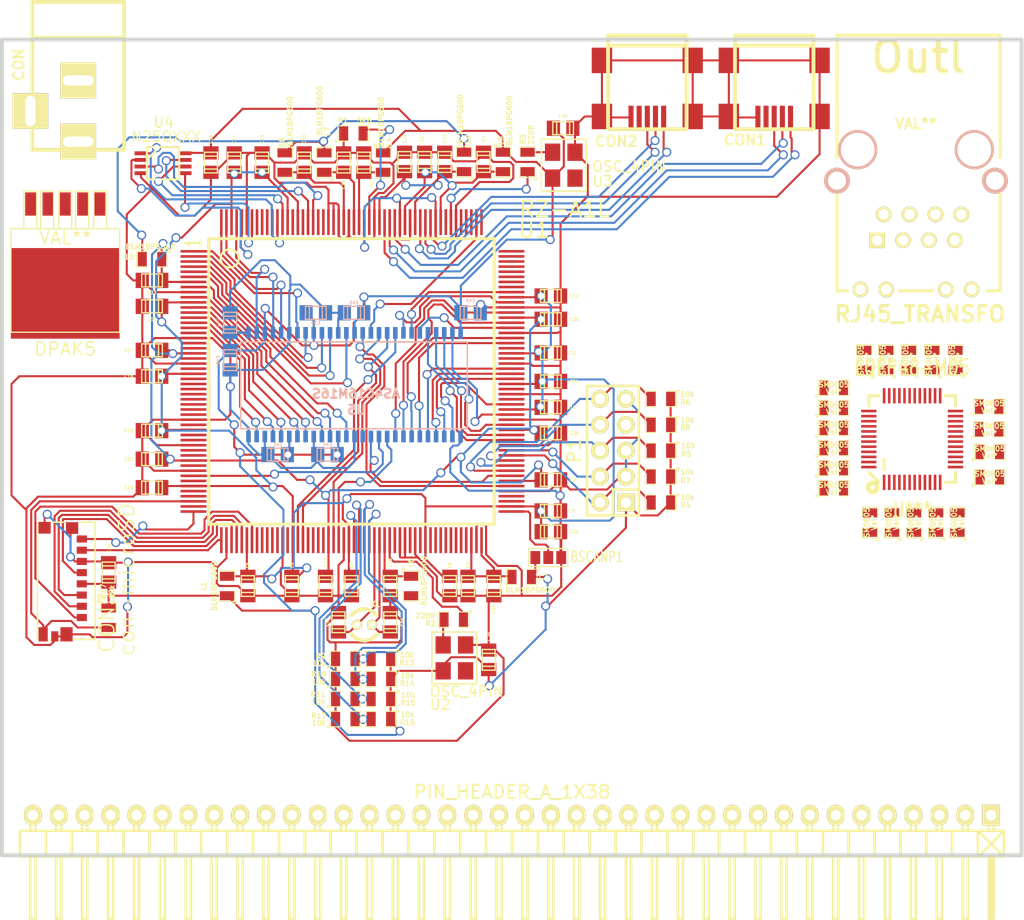
<source format=kicad_pcb>
(kicad_pcb (version 4) (host pcbnew "(2014-09-25 BZR 5147)-product")
  (layers (0 F.Cu signal) (31 B.Cu signal) (34 B.Paste user) (35 F.Paste user) (36 B.SilkS user) (37 F.SilkS user) (38 B.Mask user) (39 F.Mask user) (44 Edge.Cuts user))
  (net 0 "")
  (net 1 VSS)
  (net 2 /AVcc)
  (net 3 +3.3V)
  (net 4 +1.2V)
  (net 5 "Net-(R1-Pad2)")
  (net 6 "Net-(U1-Pad17)")
  (net 7 "Net-(U1-Pad19)")
  (net 8 "Net-(U1-Pad20)")
  (net 9 "Net-(U1-Pad22)")
  (net 10 "Net-(U1-Pad24)")
  (net 11 "Net-(U1-Pad26)")
  (net 12 "Net-(U1-Pad27)")
  (net 13 "Net-(U1-Pad28)")
  (net 14 "Net-(U1-Pad29)")
  (net 15 "Net-(U1-Pad30)")
  (net 16 "Net-(U1-Pad31)")
  (net 17 "Net-(U1-Pad32)")
  (net 18 "Net-(U1-Pad33)")
  (net 19 "Net-(U1-Pad35)")
  (net 20 "Net-(U1-Pad37)")
  (net 21 "Net-(U1-Pad38)")
  (net 22 "Net-(U1-Pad40)")
  (net 23 "Net-(U1-Pad41)")
  (net 24 "Net-(U1-Pad43)")
  (net 25 "Net-(U1-Pad46)")
  (net 26 "Net-(U1-Pad48)")
  (net 27 "Net-(U1-Pad49)")
  (net 28 "Net-(U1-Pad60)")
  (net 29 "Net-(U1-Pad61)")
  (net 30 "Net-(U1-Pad62)")
  (net 31 "Net-(U1-Pad63)")
  (net 32 "Net-(U1-Pad64)")
  (net 33 "Net-(U1-Pad66)")
  (net 34 "Net-(U1-Pad70)")
  (net 35 "Net-(U1-Pad71)")
  (net 36 "Net-(U1-Pad72)")
  (net 37 "Net-(U1-Pad73)")
  (net 38 "Net-(U1-Pad87)")
  (net 39 "Net-(U1-Pad94)")
  (net 40 "Net-(U1-Pad95)")
  (net 41 "Net-(U1-Pad96)")
  (net 42 "Net-(U1-Pad97)")
  (net 43 "Net-(U1-Pad98)")
  (net 44 "Net-(U1-Pad99)")
  (net 45 "Net-(U1-Pad100)")
  (net 46 "Net-(U1-Pad101)")
  (net 47 "Net-(U1-Pad107)")
  (net 48 "Net-(U1-Pad108)")
  (net 49 "Net-(U1-Pad127)")
  (net 50 "Net-(U1-Pad129)")
  (net 51 "Net-(U1-Pad135)")
  (net 52 "Net-(U1-Pad137)")
  (net 53 "Net-(U1-Pad149)")
  (net 54 "Net-(U1-Pad150)")
  (net 55 "Net-(U1-Pad151)")
  (net 56 "Net-(U1-Pad152)")
  (net 57 "Net-(U1-Pad153)")
  (net 58 "Net-(U1-Pad154)")
  (net 59 "Net-(U1-Pad155)")
  (net 60 "Net-(U1-Pad156)")
  (net 61 "Net-(U1-Pad157)")
  (net 62 "Net-(U1-Pad159)")
  (net 63 "Net-(U1-Pad160)")
  (net 64 "Net-(U1-Pad161)")
  (net 65 "Net-(U1-Pad164)")
  (net 66 "Net-(U1-Pad188)")
  (net 67 "Net-(U1-Pad189)")
  (net 68 "Net-(U1-Pad192)")
  (net 69 "Net-(U1-Pad194)")
  (net 70 "Net-(U1-Pad198)")
  (net 71 "Net-(U1-Pad199)")
  (net 72 "Net-(U1-Pad200)")
  (net 73 "Net-(U1-Pad201)")
  (net 74 /USBDPVCC)
  (net 75 /USBAPVCC)
  (net 76 /PVCC)
  (net 77 /VCC)
  (net 78 /PLLVCC)
  (net 79 /USBAVCC)
  (net 80 /USBUVCC)
  (net 81 /USBDVCC)
  (net 82 "Net-(C36-Pad2)")
  (net 83 "Net-(C37-Pad2)")
  (net 84 "Net-(R2-Pad1)")
  (net 85 "Net-(R2-Pad2)")
  (net 86 /USB_CLK)
  (net 87 "Net-(R3-Pad2)")
  (net 88 /RAM_D3)
  (net 89 /RAM_D4)
  (net 90 /RAM_D5)
  (net 91 /RAM_D6)
  (net 92 /RAM_D7)
  (net 93 /RAM_D8)
  (net 94 /RAM_D9)
  (net 95 /RAM_D10)
  (net 96 /RAM_D11)
  (net 97 /RAM_D12)
  (net 98 /RAM_D13)
  (net 99 /RAM_D14)
  (net 100 /RAM_D15)
  (net 101 /NMI)
  (net 102 /RESET)
  (net 103 /JTAG_TRST)
  (net 104 /JTAG_TDO)
  (net 105 /JTAG_TDI)
  (net 106 /JTAG_TMS)
  (net 107 /JTAG_TCK)
  (net 108 /RAM_D0)
  (net 109 /RAM_D1)
  (net 110 /RAM_D2)
  (net 111 "Net-(U2-Pad1)")
  (net 112 "Net-(U3-Pad1)")
  (net 113 /RAM_A1)
  (net 114 /RAM_A2)
  (net 115 /RAM_A3)
  (net 116 /RAM_A4)
  (net 117 /RAM_A5)
  (net 118 /RAM_A6)
  (net 119 /RAM_A7)
  (net 120 /RAM_A8)
  (net 121 /RAM_A9)
  (net 122 /RAM_A10)
  (net 123 /RAM_A11)
  (net 124 /RAM_A12)
  (net 125 /RAM_A13)
  (net 126 /RAM_A14)
  (net 127 /RAM_A15)
  (net 128 /SPBSSL_0)
  (net 129 /SPBIO_10_0)
  (net 130 /SPBIO_20_0)
  (net 131 /SPBIO_00_0)
  (net 132 /SPBCLK_0)
  (net 133 /SPBIO_30_0)
  (net 134 "Net-(P1-Pad7)")
  (net 135 "Net-(BSCANP1-Pad2)")
  (net 136 "Net-(R13-Pad2)")
  (net 137 "Net-(R10-Pad2)")
  (net 138 "Net-(R11-Pad2)")
  (net 139 "Net-(R12-Pad2)")
  (net 140 /RAM_CS)
  (net 141 /RAM_RAS)
  (net 142 /RAM_CAS)
  (net 143 /RAM_CKE)
  (net 144 /RAM_DQML)
  (net 145 /RAM_DQMH)
  (net 146 /RAM_RDnWR)
  (net 147 "Net-(CON1-Pad1)")
  (net 148 "Net-(CON1-Pad2)")
  (net 149 "Net-(CON1-Pad3)")
  (net 150 "Net-(CON1-Pad4)")
  (net 151 "Net-(CON2-Pad1)")
  (net 152 "Net-(CON2-Pad2)")
  (net 153 "Net-(CON2-Pad3)")
  (net 154 "Net-(CON2-Pad4)")
  (net 155 /RAM_CLK)
  (net 156 "Net-(U5-Pad40)")
  (net 157 /SD_D3_1)
  (net 158 /SD_CMD_1)
  (net 159 /SD_CLK_1)
  (net 160 /SD_D0_1)
  (net 161 /SD_D1_1)
  (net 162 /SD_D2_1)
  (net 163 /SD_CD_1)
  (net 164 /SD_WP_1)
  (module TSOP_II_54:TSOP_II_54 (layer B.Cu) (at 147.1295 74.2315)
    (fp_text reference U5 (at 10.6045 7.5565 180) (layer B.SilkS) (effects (font (size 0.889 0.889) (thickness 0.3048)) (justify mirror)))
    (fp_text value AS4C16M16S (at 10.541 5.969 180) (layer B.SilkS) (effects (font (size 0.889 0.889) (thickness 0.3048)) (justify mirror)))
    (pad 1 smd rect (at 0 0) (size 0.4572 1.15062) (layers B.Cu B.Paste B.Mask) (net 3 +3.3V))
    (pad 2 smd rect (at 0.8001 0) (size 0.4572 1.15062) (layers B.Cu B.Paste B.Mask) (net 108 /RAM_D0))
    (pad 3 smd rect (at 1.6002 0) (size 0.4572 1.15062) (layers B.Cu B.Paste B.Mask) (net 3 +3.3V))
    (pad 4 smd rect (at 2.4003 0) (size 0.4572 1.15062) (layers B.Cu B.Paste B.Mask) (net 109 /RAM_D1))
    (pad 5 smd rect (at 3.2004 0) (size 0.4572 1.15062) (layers B.Cu B.Paste B.Mask) (net 110 /RAM_D2))
    (pad 6 smd rect (at 4.0005 0) (size 0.4572 1.15062) (layers B.Cu B.Paste B.Mask) (net 1 VSS))
    (pad 7 smd rect (at 4.8006 0) (size 0.4572 1.15062) (layers B.Cu B.Paste B.Mask) (net 88 /RAM_D3))
    (pad 8 smd rect (at 5.6007 0) (size 0.4572 1.15062) (layers B.Cu B.Paste B.Mask) (net 89 /RAM_D4))
    (pad 9 smd rect (at 6.4008 0) (size 0.4572 1.15062) (layers B.Cu B.Paste B.Mask) (net 3 +3.3V))
    (pad 10 smd rect (at 7.2009 0) (size 0.4572 1.15062) (layers B.Cu B.Paste B.Mask) (net 90 /RAM_D5))
    (pad 11 smd rect (at 8.001 0) (size 0.4572 1.15062) (layers B.Cu B.Paste B.Mask) (net 91 /RAM_D6))
    (pad 12 smd rect (at 8.8011 0) (size 0.4572 1.15062) (layers B.Cu B.Paste B.Mask) (net 1 VSS))
    (pad 13 smd rect (at 9.6012 0) (size 0.4572 1.15062) (layers B.Cu B.Paste B.Mask) (net 92 /RAM_D7))
    (pad 14 smd rect (at 10.4013 0) (size 0.4572 1.15062) (layers B.Cu B.Paste B.Mask) (net 3 +3.3V))
    (pad 15 smd rect (at 11.2014 0) (size 0.4572 1.15062) (layers B.Cu B.Paste B.Mask) (net 144 /RAM_DQML))
    (pad 16 smd rect (at 12.0015 0) (size 0.4572 1.15062) (layers B.Cu B.Paste B.Mask) (net 146 /RAM_RDnWR))
    (pad 17 smd rect (at 12.8016 0) (size 0.4572 1.15062) (layers B.Cu B.Paste B.Mask) (net 142 /RAM_CAS))
    (pad 18 smd rect (at 13.6017 0) (size 0.4572 1.15062) (layers B.Cu B.Paste B.Mask) (net 141 /RAM_RAS))
    (pad 19 smd rect (at 14.4018 0) (size 0.4572 1.15062) (layers B.Cu B.Paste B.Mask) (net 140 /RAM_CS))
    (pad 20 smd rect (at 15.2019 0) (size 0.4572 1.15062) (layers B.Cu B.Paste B.Mask) (net 126 /RAM_A14))
    (pad 21 smd rect (at 16.002 0) (size 0.4572 1.15062) (layers B.Cu B.Paste B.Mask) (net 127 /RAM_A15))
    (pad 22 smd rect (at 16.8021 0) (size 0.4572 1.15062) (layers B.Cu B.Paste B.Mask) (net 123 /RAM_A11))
    (pad 23 smd rect (at 17.6022 0) (size 0.4572 1.15062) (layers B.Cu B.Paste B.Mask) (net 113 /RAM_A1))
    (pad 24 smd rect (at 18.4023 0) (size 0.4572 1.15062) (layers B.Cu B.Paste B.Mask) (net 114 /RAM_A2))
    (pad 25 smd rect (at 19.2024 0) (size 0.4572 1.15062) (layers B.Cu B.Paste B.Mask) (net 115 /RAM_A3))
    (pad 26 smd rect (at 20.0025 0) (size 0.4572 1.15062) (layers B.Cu B.Paste B.Mask) (net 116 /RAM_A4))
    (pad 27 smd rect (at 20.8026 0) (size 0.4572 1.15062) (layers B.Cu B.Paste B.Mask) (net 3 +3.3V))
    (pad 28 smd rect (at 20.8026 10.16 180) (size 0.4572 1.15062) (layers B.Cu B.Paste B.Mask) (net 1 VSS))
    (pad 29 smd rect (at 20.0025 10.16 180) (size 0.4572 1.15062) (layers B.Cu B.Paste B.Mask) (net 117 /RAM_A5))
    (pad 30 smd rect (at 19.2024 10.16 180) (size 0.4572 1.15062) (layers B.Cu B.Paste B.Mask) (net 118 /RAM_A6))
    (pad 31 smd rect (at 18.4023 10.16 180) (size 0.4572 1.15062) (layers B.Cu B.Paste B.Mask) (net 119 /RAM_A7))
    (pad 32 smd rect (at 17.6022 10.16 180) (size 0.4572 1.15062) (layers B.Cu B.Paste B.Mask) (net 120 /RAM_A8))
    (pad 33 smd rect (at 16.8021 10.16 180) (size 0.4572 1.15062) (layers B.Cu B.Paste B.Mask) (net 121 /RAM_A9))
    (pad 34 smd rect (at 16.002 10.16 180) (size 0.4572 1.15062) (layers B.Cu B.Paste B.Mask) (net 122 /RAM_A10))
    (pad 35 smd rect (at 15.2019 10.16 180) (size 0.4572 1.15062) (layers B.Cu B.Paste B.Mask) (net 124 /RAM_A12))
    (pad 36 smd rect (at 14.4018 10.16 180) (size 0.4572 1.15062) (layers B.Cu B.Paste B.Mask) (net 125 /RAM_A13))
    (pad 37 smd rect (at 13.6017 10.16 180) (size 0.4572 1.15062) (layers B.Cu B.Paste B.Mask) (net 143 /RAM_CKE))
    (pad 38 smd rect (at 12.8016 10.16 180) (size 0.4572 1.15062) (layers B.Cu B.Paste B.Mask) (net 155 /RAM_CLK))
    (pad 39 smd rect (at 12.0015 10.16 180) (size 0.4572 1.15062) (layers B.Cu B.Paste B.Mask) (net 145 /RAM_DQMH))
    (pad 40 smd rect (at 11.2014 10.16 180) (size 0.4572 1.15062) (layers B.Cu B.Paste B.Mask) (net 156 "Net-(U5-Pad40)"))
    (pad 41 smd rect (at 10.4013 10.16 180) (size 0.4572 1.15062) (layers B.Cu B.Paste B.Mask) (net 1 VSS))
    (pad 42 smd rect (at 9.6012 10.16 180) (size 0.4572 1.15062) (layers B.Cu B.Paste B.Mask) (net 93 /RAM_D8))
    (pad 43 smd rect (at 8.8011 10.16 180) (size 0.4572 1.15062) (layers B.Cu B.Paste B.Mask) (net 3 +3.3V))
    (pad 44 smd rect (at 8.001 10.16 180) (size 0.4572 1.15062) (layers B.Cu B.Paste B.Mask) (net 94 /RAM_D9))
    (pad 45 smd rect (at 7.2009 10.16 180) (size 0.4572 1.15062) (layers B.Cu B.Paste B.Mask) (net 95 /RAM_D10))
    (pad 46 smd rect (at 6.4008 10.16 180) (size 0.4572 1.15062) (layers B.Cu B.Paste B.Mask) (net 1 VSS))
    (pad 47 smd rect (at 5.6007 10.16 180) (size 0.4572 1.15062) (layers B.Cu B.Paste B.Mask) (net 96 /RAM_D11))
    (pad 48 smd rect (at 4.8006 10.16 180) (size 0.4572 1.15062) (layers B.Cu B.Paste B.Mask) (net 97 /RAM_D12))
    (pad 49 smd rect (at 4.0005 10.16 180) (size 0.4572 1.15062) (layers B.Cu B.Paste B.Mask) (net 3 +3.3V))
    (pad 50 smd rect (at 3.2004 10.16 180) (size 0.4572 1.15062) (layers B.Cu B.Paste B.Mask) (net 98 /RAM_D13))
    (pad 51 smd rect (at 2.4003 10.16 180) (size 0.4572 1.15062) (layers B.Cu B.Paste B.Mask) (net 99 /RAM_D14))
    (pad 52 smd rect (at 1.6002 10.16 180) (size 0.4572 1.15062) (layers B.Cu B.Paste B.Mask) (net 1 VSS))
    (pad 53 smd rect (at 0.8001 10.16 180) (size 0.4572 1.15062) (layers B.Cu B.Paste B.Mask) (net 100 /RAM_D15))
    (pad 54 smd rect (at 0 10.16 180) (size 0.4572 1.15062) (layers B.Cu B.Paste B.Mask) (net 1 VSS))
  )
  (module Capacitors_SMD:c_0805 (layer F.Cu) (at 166.37 57.4675 270)
    (fp_text reference C31 (at -2.286 0 270) (layer F.SilkS) (effects (font (size 0.29972 0.29972) (thickness 0.06096))))
    (fp_text value 100n hide)
    (pad 1 smd rect (at 0.9525 0 270) (size 1.30048 1.4986) (layers F.Cu F.Paste F.Mask) (net 81 /USBDVCC))
    (pad 2 smd rect (at -0.9525 0 270) (size 1.30048 1.4986) (layers F.Cu F.Paste F.Mask) (net 1 VSS))
  )
  (module Capacitors_SMD:c_0805 (layer F.Cu) (at 164.4015 57.4675 270)
    (fp_text reference C1 (at -2.286 0.254 270) (layer F.SilkS) (effects (font (size 0.29972 0.29972) (thickness 0.06096))))
    (fp_text value 100n hide)
    (pad 1 smd rect (at 0.9525 0 270) (size 1.30048 1.4986) (layers F.Cu F.Paste F.Mask) (net 74 /USBDPVCC))
    (pad 2 smd rect (at -0.9525 0 270) (size 1.30048 1.4986) (layers F.Cu F.Paste F.Mask) (net 1 VSS))
  )
  (module Capacitors_SMD:c_0805 (layer F.Cu) (at 158.4325 57.531 270)
    (fp_text reference C2 (at 2.0955 -0.762 270) (layer F.SilkS) (effects (font (size 0.29972 0.29972) (thickness 0.06096))))
    (fp_text value 100n hide)
    (pad 1 smd rect (at 0.9525 0 270) (size 1.30048 1.4986) (layers F.Cu F.Paste F.Mask) (net 75 /USBAPVCC))
    (pad 2 smd rect (at -0.9525 0 270) (size 1.30048 1.4986) (layers F.Cu F.Paste F.Mask) (net 1 VSS))
  )
  (module Capacitors_SMD:c_0805 (layer F.Cu) (at 168.656 99.06 90)
    (fp_text reference C3 (at 2.032 0 90) (layer F.SilkS) (effects (font (size 0.29972 0.29972) (thickness 0.06096))))
    (fp_text value 100n hide)
    (pad 1 smd rect (at 0.9525 0 90) (size 1.30048 1.4986) (layers F.Cu F.Paste F.Mask) (net 2 /AVcc))
    (pad 2 smd rect (at -0.9525 0 90) (size 1.30048 1.4986) (layers F.Cu F.Paste F.Mask) (net 1 VSS))
  )
  (module Capacitors_SMD:c_0805 (layer F.Cu) (at 170.18 57.4675 270)
    (fp_text reference C4 (at -2.286 0 270) (layer F.SilkS) (effects (font (size 0.29972 0.29972) (thickness 0.06096))))
    (fp_text value 100n hide)
    (pad 1 smd rect (at 0.9525 0 270) (size 1.30048 1.4986) (layers F.Cu F.Paste F.Mask) (net 74 /USBDPVCC))
    (pad 2 smd rect (at -0.9525 0 270) (size 1.30048 1.4986) (layers F.Cu F.Paste F.Mask) (net 1 VSS))
  )
  (module Capacitors_SMD:c_0805 (layer F.Cu) (at 147.066 99.06 90)
    (fp_text reference C5 (at 2.032 0 90) (layer F.SilkS) (effects (font (size 0.29972 0.29972) (thickness 0.06096))))
    (fp_text value 100n hide)
    (pad 1 smd rect (at 0.9525 0 90) (size 1.30048 1.4986) (layers F.Cu F.Paste F.Mask) (net 76 /PVCC))
    (pad 2 smd rect (at -0.9525 0 90) (size 1.30048 1.4986) (layers F.Cu F.Paste F.Mask) (net 1 VSS))
  )
  (module Capacitors_SMD:c_0805 (layer F.Cu) (at 151.384 99.06 90)
    (fp_text reference C6 (at 2.032 0 90) (layer F.SilkS) (effects (font (size 0.29972 0.29972) (thickness 0.06096))))
    (fp_text value 100n hide)
    (pad 1 smd rect (at 0.9525 0 90) (size 1.30048 1.4986) (layers F.Cu F.Paste F.Mask) (net 76 /PVCC))
    (pad 2 smd rect (at -0.9525 0 90) (size 1.30048 1.4986) (layers F.Cu F.Paste F.Mask) (net 1 VSS))
  )
  (module Capacitors_SMD:c_0805 (layer F.Cu) (at 157.226 99.06 90)
    (fp_text reference C7 (at 2.032 0 90) (layer F.SilkS) (effects (font (size 0.29972 0.29972) (thickness 0.06096))))
    (fp_text value 100n hide)
    (pad 1 smd rect (at 0.9525 0 90) (size 1.30048 1.4986) (layers F.Cu F.Paste F.Mask) (net 76 /PVCC))
    (pad 2 smd rect (at -0.9525 0 90) (size 1.30048 1.4986) (layers F.Cu F.Paste F.Mask) (net 1 VSS))
  )
  (module Capacitors_SMD:c_0805 (layer F.Cu) (at 166.878 99.06 90)
    (fp_text reference C8 (at 2.032 0 90) (layer F.SilkS) (effects (font (size 0.29972 0.29972) (thickness 0.06096))))
    (fp_text value 100n hide)
    (pad 1 smd rect (at 0.9525 0 90) (size 1.30048 1.4986) (layers F.Cu F.Paste F.Mask) (net 76 /PVCC))
    (pad 2 smd rect (at -0.9525 0 90) (size 1.30048 1.4986) (layers F.Cu F.Paste F.Mask) (net 1 VSS))
  )
  (module Capacitors_SMD:c_0805 (layer F.Cu) (at 176.784 91.694 180)
    (fp_text reference C9 (at -2.032 0 180) (layer F.SilkS) (effects (font (size 0.29972 0.29972) (thickness 0.06096))))
    (fp_text value 100n hide)
    (pad 1 smd rect (at 0.9525 0 180) (size 1.30048 1.4986) (layers F.Cu F.Paste F.Mask) (net 76 /PVCC))
    (pad 2 smd rect (at -0.9525 0 180) (size 1.30048 1.4986) (layers F.Cu F.Paste F.Mask) (net 1 VSS))
  )
  (module Capacitors_SMD:c_0805 (layer F.Cu) (at 176.784 81.534 180)
    (fp_text reference C10 (at -2.032 0 180) (layer F.SilkS) (effects (font (size 0.29972 0.29972) (thickness 0.06096))))
    (fp_text value 100n hide)
    (pad 1 smd rect (at 0.9525 0 180) (size 1.30048 1.4986) (layers F.Cu F.Paste F.Mask) (net 76 /PVCC))
    (pad 2 smd rect (at -0.9525 0 180) (size 1.30048 1.4986) (layers F.Cu F.Paste F.Mask) (net 1 VSS))
  )
  (module Capacitors_SMD:c_0805 (layer F.Cu) (at 176.784 76.2 180)
    (fp_text reference C11 (at -2.032 0 180) (layer F.SilkS) (effects (font (size 0.29972 0.29972) (thickness 0.06096))))
    (fp_text value 100n hide)
    (pad 1 smd rect (at 0.9525 0 180) (size 1.30048 1.4986) (layers F.Cu F.Paste F.Mask) (net 76 /PVCC))
    (pad 2 smd rect (at -0.9525 0 180) (size 1.30048 1.4986) (layers F.Cu F.Paste F.Mask) (net 1 VSS))
  )
  (module Capacitors_SMD:c_0805 (layer F.Cu) (at 176.784 70.612 180)
    (fp_text reference C12 (at -2.286 0 180) (layer F.SilkS) (effects (font (size 0.29972 0.29972) (thickness 0.06096))))
    (fp_text value 100n hide)
    (pad 1 smd rect (at 0.9525 0 180) (size 1.30048 1.4986) (layers F.Cu F.Paste F.Mask) (net 76 /PVCC))
    (pad 2 smd rect (at -0.9525 0 180) (size 1.30048 1.4986) (layers F.Cu F.Paste F.Mask) (net 1 VSS))
  )
  (module Capacitors_SMD:c_0805 (layer F.Cu) (at 148.463 57.531 270)
    (fp_text reference C13 (at -2.286 0 270) (layer F.SilkS) (effects (font (size 0.29972 0.29972) (thickness 0.06096))))
    (fp_text value 100n hide)
    (pad 1 smd rect (at 0.9525 0 270) (size 1.30048 1.4986) (layers F.Cu F.Paste F.Mask) (net 76 /PVCC))
    (pad 2 smd rect (at -0.9525 0 270) (size 1.30048 1.4986) (layers F.Cu F.Paste F.Mask) (net 1 VSS))
  )
  (module Capacitors_SMD:c_0805 (layer F.Cu) (at 145.7325 57.531 270)
    (fp_text reference C14 (at -2.286 0 270) (layer F.SilkS) (effects (font (size 0.29972 0.29972) (thickness 0.06096))))
    (fp_text value 100n hide)
    (pad 1 smd rect (at 0.9525 0 270) (size 1.30048 1.4986) (layers F.Cu F.Paste F.Mask) (net 76 /PVCC))
    (pad 2 smd rect (at -0.9525 0 270) (size 1.30048 1.4986) (layers F.Cu F.Paste F.Mask) (net 1 VSS))
  )
  (module Capacitors_SMD:c_0805 (layer F.Cu) (at 137.668 71.628)
    (fp_text reference C15 (at 0 1.27) (layer F.SilkS) (effects (font (size 0.29972 0.29972) (thickness 0.06096))))
    (fp_text value 100n hide)
    (pad 1 smd rect (at 0.9525 0) (size 1.30048 1.4986) (layers F.Cu F.Paste F.Mask) (net 76 /PVCC))
    (pad 2 smd rect (at -0.9525 0) (size 1.30048 1.4986) (layers F.Cu F.Paste F.Mask) (net 1 VSS))
  )
  (module Capacitors_SMD:c_0805 (layer F.Cu) (at 137.668 78.486)
    (fp_text reference C16 (at -2.286 0) (layer F.SilkS) (effects (font (size 0.29972 0.29972) (thickness 0.06096))))
    (fp_text value 100n hide)
    (pad 1 smd rect (at 0.9525 0) (size 1.30048 1.4986) (layers F.Cu F.Paste F.Mask) (net 76 /PVCC))
    (pad 2 smd rect (at -0.9525 0) (size 1.30048 1.4986) (layers F.Cu F.Paste F.Mask) (net 1 VSS))
  )
  (module Capacitors_SMD:c_0805 (layer F.Cu) (at 154.686 99.06 90)
    (fp_text reference C17 (at 2.286 0 90) (layer F.SilkS) (effects (font (size 0.29972 0.29972) (thickness 0.06096))))
    (fp_text value 100n hide)
    (pad 1 smd rect (at 0.9525 0 90) (size 1.30048 1.4986) (layers F.Cu F.Paste F.Mask) (net 77 /VCC))
    (pad 2 smd rect (at -0.9525 0 90) (size 1.30048 1.4986) (layers F.Cu F.Paste F.Mask) (net 1 VSS))
  )
  (module Capacitors_SMD:c_0805 (layer F.Cu) (at 137.668 83.82)
    (fp_text reference C18 (at -2.286 0) (layer F.SilkS) (effects (font (size 0.29972 0.29972) (thickness 0.06096))))
    (fp_text value 100n hide)
    (pad 1 smd rect (at 0.9525 0) (size 1.30048 1.4986) (layers F.Cu F.Paste F.Mask) (net 76 /PVCC))
    (pad 2 smd rect (at -0.9525 0) (size 1.30048 1.4986) (layers F.Cu F.Paste F.Mask) (net 1 VSS))
  )
  (module Capacitors_SMD:c_0805 (layer F.Cu) (at 137.668 89.408)
    (fp_text reference C19 (at -2.286 0) (layer F.SilkS) (effects (font (size 0.29972 0.29972) (thickness 0.06096))))
    (fp_text value 100n hide)
    (pad 1 smd rect (at 0.9525 0) (size 1.30048 1.4986) (layers F.Cu F.Paste F.Mask) (net 76 /PVCC))
    (pad 2 smd rect (at -0.9525 0) (size 1.30048 1.4986) (layers F.Cu F.Paste F.Mask) (net 1 VSS))
  )
  (module Capacitors_SMD:c_0805 (layer F.Cu) (at 176.784 72.898 180)
    (fp_text reference C20 (at -2.286 0 180) (layer F.SilkS) (effects (font (size 0.29972 0.29972) (thickness 0.06096))))
    (fp_text value 100n hide)
    (pad 1 smd rect (at 0.9525 0 180) (size 1.30048 1.4986) (layers F.Cu F.Paste F.Mask) (net 77 /VCC))
    (pad 2 smd rect (at -0.9525 0 180) (size 1.30048 1.4986) (layers F.Cu F.Paste F.Mask) (net 1 VSS))
  )
  (module Capacitors_SMD:c_0805 (layer F.Cu) (at 176.784 78.994 180)
    (fp_text reference C21 (at -2.286 0 180) (layer F.SilkS) (effects (font (size 0.29972 0.29972) (thickness 0.06096))))
    (fp_text value 100n hide)
    (pad 1 smd rect (at 0.9525 0 180) (size 1.30048 1.4986) (layers F.Cu F.Paste F.Mask) (net 76 /PVCC))
    (pad 2 smd rect (at -0.9525 0 180) (size 1.30048 1.4986) (layers F.Cu F.Paste F.Mask) (net 1 VSS))
  )
  (module Capacitors_SMD:c_0805 (layer F.Cu) (at 176.784 93.726 180)
    (fp_text reference C22 (at -2.286 0 180) (layer F.SilkS) (effects (font (size 0.29972 0.29972) (thickness 0.06096))))
    (fp_text value 100n hide)
    (pad 1 smd rect (at 0.9525 0 180) (size 1.30048 1.4986) (layers F.Cu F.Paste F.Mask) (net 76 /PVCC))
    (pad 2 smd rect (at -0.9525 0 180) (size 1.30048 1.4986) (layers F.Cu F.Paste F.Mask) (net 1 VSS))
  )
  (module Capacitors_SMD:c_0805 (layer F.Cu) (at 137.668 69.088)
    (fp_text reference C23 (at 0 1.2065) (layer F.SilkS) (effects (font (size 0.29972 0.29972) (thickness 0.06096))))
    (fp_text value 100n hide)
    (pad 1 smd rect (at 0.9525 0) (size 1.30048 1.4986) (layers F.Cu F.Paste F.Mask) (net 77 /VCC))
    (pad 2 smd rect (at -0.9525 0) (size 1.30048 1.4986) (layers F.Cu F.Paste F.Mask) (net 1 VSS))
  )
  (module Capacitors_SMD:c_0805 (layer F.Cu) (at 137.668 75.946)
    (fp_text reference C24 (at -2.286 0) (layer F.SilkS) (effects (font (size 0.29972 0.29972) (thickness 0.06096))))
    (fp_text value 100n hide)
    (pad 1 smd rect (at 0.9525 0) (size 1.30048 1.4986) (layers F.Cu F.Paste F.Mask) (net 77 /VCC))
    (pad 2 smd rect (at -0.9525 0) (size 1.30048 1.4986) (layers F.Cu F.Paste F.Mask) (net 1 VSS))
  )
  (module Capacitors_SMD:c_0805 (layer F.Cu) (at 137.668 86.614)
    (fp_text reference C25 (at -2.286 0) (layer F.SilkS) (effects (font (size 0.29972 0.29972) (thickness 0.06096))))
    (fp_text value 100n hide)
    (pad 1 smd rect (at 0.9525 0) (size 1.30048 1.4986) (layers F.Cu F.Paste F.Mask) (net 77 /VCC))
    (pad 2 smd rect (at -0.9525 0) (size 1.30048 1.4986) (layers F.Cu F.Paste F.Mask) (net 1 VSS))
  )
  (module Capacitors_SMD:c_0805 (layer F.Cu) (at 176.784 84.074 180)
    (fp_text reference C26 (at -2.286 0 180) (layer F.SilkS) (effects (font (size 0.29972 0.29972) (thickness 0.06096))))
    (fp_text value 100n hide)
    (pad 1 smd rect (at 0.9525 0 180) (size 1.30048 1.4986) (layers F.Cu F.Paste F.Mask) (net 77 /VCC))
    (pad 2 smd rect (at -0.9525 0 180) (size 1.30048 1.4986) (layers F.Cu F.Paste F.Mask) (net 1 VSS))
  )
  (module Capacitors_SMD:c_0805 (layer F.Cu) (at 176.784 88.646 180)
    (fp_text reference C27 (at -2.286 0 180) (layer F.SilkS) (effects (font (size 0.29972 0.29972) (thickness 0.06096))))
    (fp_text value 100n hide)
    (pad 1 smd rect (at 0.9525 0 180) (size 1.30048 1.4986) (layers F.Cu F.Paste F.Mask) (net 77 /VCC))
    (pad 2 smd rect (at -0.9525 0 180) (size 1.30048 1.4986) (layers F.Cu F.Paste F.Mask) (net 1 VSS))
  )
  (module Capacitors_SMD:c_0805 (layer F.Cu) (at 161.036 99.06 90)
    (fp_text reference C28 (at 2.286 0 90) (layer F.SilkS) (effects (font (size 0.29972 0.29972) (thickness 0.06096))))
    (fp_text value 100n hide)
    (pad 1 smd rect (at 0.9525 0 90) (size 1.30048 1.4986) (layers F.Cu F.Paste F.Mask) (net 78 /PLLVCC))
    (pad 2 smd rect (at -0.9525 0 90) (size 1.30048 1.4986) (layers F.Cu F.Paste F.Mask) (net 1 VSS))
  )
  (module Capacitors_SMD:c_0805 (layer F.Cu) (at 156.464 57.531 270)
    (fp_text reference C29 (at 2.159 0 270) (layer F.SilkS) (effects (font (size 0.29972 0.29972) (thickness 0.06096))))
    (fp_text value 100n hide)
    (pad 1 smd rect (at 0.9525 0 270) (size 1.30048 1.4986) (layers F.Cu F.Paste F.Mask) (net 79 /USBAVCC))
    (pad 2 smd rect (at -0.9525 0 270) (size 1.30048 1.4986) (layers F.Cu F.Paste F.Mask) (net 1 VSS))
  )
  (module Capacitors_SMD:c_0805 (layer F.Cu) (at 152.5905 57.531 270)
    (fp_text reference C30 (at -2.286 0 270) (layer F.SilkS) (effects (font (size 0.29972 0.29972) (thickness 0.06096))))
    (fp_text value 100n hide)
    (pad 1 smd rect (at 0.9525 0 270) (size 1.30048 1.4986) (layers F.Cu F.Paste F.Mask) (net 80 /USBUVCC))
    (pad 2 smd rect (at -0.9525 0 270) (size 1.30048 1.4986) (layers F.Cu F.Paste F.Mask) (net 1 VSS))
  )
  (module Capacitors_SMD:c_0805 (layer F.Cu) (at 162.433 57.4675 270)
    (fp_text reference C32 (at -2.286 0 270) (layer F.SilkS) (effects (font (size 0.29972 0.29972) (thickness 0.06096))))
    (fp_text value 100n hide)
    (pad 1 smd rect (at 0.9525 0 270) (size 1.30048 1.4986) (layers F.Cu F.Paste F.Mask) (net 81 /USBDVCC))
    (pad 2 smd rect (at -0.9525 0 270) (size 1.30048 1.4986) (layers F.Cu F.Paste F.Mask) (net 1 VSS))
  )
  (module Capacitors_SMD:c_0805 (layer F.Cu) (at 171.196 99.06 270)
    (fp_text reference C33 (at 2.286 0 270) (layer F.SilkS) (effects (font (size 0.29972 0.29972) (thickness 0.06096))))
    (fp_text value 100n hide)
    (pad 1 smd rect (at 0.9525 0 270) (size 1.30048 1.4986) (layers F.Cu F.Paste F.Mask) (net 1 VSS))
    (pad 2 smd rect (at -0.9525 0 270) (size 1.30048 1.4986) (layers F.Cu F.Paste F.Mask) (net 2 /AVcc))
  )
  (module SMD_Packages:SM0805 (layer F.Cu) (at 145.034 99.06 90)
    (fp_text reference L1 (at 0 -2.286 90) (layer F.SilkS) (effects (font (size 0.50038 0.50038) (thickness 0.10922))))
    (fp_text value BLM18PG600 (at 0 -1.27 90) (layer F.SilkS) (effects (font (size 0.50038 0.50038) (thickness 0.10922))))
    (pad 1 smd rect (at -0.9525 0 90) (size 0.889 1.397) (layers F.Cu F.Paste F.Mask) (net 3 +3.3V))
    (pad 2 smd rect (at 0.9525 0 90) (size 0.889 1.397) (layers F.Cu F.Paste F.Mask) (net 76 /PVCC))
  )
  (module SMD_Packages:SM0805 (layer F.Cu) (at 173.9265 98.171 180)
    (fp_text reference L2 (at -2.0955 0 180) (layer F.SilkS) (effects (font (size 0.50038 0.50038) (thickness 0.10922))))
    (fp_text value BLM18PG600 (at -0.8255 -1.27 180) (layer F.SilkS) (effects (font (size 0.50038 0.50038) (thickness 0.10922))))
    (pad 1 smd rect (at -0.9525 0 180) (size 0.889 1.397) (layers F.Cu F.Paste F.Mask) (net 3 +3.3V))
    (pad 2 smd rect (at 0.9525 0 180) (size 0.889 1.397) (layers F.Cu F.Paste F.Mask) (net 2 /AVcc))
  )
  (module SMD_Packages:SM0805 (layer F.Cu) (at 172.085 57.4675 270)
    (fp_text reference L3 (at -2.0955 0.1905 270) (layer F.SilkS) (effects (font (size 0.50038 0.50038) (thickness 0.10922))))
    (fp_text value BLM18PG600 (at -4.064 -0.635 450) (layer F.SilkS) (effects (font (size 0.50038 0.50038) (thickness 0.10922))))
    (pad 1 smd rect (at -0.9525 0 270) (size 0.889 1.397) (layers F.Cu F.Paste F.Mask) (net 3 +3.3V))
    (pad 2 smd rect (at 0.9525 0 270) (size 0.889 1.397) (layers F.Cu F.Paste F.Mask) (net 74 /USBDPVCC))
  )
  (module SMD_Packages:SM0805 (layer F.Cu) (at 160.3375 57.531 270)
    (fp_text reference L4 (at -2.032 -0.5715 270) (layer F.SilkS) (effects (font (size 0.50038 0.50038) (thickness 0.10922))))
    (fp_text value BLM18PG600 (at -4.0005 0.1905 270) (layer F.SilkS) (effects (font (size 0.50038 0.50038) (thickness 0.10922))))
    (pad 1 smd rect (at -0.9525 0 270) (size 0.889 1.397) (layers F.Cu F.Paste F.Mask) (net 3 +3.3V))
    (pad 2 smd rect (at 0.9525 0 270) (size 0.889 1.397) (layers F.Cu F.Paste F.Mask) (net 75 /USBAPVCC))
  )
  (module SMD_Packages:SM0805 (layer F.Cu) (at 137.668 67.0052 180)
    (fp_text reference L5 (at 2.159 0.2286 360) (layer F.SilkS) (effects (font (size 0.50038 0.50038) (thickness 0.10922))))
    (fp_text value BLM18PG600 (at 0.1524 1.2192 360) (layer F.SilkS) (effects (font (size 0.50038 0.50038) (thickness 0.10922))))
    (pad 1 smd rect (at -0.9525 0 180) (size 0.889 1.397) (layers F.Cu F.Paste F.Mask) (net 77 /VCC))
    (pad 2 smd rect (at 0.9525 0 180) (size 0.889 1.397) (layers F.Cu F.Paste F.Mask) (net 4 +1.2V))
  )
  (module SMD_Packages:SM0805 (layer F.Cu) (at 163.068 99.06 270)
    (fp_text reference L6 (at -2.286 0 270) (layer F.SilkS) (effects (font (size 0.50038 0.50038) (thickness 0.10922))))
    (fp_text value BLM18PG600 (at -0.508 -1.27 270) (layer F.SilkS) (effects (font (size 0.50038 0.50038) (thickness 0.10922))))
    (pad 1 smd rect (at -0.9525 0 270) (size 0.889 1.397) (layers F.Cu F.Paste F.Mask) (net 78 /PLLVCC))
    (pad 2 smd rect (at 0.9525 0 270) (size 0.889 1.397) (layers F.Cu F.Paste F.Mask) (net 4 +1.2V))
  )
  (module SMD_Packages:SM0805 (layer F.Cu) (at 154.559 57.531 90)
    (fp_text reference L7 (at 3.048 0.3175 90) (layer F.SilkS) (effects (font (size 0.50038 0.50038) (thickness 0.10922))))
    (fp_text value BLM18PG600 (at 5.08 -0.4445 90) (layer F.SilkS) (effects (font (size 0.50038 0.50038) (thickness 0.10922))))
    (pad 1 smd rect (at -0.9525 0 90) (size 0.889 1.397) (layers F.Cu F.Paste F.Mask) (net 79 /USBAVCC))
    (pad 2 smd rect (at 0.9525 0 90) (size 0.889 1.397) (layers F.Cu F.Paste F.Mask) (net 4 +1.2V))
  )
  (module SMD_Packages:SM0805 (layer F.Cu) (at 150.6855 57.531 90)
    (fp_text reference L8 (at 2.032 -0.254 90) (layer F.SilkS) (effects (font (size 0.50038 0.50038) (thickness 0.10922))))
    (fp_text value BLM18PG600 (at 4.064 0.508 90) (layer F.SilkS) (effects (font (size 0.50038 0.50038) (thickness 0.10922))))
    (pad 1 smd rect (at -0.9525 0 90) (size 0.889 1.397) (layers F.Cu F.Paste F.Mask) (net 80 /USBUVCC))
    (pad 2 smd rect (at 0.9525 0 90) (size 0.889 1.397) (layers F.Cu F.Paste F.Mask) (net 4 +1.2V))
  )
  (module SMD_Packages:SM0805 (layer F.Cu) (at 168.275 57.4675 90)
    (fp_text reference L9 (at 2.2225 0.381 90) (layer F.SilkS) (effects (font (size 0.50038 0.50038) (thickness 0.10922))))
    (fp_text value BLM18PG600 (at 4.191 -0.381 270) (layer F.SilkS) (effects (font (size 0.50038 0.50038) (thickness 0.10922))))
    (pad 1 smd rect (at -0.9525 0 90) (size 0.889 1.397) (layers F.Cu F.Paste F.Mask) (net 81 /USBDVCC))
    (pad 2 smd rect (at 0.9525 0 90) (size 0.889 1.397) (layers F.Cu F.Paste F.Mask) (net 4 +1.2V))
  )
  (module SMD_Packages:PQFP208 (layer F.Cu) (at 157.226 78.994 90)
    (fp_text reference U1 (at 14.859 17.907 180) (layer F.SilkS) (effects (font (thickness 0.2032))))
    (fp_text value RZ-A1L (at 16.891 20.8915 180) (layer F.SilkS) (effects (font (thickness 0.2032))))
    (fp_text user 1 (at 13.589 -15.494 90) (layer F.SilkS) (effects (font (size 1.524 1.016) (thickness 0.2032))))
    (pad 1 smd rect (at 12.75842 -15.494 180) (size 2.54 0.254) (layers F.Cu F.Paste F.Mask) (net 88 /RAM_D3))
    (pad 2 smd rect (at 12.25804 -15.494 180) (size 2.54 0.254) (layers F.Cu F.Paste F.Mask) (net 89 /RAM_D4))
    (pad 3 smd rect (at 11.75766 -15.494 180) (size 2.54 0.254) (layers F.Cu F.Paste F.Mask) (net 90 /RAM_D5))
    (pad 4 smd rect (at 11.25728 -15.494 180) (size 2.54 0.254) (layers F.Cu F.Paste F.Mask) (net 91 /RAM_D6))
    (pad 5 smd rect (at 10.7569 -15.494 180) (size 2.54 0.254) (layers F.Cu F.Paste F.Mask) (net 92 /RAM_D7))
    (pad 6 smd rect (at 10.25652 -15.494 180) (size 2.54 0.254) (layers F.Cu F.Paste F.Mask) (net 93 /RAM_D8))
    (pad 7 smd rect (at 9.75614 -15.494 180) (size 2.54 0.254) (layers F.Cu F.Paste F.Mask) (net 77 /VCC))
    (pad 8 smd rect (at 9.25576 -15.494 180) (size 2.54 0.254) (layers F.Cu F.Paste F.Mask) (net 94 /RAM_D9))
    (pad 9 smd rect (at 8.75538 -15.494 180) (size 2.54 0.254) (layers F.Cu F.Paste F.Mask) (net 1 VSS))
    (pad 10 smd rect (at 8.255 -15.494 180) (size 2.54 0.254) (layers F.Cu F.Paste F.Mask) (net 95 /RAM_D10))
    (pad 11 smd rect (at 7.75462 -15.494 180) (size 2.54 0.254) (layers F.Cu F.Paste F.Mask) (net 76 /PVCC))
    (pad 12 smd rect (at 7.25424 -15.494 180) (size 2.54 0.254) (layers F.Cu F.Paste F.Mask) (net 96 /RAM_D11))
    (pad 13 smd rect (at 6.75386 -15.494 180) (size 2.54 0.254) (layers F.Cu F.Paste F.Mask) (net 97 /RAM_D12))
    (pad 14 smd rect (at 6.25348 -15.494 180) (size 2.54 0.254) (layers F.Cu F.Paste F.Mask) (net 98 /RAM_D13))
    (pad 15 smd rect (at 5.7531 -15.494 180) (size 2.54 0.254) (layers F.Cu F.Paste F.Mask) (net 99 /RAM_D14))
    (pad 16 smd rect (at 5.25272 -15.494 180) (size 2.54 0.254) (layers F.Cu F.Paste F.Mask) (net 100 /RAM_D15))
    (pad 17 smd rect (at 4.75234 -15.494 180) (size 2.54 0.254) (layers F.Cu F.Paste F.Mask) (net 6 "Net-(U1-Pad17)"))
    (pad 18 smd rect (at 4.25196 -15.494 180) (size 2.54 0.254) (layers F.Cu F.Paste F.Mask) (net 1 VSS))
    (pad 19 smd rect (at 3.75158 -15.494 180) (size 2.54 0.254) (layers F.Cu F.Paste F.Mask) (net 7 "Net-(U1-Pad19)"))
    (pad 20 smd rect (at 3.2512 -15.494 180) (size 2.54 0.254) (layers F.Cu F.Paste F.Mask) (net 8 "Net-(U1-Pad20)"))
    (pad 21 smd rect (at 2.75082 -15.494 180) (size 2.54 0.254) (layers F.Cu F.Paste F.Mask) (net 77 /VCC))
    (pad 22 smd rect (at 2.25044 -15.494 180) (size 2.54 0.254) (layers F.Cu F.Paste F.Mask) (net 9 "Net-(U1-Pad22)"))
    (pad 23 smd rect (at 1.75006 -15.494 180) (size 2.54 0.254) (layers F.Cu F.Paste F.Mask) (net 1 VSS))
    (pad 24 smd rect (at 1.24968 -15.494 180) (size 2.54 0.254) (layers F.Cu F.Paste F.Mask) (net 10 "Net-(U1-Pad24)"))
    (pad 25 smd rect (at 0.7493 -15.494 180) (size 2.54 0.254) (layers F.Cu F.Paste F.Mask) (net 76 /PVCC))
    (pad 26 smd rect (at 0.24892 -15.494 180) (size 2.54 0.254) (layers F.Cu F.Paste F.Mask) (net 11 "Net-(U1-Pad26)"))
    (pad 27 smd rect (at -0.25146 -15.494 180) (size 2.54 0.254) (layers F.Cu F.Paste F.Mask) (net 12 "Net-(U1-Pad27)"))
    (pad 28 smd rect (at -0.75184 -15.494 180) (size 2.54 0.254) (layers F.Cu F.Paste F.Mask) (net 13 "Net-(U1-Pad28)"))
    (pad 29 smd rect (at -1.25222 -15.494 180) (size 2.54 0.254) (layers F.Cu F.Paste F.Mask) (net 14 "Net-(U1-Pad29)"))
    (pad 30 smd rect (at -1.7526 -15.494 180) (size 2.54 0.254) (layers F.Cu F.Paste F.Mask) (net 15 "Net-(U1-Pad30)"))
    (pad 31 smd rect (at -2.25298 -15.494 180) (size 2.54 0.254) (layers F.Cu F.Paste F.Mask) (net 16 "Net-(U1-Pad31)"))
    (pad 32 smd rect (at -2.75336 -15.494 180) (size 2.54 0.254) (layers F.Cu F.Paste F.Mask) (net 17 "Net-(U1-Pad32)"))
    (pad 33 smd rect (at -3.25374 -15.494 180) (size 2.54 0.254) (layers F.Cu F.Paste F.Mask) (net 18 "Net-(U1-Pad33)"))
    (pad 34 smd rect (at -3.75412 -15.494 180) (size 2.54 0.254) (layers F.Cu F.Paste F.Mask) (net 1 VSS))
    (pad 35 smd rect (at -4.2545 -15.494 180) (size 2.54 0.254) (layers F.Cu F.Paste F.Mask) (net 19 "Net-(U1-Pad35)"))
    (pad 36 smd rect (at -4.75488 -15.494 180) (size 2.54 0.254) (layers F.Cu F.Paste F.Mask) (net 76 /PVCC))
    (pad 37 smd rect (at -5.25526 -15.494 180) (size 2.54 0.254) (layers F.Cu F.Paste F.Mask) (net 20 "Net-(U1-Pad37)"))
    (pad 38 smd rect (at -5.75564 -15.494 180) (size 2.54 0.254) (layers F.Cu F.Paste F.Mask) (net 21 "Net-(U1-Pad38)"))
    (pad 39 smd rect (at -6.25602 -15.494 180) (size 2.54 0.254) (layers F.Cu F.Paste F.Mask) (net 1 VSS))
    (pad 40 smd rect (at -6.7564 -15.494 180) (size 2.54 0.254) (layers F.Cu F.Paste F.Mask) (net 22 "Net-(U1-Pad40)"))
    (pad 41 smd rect (at -7.25678 -15.494 180) (size 2.54 0.254) (layers F.Cu F.Paste F.Mask) (net 23 "Net-(U1-Pad41)"))
    (pad 42 smd rect (at -7.75716 -15.494 180) (size 2.54 0.254) (layers F.Cu F.Paste F.Mask) (net 77 /VCC))
    (pad 43 smd rect (at -8.25754 -15.494 180) (size 2.54 0.254) (layers F.Cu F.Paste F.Mask) (net 24 "Net-(U1-Pad43)"))
    (pad 44 smd rect (at -8.75792 -15.494 180) (size 2.54 0.254) (layers F.Cu F.Paste F.Mask) (net 1 VSS))
    (pad 45 smd rect (at -9.2583 -15.494 180) (size 2.54 0.254) (layers F.Cu F.Paste F.Mask) (net 155 /RAM_CLK))
    (pad 46 smd rect (at -9.75868 -15.494 180) (size 2.54 0.254) (layers F.Cu F.Paste F.Mask) (net 25 "Net-(U1-Pad46)"))
    (pad 47 smd rect (at -10.25906 -15.494 180) (size 2.54 0.254) (layers F.Cu F.Paste F.Mask) (net 76 /PVCC))
    (pad 48 smd rect (at -10.75944 -15.494 180) (size 2.54 0.254) (layers F.Cu F.Paste F.Mask) (net 26 "Net-(U1-Pad48)"))
    (pad 49 smd rect (at -11.25982 -15.494 180) (size 2.54 0.254) (layers F.Cu F.Paste F.Mask) (net 27 "Net-(U1-Pad49)"))
    (pad 50 smd rect (at -11.7602 -15.494 180) (size 2.54 0.254) (layers F.Cu F.Paste F.Mask) (net 163 /SD_CD_1))
    (pad 51 smd rect (at -12.26058 -15.494 180) (size 2.54 0.254) (layers F.Cu F.Paste F.Mask) (net 164 /SD_WP_1))
    (pad 52 smd rect (at -12.76096 -15.494 180) (size 2.54 0.254) (layers F.Cu F.Paste F.Mask) (net 161 /SD_D1_1))
    (pad 53 smd rect (at -15.5702 -12.75842 90) (size 2.54 0.254) (layers F.Cu F.Paste F.Mask) (net 160 /SD_D0_1))
    (pad 54 smd rect (at -15.5702 -12.25804 90) (size 2.54 0.254) (layers F.Cu F.Paste F.Mask) (net 1 VSS))
    (pad 55 smd rect (at -15.5702 -11.75766 90) (size 2.54 0.254) (layers F.Cu F.Paste F.Mask) (net 159 /SD_CLK_1))
    (pad 56 smd rect (at -15.5702 -11.25728 90) (size 2.54 0.254) (layers F.Cu F.Paste F.Mask) (net 158 /SD_CMD_1))
    (pad 57 smd rect (at -15.5702 -10.7569 90) (size 2.54 0.254) (layers F.Cu F.Paste F.Mask) (net 157 /SD_D3_1))
    (pad 58 smd rect (at -15.5702 -10.25652 90) (size 2.54 0.254) (layers F.Cu F.Paste F.Mask) (net 76 /PVCC))
    (pad 59 smd rect (at -15.5702 -9.75614 90) (size 2.54 0.254) (layers F.Cu F.Paste F.Mask) (net 162 /SD_D2_1))
    (pad 60 smd rect (at -15.5702 -9.25576 90) (size 2.54 0.254) (layers F.Cu F.Paste F.Mask) (net 28 "Net-(U1-Pad60)"))
    (pad 61 smd rect (at -15.5702 -8.75538 90) (size 2.54 0.254) (layers F.Cu F.Paste F.Mask) (net 29 "Net-(U1-Pad61)"))
    (pad 62 smd rect (at -15.5702 -8.255 90) (size 2.54 0.254) (layers F.Cu F.Paste F.Mask) (net 30 "Net-(U1-Pad62)"))
    (pad 63 smd rect (at -15.5702 -7.75462 90) (size 2.54 0.254) (layers F.Cu F.Paste F.Mask) (net 31 "Net-(U1-Pad63)"))
    (pad 64 smd rect (at -15.5702 -7.25424 90) (size 2.54 0.254) (layers F.Cu F.Paste F.Mask) (net 32 "Net-(U1-Pad64)"))
    (pad 65 smd rect (at -15.5702 -6.75386 90) (size 2.54 0.254) (layers F.Cu F.Paste F.Mask) (net 1 VSS))
    (pad 66 smd rect (at -15.5702 -6.25348 90) (size 2.54 0.254) (layers F.Cu F.Paste F.Mask) (net 33 "Net-(U1-Pad66)"))
    (pad 67 smd rect (at -15.5702 -5.7531 90) (size 2.54 0.254) (layers F.Cu F.Paste F.Mask) (net 76 /PVCC))
    (pad 68 smd rect (at -15.5702 -5.25272 90) (size 2.54 0.254) (layers F.Cu F.Paste F.Mask) (net 140 /RAM_CS))
    (pad 69 smd rect (at -15.5702 -4.75234 90) (size 2.54 0.254) (layers F.Cu F.Paste F.Mask) (net 141 /RAM_RAS))
    (pad 70 smd rect (at -15.5702 -4.25196 90) (size 2.54 0.254) (layers F.Cu F.Paste F.Mask) (net 34 "Net-(U1-Pad70)"))
    (pad 71 smd rect (at -15.5702 -3.75158 90) (size 2.54 0.254) (layers F.Cu F.Paste F.Mask) (net 35 "Net-(U1-Pad71)"))
    (pad 72 smd rect (at -15.5702 -3.2512 90) (size 2.54 0.254) (layers F.Cu F.Paste F.Mask) (net 36 "Net-(U1-Pad72)"))
    (pad 73 smd rect (at -15.5702 -2.75082 90) (size 2.54 0.254) (layers F.Cu F.Paste F.Mask) (net 37 "Net-(U1-Pad73)"))
    (pad 74 smd rect (at -15.5702 -2.25044 90) (size 2.54 0.254) (layers F.Cu F.Paste F.Mask) (net 77 /VCC))
    (pad 75 smd rect (at -15.5702 -1.75006 90) (size 2.54 0.254) (layers F.Cu F.Paste F.Mask) (net 142 /RAM_CAS))
    (pad 76 smd rect (at -15.5702 -1.24968 90) (size 2.54 0.254) (layers F.Cu F.Paste F.Mask) (net 143 /RAM_CKE))
    (pad 77 smd rect (at -15.5702 -0.7493 90) (size 2.54 0.254) (layers F.Cu F.Paste F.Mask) (net 1 VSS))
    (pad 78 smd rect (at -15.5702 -0.24892 90) (size 2.54 0.254) (layers F.Cu F.Paste F.Mask) (net 76 /PVCC))
    (pad 79 smd rect (at -15.5702 0.25146 90) (size 2.54 0.254) (layers F.Cu F.Paste F.Mask) (net 139 "Net-(R12-Pad2)"))
    (pad 80 smd rect (at -15.5702 0.75184 90) (size 2.54 0.254) (layers F.Cu F.Paste F.Mask) (net 138 "Net-(R11-Pad2)"))
    (pad 81 smd rect (at -15.5702 1.25222 90) (size 2.54 0.254) (layers F.Cu F.Paste F.Mask) (net 137 "Net-(R10-Pad2)"))
    (pad 82 smd rect (at -15.5702 1.7526 90) (size 2.54 0.254) (layers F.Cu F.Paste F.Mask) (net 136 "Net-(R13-Pad2)"))
    (pad 83 smd rect (at -15.5702 2.25298 90) (size 2.54 0.254) (layers F.Cu F.Paste F.Mask) (net 83 "Net-(C37-Pad2)"))
    (pad 84 smd rect (at -15.5702 2.75336 90) (size 2.54 0.254) (layers F.Cu F.Paste F.Mask) (net 82 "Net-(C36-Pad2)"))
    (pad 85 smd rect (at -15.5702 3.25374 90) (size 2.54 0.254) (layers F.Cu F.Paste F.Mask) (net 78 /PLLVCC))
    (pad 86 smd rect (at -15.5702 3.75412 90) (size 2.54 0.254) (layers F.Cu F.Paste F.Mask) (net 84 "Net-(R2-Pad1)"))
    (pad 87 smd rect (at -15.5702 4.2545 90) (size 2.54 0.254) (layers F.Cu F.Paste F.Mask) (net 38 "Net-(U1-Pad87)"))
    (pad 88 smd rect (at -15.5702 4.75488 90) (size 2.54 0.254) (layers F.Cu F.Paste F.Mask) (net 1 VSS))
    (pad 89 smd rect (at -15.5702 5.25526 90) (size 2.54 0.254) (layers F.Cu F.Paste F.Mask) (net 1 VSS))
    (pad 90 smd rect (at -15.5702 5.75564 90) (size 2.54 0.254) (layers F.Cu F.Paste F.Mask) (net 101 /NMI))
    (pad 91 smd rect (at -15.5702 6.25602 90) (size 2.54 0.254) (layers F.Cu F.Paste F.Mask) (net 1 VSS))
    (pad 92 smd rect (at -15.5702 6.7564 90) (size 2.54 0.254) (layers F.Cu F.Paste F.Mask) (net 102 /RESET))
    (pad 93 smd rect (at -15.5702 7.25678 90) (size 2.54 0.254) (layers F.Cu F.Paste F.Mask) (net 76 /PVCC))
    (pad 94 smd rect (at -15.5702 7.75716 90) (size 2.54 0.254) (layers F.Cu F.Paste F.Mask) (net 39 "Net-(U1-Pad94)"))
    (pad 95 smd rect (at -15.5702 8.25754 90) (size 2.54 0.254) (layers F.Cu F.Paste F.Mask) (net 40 "Net-(U1-Pad95)"))
    (pad 96 smd rect (at -15.5702 8.75792 90) (size 2.54 0.254) (layers F.Cu F.Paste F.Mask) (net 41 "Net-(U1-Pad96)"))
    (pad 97 smd rect (at -15.5702 9.2583 90) (size 2.54 0.254) (layers F.Cu F.Paste F.Mask) (net 42 "Net-(U1-Pad97)"))
    (pad 98 smd rect (at -15.5702 9.75868 90) (size 2.54 0.254) (layers F.Cu F.Paste F.Mask) (net 43 "Net-(U1-Pad98)"))
    (pad 99 smd rect (at -15.5702 10.25906 90) (size 2.54 0.254) (layers F.Cu F.Paste F.Mask) (net 44 "Net-(U1-Pad99)"))
    (pad 100 smd rect (at -15.5702 10.75944 90) (size 2.54 0.254) (layers F.Cu F.Paste F.Mask) (net 45 "Net-(U1-Pad100)"))
    (pad 101 smd rect (at -15.5702 11.25982 90) (size 2.54 0.254) (layers F.Cu F.Paste F.Mask) (net 46 "Net-(U1-Pad101)"))
    (pad 102 smd rect (at -15.5702 11.7602 90) (size 2.54 0.254) (layers F.Cu F.Paste F.Mask) (net 2 /AVcc))
    (pad 103 smd rect (at -15.5702 12.26058 90) (size 2.54 0.254) (layers F.Cu F.Paste F.Mask) (net 1 VSS))
    (pad 104 smd rect (at -15.5702 12.76096 90) (size 2.54 0.254) (layers F.Cu F.Paste F.Mask) (net 2 /AVcc))
    (pad 105 smd rect (at -12.75842 15.6972 180) (size 2.54 0.254) (layers F.Cu F.Paste F.Mask) (net 135 "Net-(BSCANP1-Pad2)"))
    (pad 106 smd rect (at -12.25804 15.6972 180) (size 2.54 0.254) (layers F.Cu F.Paste F.Mask) (net 76 /PVCC))
    (pad 107 smd rect (at -11.75766 15.6972 180) (size 2.54 0.254) (layers F.Cu F.Paste F.Mask) (net 47 "Net-(U1-Pad107)"))
    (pad 108 smd rect (at -11.25728 15.6972 180) (size 2.54 0.254) (layers F.Cu F.Paste F.Mask) (net 48 "Net-(U1-Pad108)"))
    (pad 109 smd rect (at -10.7569 15.6972 180) (size 2.54 0.254) (layers F.Cu F.Paste F.Mask) (net 1 VSS))
    (pad 110 smd rect (at -10.25652 15.6972 180) (size 2.54 0.254) (layers F.Cu F.Paste F.Mask) (net 144 /RAM_DQML))
    (pad 111 smd rect (at -9.75614 15.6972 180) (size 2.54 0.254) (layers F.Cu F.Paste F.Mask) (net 77 /VCC))
    (pad 112 smd rect (at -9.25576 15.6972 180) (size 2.54 0.254) (layers F.Cu F.Paste F.Mask) (net 145 /RAM_DQMH))
    (pad 113 smd rect (at -8.75538 15.6972 180) (size 2.54 0.254) (layers F.Cu F.Paste F.Mask) (net 103 /JTAG_TRST))
    (pad 114 smd rect (at -8.255 15.6972 180) (size 2.54 0.254) (layers F.Cu F.Paste F.Mask) (net 104 /JTAG_TDO))
    (pad 115 smd rect (at -7.75462 15.6972 180) (size 2.54 0.254) (layers F.Cu F.Paste F.Mask) (net 105 /JTAG_TDI))
    (pad 116 smd rect (at -7.25424 15.6972 180) (size 2.54 0.254) (layers F.Cu F.Paste F.Mask) (net 106 /JTAG_TMS))
    (pad 117 smd rect (at -6.75386 15.6972 180) (size 2.54 0.254) (layers F.Cu F.Paste F.Mask) (net 107 /JTAG_TCK))
    (pad 118 smd rect (at -6.25348 15.6972 180) (size 2.54 0.254) (layers F.Cu F.Paste F.Mask) (net 1 VSS))
    (pad 119 smd rect (at -5.7531 15.6972 180) (size 2.54 0.254) (layers F.Cu F.Paste F.Mask) (net 113 /RAM_A1))
    (pad 120 smd rect (at -5.25272 15.6972 180) (size 2.54 0.254) (layers F.Cu F.Paste F.Mask) (net 114 /RAM_A2))
    (pad 121 smd rect (at -4.75234 15.6972 180) (size 2.54 0.254) (layers F.Cu F.Paste F.Mask) (net 77 /VCC))
    (pad 122 smd rect (at -4.25196 15.6972 180) (size 2.54 0.254) (layers F.Cu F.Paste F.Mask) (net 115 /RAM_A3))
    (pad 123 smd rect (at -3.75158 15.6972 180) (size 2.54 0.254) (layers F.Cu F.Paste F.Mask) (net 1 VSS))
    (pad 124 smd rect (at -3.2512 15.6972 180) (size 2.54 0.254) (layers F.Cu F.Paste F.Mask) (net 116 /RAM_A4))
    (pad 125 smd rect (at -2.75082 15.6972 180) (size 2.54 0.254) (layers F.Cu F.Paste F.Mask) (net 76 /PVCC))
    (pad 126 smd rect (at -2.25044 15.6972 180) (size 2.54 0.254) (layers F.Cu F.Paste F.Mask) (net 117 /RAM_A5))
    (pad 127 smd rect (at -1.75006 15.6972 180) (size 2.54 0.254) (layers F.Cu F.Paste F.Mask) (net 49 "Net-(U1-Pad127)"))
    (pad 128 smd rect (at -1.24968 15.6972 180) (size 2.54 0.254) (layers F.Cu F.Paste F.Mask) (net 1 VSS))
    (pad 129 smd rect (at -0.7493 15.6972 180) (size 2.54 0.254) (layers F.Cu F.Paste F.Mask) (net 50 "Net-(U1-Pad129)"))
    (pad 130 smd rect (at -0.24892 15.6972 180) (size 2.54 0.254) (layers F.Cu F.Paste F.Mask) (net 76 /PVCC))
    (pad 131 smd rect (at 0.25146 15.6972 180) (size 2.54 0.254) (layers F.Cu F.Paste F.Mask) (net 118 /RAM_A6))
    (pad 132 smd rect (at 0.75184 15.6972 180) (size 2.54 0.254) (layers F.Cu F.Paste F.Mask) (net 119 /RAM_A7))
    (pad 133 smd rect (at 1.25222 15.6972 180) (size 2.54 0.254) (layers F.Cu F.Paste F.Mask) (net 120 /RAM_A8))
    (pad 134 smd rect (at 1.7526 15.6972 180) (size 2.54 0.254) (layers F.Cu F.Paste F.Mask) (net 1 VSS))
    (pad 135 smd rect (at 2.25298 15.6972 180) (size 2.54 0.254) (layers F.Cu F.Paste F.Mask) (net 51 "Net-(U1-Pad135)"))
    (pad 136 smd rect (at 2.75336 15.6972 180) (size 2.54 0.254) (layers F.Cu F.Paste F.Mask) (net 76 /PVCC))
    (pad 137 smd rect (at 3.25374 15.6972 180) (size 2.54 0.254) (layers F.Cu F.Paste F.Mask) (net 52 "Net-(U1-Pad137)"))
    (pad 138 smd rect (at 3.75412 15.6972 180) (size 2.54 0.254) (layers F.Cu F.Paste F.Mask) (net 121 /RAM_A9))
    (pad 139 smd rect (at 4.2545 15.6972 180) (size 2.54 0.254) (layers F.Cu F.Paste F.Mask) (net 122 /RAM_A10))
    (pad 140 smd rect (at 4.75488 15.6972 180) (size 2.54 0.254) (layers F.Cu F.Paste F.Mask) (net 1 VSS))
    (pad 141 smd rect (at 5.25526 15.6972 180) (size 2.54 0.254) (layers F.Cu F.Paste F.Mask) (net 123 /RAM_A11))
    (pad 142 smd rect (at 5.75564 15.6972 180) (size 2.54 0.254) (layers F.Cu F.Paste F.Mask) (net 124 /RAM_A12))
    (pad 143 smd rect (at 6.25602 15.6972 180) (size 2.54 0.254) (layers F.Cu F.Paste F.Mask) (net 77 /VCC))
    (pad 144 smd rect (at 6.7564 15.6972 180) (size 2.54 0.254) (layers F.Cu F.Paste F.Mask) (net 125 /RAM_A13))
    (pad 145 smd rect (at 7.25678 15.6972 180) (size 2.54 0.254) (layers F.Cu F.Paste F.Mask) (net 1 VSS))
    (pad 146 smd rect (at 7.75716 15.6972 180) (size 2.54 0.254) (layers F.Cu F.Paste F.Mask) (net 126 /RAM_A14))
    (pad 147 smd rect (at 8.25754 15.6972 180) (size 2.54 0.254) (layers F.Cu F.Paste F.Mask) (net 76 /PVCC))
    (pad 148 smd rect (at 8.75792 15.6972 180) (size 2.54 0.254) (layers F.Cu F.Paste F.Mask) (net 127 /RAM_A15))
    (pad 149 smd rect (at 9.2583 15.6972 180) (size 2.54 0.254) (layers F.Cu F.Paste F.Mask) (net 53 "Net-(U1-Pad149)"))
    (pad 150 smd rect (at 9.75868 15.6972 180) (size 2.54 0.254) (layers F.Cu F.Paste F.Mask) (net 54 "Net-(U1-Pad150)"))
    (pad 151 smd rect (at 10.25906 15.6972 180) (size 2.54 0.254) (layers F.Cu F.Paste F.Mask) (net 55 "Net-(U1-Pad151)"))
    (pad 152 smd rect (at 10.75944 15.6972 180) (size 2.54 0.254) (layers F.Cu F.Paste F.Mask) (net 56 "Net-(U1-Pad152)"))
    (pad 153 smd rect (at 11.25982 15.6972 180) (size 2.54 0.254) (layers F.Cu F.Paste F.Mask) (net 57 "Net-(U1-Pad153)"))
    (pad 154 smd rect (at 11.7602 15.6972 180) (size 2.54 0.254) (layers F.Cu F.Paste F.Mask) (net 58 "Net-(U1-Pad154)"))
    (pad 155 smd rect (at 12.26058 15.6972 180) (size 2.54 0.254) (layers F.Cu F.Paste F.Mask) (net 59 "Net-(U1-Pad155)"))
    (pad 156 smd rect (at 12.76096 15.6972 180) (size 2.54 0.254) (layers F.Cu F.Paste F.Mask) (net 60 "Net-(U1-Pad156)"))
    (pad 157 smd rect (at 15.621 12.75842 90) (size 2.54 0.254) (layers F.Cu F.Paste F.Mask) (net 61 "Net-(U1-Pad157)"))
    (pad 158 smd rect (at 15.621 12.25804 90) (size 2.54 0.254) (layers F.Cu F.Paste F.Mask) (net 146 /RAM_RDnWR))
    (pad 159 smd rect (at 15.621 11.75766 90) (size 2.54 0.254) (layers F.Cu F.Paste F.Mask) (net 62 "Net-(U1-Pad159)"))
    (pad 160 smd rect (at 15.621 11.25728 90) (size 2.54 0.254) (layers F.Cu F.Paste F.Mask) (net 63 "Net-(U1-Pad160)"))
    (pad 161 smd rect (at 15.621 10.7569 90) (size 2.54 0.254) (layers F.Cu F.Paste F.Mask) (net 64 "Net-(U1-Pad161)"))
    (pad 162 smd rect (at 15.621 10.25652 90) (size 2.54 0.254) (layers F.Cu F.Paste F.Mask) (net 1 VSS))
    (pad 163 smd rect (at 15.621 9.75614 90) (size 2.54 0.254) (layers F.Cu F.Paste F.Mask) (net 86 /USB_CLK))
    (pad 164 smd rect (at 15.621 9.25576 90) (size 2.54 0.254) (layers F.Cu F.Paste F.Mask) (net 65 "Net-(U1-Pad164)"))
    (pad 165 smd rect (at 15.621 8.75538 90) (size 2.54 0.254) (layers F.Cu F.Paste F.Mask) (net 74 /USBDPVCC))
    (pad 166 smd rect (at 15.621 8.255 90) (size 2.54 0.254) (layers F.Cu F.Paste F.Mask) (net 1 VSS))
    (pad 167 smd rect (at 15.621 7.75462 90) (size 2.54 0.254) (layers F.Cu F.Paste F.Mask) (net 152 "Net-(CON2-Pad2)"))
    (pad 168 smd rect (at 15.621 7.25424 90) (size 2.54 0.254) (layers F.Cu F.Paste F.Mask) (net 153 "Net-(CON2-Pad3)"))
    (pad 169 smd rect (at 15.621 6.75386 90) (size 2.54 0.254) (layers F.Cu F.Paste F.Mask) (net 151 "Net-(CON2-Pad1)"))
    (pad 170 smd rect (at 15.621 6.25348 90) (size 2.54 0.254) (layers F.Cu F.Paste F.Mask) (net 81 /USBDVCC))
    (pad 171 smd rect (at 15.621 5.7531 90) (size 2.54 0.254) (layers F.Cu F.Paste F.Mask) (net 1 VSS))
    (pad 172 smd rect (at 15.621 5.25272 90) (size 2.54 0.254) (layers F.Cu F.Paste F.Mask) (net 74 /USBDPVCC))
    (pad 173 smd rect (at 15.621 4.75234 90) (size 2.54 0.254) (layers F.Cu F.Paste F.Mask) (net 1 VSS))
    (pad 174 smd rect (at 15.621 4.25196 90) (size 2.54 0.254) (layers F.Cu F.Paste F.Mask) (net 148 "Net-(CON1-Pad2)"))
    (pad 175 smd rect (at 15.621 3.75158 90) (size 2.54 0.254) (layers F.Cu F.Paste F.Mask) (net 149 "Net-(CON1-Pad3)"))
    (pad 176 smd rect (at 15.621 3.2512 90) (size 2.54 0.254) (layers F.Cu F.Paste F.Mask) (net 147 "Net-(CON1-Pad1)"))
    (pad 177 smd rect (at 15.621 2.75082 90) (size 2.54 0.254) (layers F.Cu F.Paste F.Mask) (net 81 /USBDVCC))
    (pad 178 smd rect (at 15.621 2.25044 90) (size 2.54 0.254) (layers F.Cu F.Paste F.Mask) (net 1 VSS))
    (pad 179 smd rect (at 15.621 1.75006 90) (size 2.54 0.254) (layers F.Cu F.Paste F.Mask) (net 5 "Net-(R1-Pad2)"))
    (pad 180 smd rect (at 15.621 1.24968 90) (size 2.54 0.254) (layers F.Cu F.Paste F.Mask) (net 1 VSS))
    (pad 181 smd rect (at 15.621 0.7493 90) (size 2.54 0.254) (layers F.Cu F.Paste F.Mask) (net 75 /USBAPVCC))
    (pad 182 smd rect (at 15.621 0.24892 90) (size 2.54 0.254) (layers F.Cu F.Paste F.Mask) (net 79 /USBAVCC))
    (pad 183 smd rect (at 15.621 -0.25146 90) (size 2.54 0.254) (layers F.Cu F.Paste F.Mask) (net 1 VSS))
    (pad 184 smd rect (at 15.621 -0.75184 90) (size 2.54 0.254) (layers F.Cu F.Paste F.Mask) (net 80 /USBUVCC))
    (pad 185 smd rect (at 15.621 -1.25222 90) (size 2.54 0.254) (layers F.Cu F.Paste F.Mask) (net 1 VSS))
    (pad 186 smd rect (at 15.621 -1.7526 90) (size 2.54 0.254) (layers F.Cu F.Paste F.Mask) (net 1 VSS))
    (pad 187 smd rect (at 15.621 -2.25298 90) (size 2.54 0.254) (layers F.Cu F.Paste F.Mask) (net 1 VSS))
    (pad 188 smd rect (at 15.621 -2.75336 90) (size 2.54 0.254) (layers F.Cu F.Paste F.Mask) (net 66 "Net-(U1-Pad188)"))
    (pad 189 smd rect (at 15.621 -3.25374 90) (size 2.54 0.254) (layers F.Cu F.Paste F.Mask) (net 67 "Net-(U1-Pad189)"))
    (pad 190 smd rect (at 15.621 -3.75412 90) (size 2.54 0.254) (layers F.Cu F.Paste F.Mask) (net 130 /SPBIO_20_0))
    (pad 191 smd rect (at 15.621 -4.2545 90) (size 2.54 0.254) (layers F.Cu F.Paste F.Mask) (net 133 /SPBIO_30_0))
    (pad 192 smd rect (at 15.621 -4.75488 90) (size 2.54 0.254) (layers F.Cu F.Paste F.Mask) (net 68 "Net-(U1-Pad192)"))
    (pad 193 smd rect (at 15.621 -5.25526 90) (size 2.54 0.254) (layers F.Cu F.Paste F.Mask) (net 1 VSS))
    (pad 194 smd rect (at 15.621 -5.75564 90) (size 2.54 0.254) (layers F.Cu F.Paste F.Mask) (net 69 "Net-(U1-Pad194)"))
    (pad 195 smd rect (at 15.621 -6.25602 90) (size 2.54 0.254) (layers F.Cu F.Paste F.Mask) (net 76 /PVCC))
    (pad 196 smd rect (at 15.621 -6.7564 90) (size 2.54 0.254) (layers F.Cu F.Paste F.Mask) (net 132 /SPBCLK_0))
    (pad 197 smd rect (at 15.621 -7.25678 90) (size 2.54 0.254) (layers F.Cu F.Paste F.Mask) (net 128 /SPBSSL_0))
    (pad 198 smd rect (at 15.621 -7.75716 90) (size 2.54 0.254) (layers F.Cu F.Paste F.Mask) (net 70 "Net-(U1-Pad198)"))
    (pad 199 smd rect (at 15.621 -8.25754 90) (size 2.54 0.254) (layers F.Cu F.Paste F.Mask) (net 71 "Net-(U1-Pad199)"))
    (pad 200 smd rect (at 15.621 -8.75792 90) (size 2.54 0.254) (layers F.Cu F.Paste F.Mask) (net 72 "Net-(U1-Pad200)"))
    (pad 201 smd rect (at 15.621 -9.2583 90) (size 2.54 0.254) (layers F.Cu F.Paste F.Mask) (net 73 "Net-(U1-Pad201)"))
    (pad 202 smd rect (at 15.621 -9.75868 90) (size 2.54 0.254) (layers F.Cu F.Paste F.Mask) (net 131 /SPBIO_00_0))
    (pad 203 smd rect (at 15.621 -10.25906 90) (size 2.54 0.254) (layers F.Cu F.Paste F.Mask) (net 1 VSS))
    (pad 204 smd rect (at 15.621 -10.75944 90) (size 2.54 0.254) (layers F.Cu F.Paste F.Mask) (net 129 /SPBIO_10_0))
    (pad 205 smd rect (at 15.621 -11.25982 90) (size 2.54 0.254) (layers F.Cu F.Paste F.Mask) (net 108 /RAM_D0))
    (pad 206 smd rect (at 15.621 -11.7602 90) (size 2.54 0.254) (layers F.Cu F.Paste F.Mask) (net 76 /PVCC))
    (pad 207 smd rect (at 15.621 -12.26058 90) (size 2.54 0.254) (layers F.Cu F.Paste F.Mask) (net 109 /RAM_D1))
    (pad 208 smd rect (at 15.621 -12.76096 90) (size 2.54 0.254) (layers F.Cu F.Paste F.Mask) (net 110 /RAM_D2))
  )
  (module Capacitors_SMD:c_0805 (layer F.Cu) (at 170.688 106.299 270)
    (fp_text reference C34 (at -2.286 0 270) (layer F.SilkS) (effects (font (size 0.29972 0.29972) (thickness 0.06096))))
    (fp_text value 100n hide)
    (pad 1 smd rect (at 0.9525 0 270) (size 1.30048 1.4986) (layers F.Cu F.Paste F.Mask) (net 3 +3.3V))
    (pad 2 smd rect (at -0.9525 0 270) (size 1.30048 1.4986) (layers F.Cu F.Paste F.Mask) (net 1 VSS))
  )
  (module Capacitors_SMD:c_0805 (layer F.Cu) (at 177.9905 54.1655 180)
    (fp_text reference C35 (at 0 1.2065 180) (layer F.SilkS) (effects (font (size 0.29972 0.29972) (thickness 0.06096))))
    (fp_text value 100n hide)
    (pad 1 smd rect (at 0.9525 0 180) (size 1.30048 1.4986) (layers F.Cu F.Paste F.Mask) (net 3 +3.3V))
    (pad 2 smd rect (at -0.9525 0 180) (size 1.30048 1.4986) (layers F.Cu F.Paste F.Mask) (net 1 VSS))
  )
  (module Capacitors_SMD:c_0805 (layer F.Cu) (at 161.036 102.616 90)
    (fp_text reference C36 (at 0 1.2065 90) (layer F.SilkS) (effects (font (size 0.29972 0.29972) (thickness 0.06096))))
    (fp_text value 10p hide)
    (pad 1 smd rect (at 0.9525 0 90) (size 1.30048 1.4986) (layers F.Cu F.Paste F.Mask) (net 1 VSS))
    (pad 2 smd rect (at -0.9525 0 90) (size 1.30048 1.4986) (layers F.Cu F.Paste F.Mask) (net 82 "Net-(C36-Pad2)"))
  )
  (module Capacitors_SMD:c_0805 (layer F.Cu) (at 155.956 102.616 90)
    (fp_text reference C37 (at 0 -1.143 90) (layer F.SilkS) (effects (font (size 0.29972 0.29972) (thickness 0.06096))))
    (fp_text value 10p hide)
    (pad 1 smd rect (at 0.9525 0 90) (size 1.30048 1.4986) (layers F.Cu F.Paste F.Mask) (net 1 VSS))
    (pad 2 smd rect (at -0.9525 0 90) (size 1.30048 1.4986) (layers F.Cu F.Paste F.Mask) (net 83 "Net-(C37-Pad2)"))
  )
  (module OSC_4PIN:OSC_4PIN (layer F.Cu) (at 167.3225 106.1085 90)
    (fp_text reference U2 (at -4.572 -1.397 180) (layer F.SilkS))
    (fp_text value OSC_4PIN (at -3.302 1.2065 180) (layer F.SilkS))
    (pad 1 smd rect (at -1.27 1.1 90) (size 1.7 1.5) (layers F.Cu F.Paste F.Mask) (net 111 "Net-(U2-Pad1)"))
    (pad 2 smd rect (at 1.27 1.1 90) (size 1.7 1.5) (layers F.Cu F.Paste F.Mask) (net 1 VSS))
    (pad 3 smd rect (at 1.27 -1.1 90) (size 1.7 1.5) (layers F.Cu F.Paste F.Mask) (net 85 "Net-(R2-Pad2)"))
    (pad 4 smd rect (at -1.27 -1.1 90) (size 1.7 1.5) (layers F.Cu F.Paste F.Mask) (net 3 +3.3V))
  )
  (module OSC_4PIN:OSC_4PIN (layer F.Cu) (at 178.054 57.785 90)
    (fp_text reference U3 (at -1.5875 3.81 180) (layer F.SilkS))
    (fp_text value OSC_4PIN (at -0.127 6.4135 180) (layer F.SilkS))
    (pad 1 smd rect (at -1.27 1.1 90) (size 1.7 1.5) (layers F.Cu F.Paste F.Mask) (net 112 "Net-(U3-Pad1)"))
    (pad 2 smd rect (at 1.27 1.1 90) (size 1.7 1.5) (layers F.Cu F.Paste F.Mask) (net 1 VSS))
    (pad 3 smd rect (at 1.27 -1.1 90) (size 1.7 1.5) (layers F.Cu F.Paste F.Mask) (net 87 "Net-(R3-Pad2)"))
    (pad 4 smd rect (at -1.27 -1.1 90) (size 1.7 1.5) (layers F.Cu F.Paste F.Mask) (net 3 +3.3V))
  )
  (module Crystals:Crystal_Round_Vertical_3mm (layer F.Cu) (at 158.496 102.87 180)
    (fp_text reference X1 (at -1.0795 2.032 180) (layer F.SilkS) (effects (font (size 0.508 0.508) (thickness 0.127))))
    (fp_text value 32.768k hide)
    (pad 1 thru_hole circle (at -0.7493 0 180) (size 1.00076 1.00076) (drill 0.59944) (layers *.Cu *.Mask F.SilkS) (net 82 "Net-(C36-Pad2)"))
    (pad 2 thru_hole circle (at 0.7493 0 180) (size 1.00076 1.00076) (drill 0.59944) (layers *.Cu *.Mask F.SilkS) (net 83 "Net-(C37-Pad2)"))
  )
  (module Capacitors_SMD:c_0805 (layer F.Cu) (at 143.4465 57.531 90)
    (fp_text reference C38 (at 2.286 0 90) (layer F.SilkS) (effects (font (size 0.29972 0.29972) (thickness 0.06096))))
    (fp_text value 100n hide)
    (pad 1 smd rect (at 0.9525 0 90) (size 1.30048 1.4986) (layers F.Cu F.Paste F.Mask) (net 3 +3.3V))
    (pad 2 smd rect (at -0.9525 0 90) (size 1.30048 1.4986) (layers F.Cu F.Paste F.Mask) (net 1 VSS))
  )
  (module SMD_Packages:MSOP_8 (layer F.Cu) (at 138.7475 57.5945 270)
    (fp_text reference U4 (at -4.0005 -0.0635 360) (layer F.SilkS) (effects (font (size 1.00076 1.00076) (thickness 0.1524))))
    (fp_text value N25QXXX (at -2.6035 -0.3175 360) (layer F.SilkS) (effects (font (size 1.00076 1.00076) (thickness 0.127))))
    (pad 1 smd rect (at -0.97536 2.159 270) (size 0.381 1.27) (layers F.Cu F.Paste F.Mask) (net 128 /SPBSSL_0))
    (pad 2 smd rect (at -0.32512 2.159 270) (size 0.381 1.27) (layers F.Cu F.Paste F.Mask) (net 129 /SPBIO_10_0))
    (pad 3 smd rect (at 0.32512 2.159 270) (size 0.381 1.27) (layers F.Cu F.Paste F.Mask) (net 130 /SPBIO_20_0))
    (pad 4 smd rect (at 0.97536 2.159 270) (size 0.381 1.27) (layers F.Cu F.Paste F.Mask) (net 1 VSS))
    (pad 5 smd rect (at 0.97536 -2.159 270) (size 0.381 1.27) (layers F.Cu F.Paste F.Mask) (net 131 /SPBIO_00_0))
    (pad 6 smd rect (at 0.32512 -2.159 270) (size 0.381 1.27) (layers F.Cu F.Paste F.Mask) (net 132 /SPBCLK_0))
    (pad 7 smd rect (at -0.32512 -2.159 270) (size 0.381 1.27) (layers F.Cu F.Paste F.Mask) (net 133 /SPBIO_30_0))
    (pad 8 smd rect (at -0.97536 -2.159 270) (size 0.381 1.27) (layers F.Cu F.Paste F.Mask) (net 3 +3.3V))
  )
  (module Pin_Headers:Pin_Header_Straight_2x05 (layer F.Cu) (at 182.88 85.7885 90)
    (fp_text reference P1 (at 0 -3.81 90) (layer F.SilkS) (effects (font (size 1.27 1.27) (thickness 0.2032))))
    (fp_text value CONN_5X2 hide)
    (pad 1 thru_hole rect (at -5.08 1.27 90) (size 1.7272 1.7272) (drill 1.016) (layers *.Cu *.Mask F.SilkS) (net 3 +3.3V))
    (pad 2 thru_hole oval (at -5.08 -1.27 90) (size 1.7272 1.7272) (drill 1.016) (layers *.Cu *.Mask F.SilkS) (net 106 /JTAG_TMS))
    (pad 3 thru_hole oval (at -2.54 1.27 90) (size 1.7272 1.7272) (drill 1.016) (layers *.Cu *.Mask F.SilkS) (net 1 VSS))
    (pad 4 thru_hole oval (at -2.54 -1.27 90) (size 1.7272 1.7272) (drill 1.016) (layers *.Cu *.Mask F.SilkS) (net 107 /JTAG_TCK))
    (pad 5 thru_hole oval (at 0 1.27 90) (size 1.7272 1.7272) (drill 1.016) (layers *.Cu *.Mask F.SilkS) (net 1 VSS))
    (pad 6 thru_hole oval (at 0 -1.27 90) (size 1.7272 1.7272) (drill 1.016) (layers *.Cu *.Mask F.SilkS) (net 104 /JTAG_TDO))
    (pad 7 thru_hole oval (at 2.54 1.27 90) (size 1.7272 1.7272) (drill 1.016) (layers *.Cu *.Mask F.SilkS) (net 134 "Net-(P1-Pad7)"))
    (pad 8 thru_hole oval (at 2.54 -1.27 90) (size 1.7272 1.7272) (drill 1.016) (layers *.Cu *.Mask F.SilkS) (net 105 /JTAG_TDI))
    (pad 9 thru_hole oval (at 5.08 1.27 90) (size 1.7272 1.7272) (drill 1.016) (layers *.Cu *.Mask F.SilkS) (net 1 VSS))
    (pad 10 thru_hole oval (at 5.08 -1.27 90) (size 1.7272 1.7272) (drill 1.016) (layers *.Cu *.Mask F.SilkS) (net 103 /JTAG_TRST))
  )
  (module Connect:GS3 (layer F.Cu) (at 176.53 96.266 90)
    (fp_text reference BSCANP1 (at 0.0635 4.7625 180) (layer F.SilkS) (effects (font (size 1.016 0.762) (thickness 0.127))))
    (fp_text value GS3 hide)
    (pad 1 smd rect (at 0 -1.27 90) (size 1.27 0.9652) (layers F.Cu F.Paste F.Mask) (net 3 +3.3V))
    (pad 2 smd rect (at 0 0 90) (size 1.27 0.9652) (layers F.Cu F.Paste F.Mask) (net 135 "Net-(BSCANP1-Pad2)"))
    (pad 3 smd rect (at 0 1.27 90) (size 1.27 0.9652) (layers F.Cu F.Paste F.Mask) (net 1 VSS))
  )
  (module SMD_Packages:SM0805 (layer F.Cu) (at 156.62275 106.20375)
    (fp_text reference R9 (at -2.413 -0.254) (layer F.SilkS) (effects (font (size 0.50038 0.50038) (thickness 0.10922))))
    (fp_text value 10k (at -2.54 0.4445) (layer F.SilkS) (effects (font (size 0.50038 0.50038) (thickness 0.10922))))
    (pad 1 smd rect (at -0.9525 0) (size 0.889 1.397) (layers F.Cu F.Paste F.Mask) (net 1 VSS))
    (pad 2 smd rect (at 0.9525 0) (size 0.889 1.397) (layers F.Cu F.Paste F.Mask) (net 136 "Net-(R13-Pad2)"))
  )
  (module SMD_Packages:SM0805 (layer F.Cu) (at 156.62275 108.17225)
    (fp_text reference R10 (at -2.6035 -0.4445) (layer F.SilkS) (effects (font (size 0.50038 0.50038) (thickness 0.10922))))
    (fp_text value 10k (at -2.6035 0.3175) (layer F.SilkS) (effects (font (size 0.50038 0.50038) (thickness 0.10922))))
    (pad 1 smd rect (at -0.9525 0) (size 0.889 1.397) (layers F.Cu F.Paste F.Mask) (net 1 VSS))
    (pad 2 smd rect (at 0.9525 0) (size 0.889 1.397) (layers F.Cu F.Paste F.Mask) (net 137 "Net-(R10-Pad2)"))
  )
  (module SMD_Packages:SM0805 (layer F.Cu) (at 156.62275 110.14075)
    (fp_text reference R11 (at -2.667 -0.4445) (layer F.SilkS) (effects (font (size 0.50038 0.50038) (thickness 0.10922))))
    (fp_text value 10k (at -2.667 0.3175) (layer F.SilkS) (effects (font (size 0.50038 0.50038) (thickness 0.10922))))
    (pad 1 smd rect (at -0.9525 0) (size 0.889 1.397) (layers F.Cu F.Paste F.Mask) (net 1 VSS))
    (pad 2 smd rect (at 0.9525 0) (size 0.889 1.397) (layers F.Cu F.Paste F.Mask) (net 138 "Net-(R11-Pad2)"))
  )
  (module SMD_Packages:SM0805 (layer F.Cu) (at 156.62275 112.10925)
    (fp_text reference R12 (at -2.6035 -0.3175) (layer F.SilkS) (effects (font (size 0.50038 0.50038) (thickness 0.10922))))
    (fp_text value 10k (at -2.6035 0.381) (layer F.SilkS) (effects (font (size 0.50038 0.50038) (thickness 0.10922))))
    (pad 1 smd rect (at -0.9525 0) (size 0.889 1.397) (layers F.Cu F.Paste F.Mask) (net 1 VSS))
    (pad 2 smd rect (at 0.9525 0) (size 0.889 1.397) (layers F.Cu F.Paste F.Mask) (net 139 "Net-(R12-Pad2)"))
  )
  (module SMD_Packages:SM0805 (layer F.Cu) (at 160.11525 106.20375 180)
    (fp_text reference R13 (at -2.54 -0.381 180) (layer F.SilkS) (effects (font (size 0.50038 0.50038) (thickness 0.10922))))
    (fp_text value 10k (at -2.54 0.381 180) (layer F.SilkS) (effects (font (size 0.50038 0.50038) (thickness 0.10922))))
    (pad 1 smd rect (at -0.9525 0 180) (size 0.889 1.397) (layers F.Cu F.Paste F.Mask) (net 3 +3.3V))
    (pad 2 smd rect (at 0.9525 0 180) (size 0.889 1.397) (layers F.Cu F.Paste F.Mask) (net 136 "Net-(R13-Pad2)"))
  )
  (module SMD_Packages:SM0805 (layer F.Cu) (at 160.11525 108.17225 180)
    (fp_text reference R14 (at -2.6035 -0.4445 180) (layer F.SilkS) (effects (font (size 0.50038 0.50038) (thickness 0.10922))))
    (fp_text value 10k (at -2.6035 0.3175 180) (layer F.SilkS) (effects (font (size 0.50038 0.50038) (thickness 0.10922))))
    (pad 1 smd rect (at -0.9525 0 180) (size 0.889 1.397) (layers F.Cu F.Paste F.Mask) (net 3 +3.3V))
    (pad 2 smd rect (at 0.9525 0 180) (size 0.889 1.397) (layers F.Cu F.Paste F.Mask) (net 137 "Net-(R10-Pad2)"))
  )
  (module SMD_Packages:SM0805 (layer F.Cu) (at 160.11525 110.14075 180)
    (fp_text reference R15 (at -2.667 -0.381 180) (layer F.SilkS) (effects (font (size 0.50038 0.50038) (thickness 0.10922))))
    (fp_text value 10k (at -2.667 0.381 180) (layer F.SilkS) (effects (font (size 0.50038 0.50038) (thickness 0.10922))))
    (pad 1 smd rect (at -0.9525 0 180) (size 0.889 1.397) (layers F.Cu F.Paste F.Mask) (net 3 +3.3V))
    (pad 2 smd rect (at 0.9525 0 180) (size 0.889 1.397) (layers F.Cu F.Paste F.Mask) (net 138 "Net-(R11-Pad2)"))
  )
  (module SMD_Packages:SM0805 (layer F.Cu) (at 160.11525 112.10925 180)
    (fp_text reference R16 (at -2.6035 -0.3175 180) (layer F.SilkS) (effects (font (size 0.50038 0.50038) (thickness 0.10922))))
    (fp_text value 10k (at -2.6035 0.4445 180) (layer F.SilkS) (effects (font (size 0.50038 0.50038) (thickness 0.10922))))
    (pad 1 smd rect (at -0.9525 0 180) (size 0.889 1.397) (layers F.Cu F.Paste F.Mask) (net 3 +3.3V))
    (pad 2 smd rect (at 0.9525 0 180) (size 0.889 1.397) (layers F.Cu F.Paste F.Mask) (net 139 "Net-(R12-Pad2)"))
  )
  (module SMD_Packages:SM0805 (layer F.Cu) (at 167.259 102.362 180)
    (fp_text reference R2 (at 2.286 -0.381 180) (layer F.SilkS) (effects (font (size 0.50038 0.50038) (thickness 0.10922))))
    (fp_text value 220R (at 2.794 0.381 180) (layer F.SilkS) (effects (font (size 0.50038 0.50038) (thickness 0.10922))))
    (pad 1 smd rect (at -0.9525 0 180) (size 0.889 1.397) (layers F.Cu F.Paste F.Mask) (net 84 "Net-(R2-Pad1)"))
    (pad 2 smd rect (at 0.9525 0 180) (size 0.889 1.397) (layers F.Cu F.Paste F.Mask) (net 85 "Net-(R2-Pad2)"))
  )
  (module SMD_Packages:SM0805 (layer F.Cu) (at 174.498 57.4675 90)
    (fp_text reference R3 (at 2.2225 -0.4445 90) (layer F.SilkS) (effects (font (size 0.50038 0.50038) (thickness 0.10922))))
    (fp_text value 220R (at 2.667 0.381 90) (layer F.SilkS) (effects (font (size 0.50038 0.50038) (thickness 0.10922))))
    (pad 1 smd rect (at -0.9525 0 90) (size 0.889 1.397) (layers F.Cu F.Paste F.Mask) (net 86 /USB_CLK))
    (pad 2 smd rect (at 0.9525 0 90) (size 0.889 1.397) (layers F.Cu F.Paste F.Mask) (net 87 "Net-(R3-Pad2)"))
  )
  (module SMD_Packages:SM0805 (layer F.Cu) (at 187.579 90.8685 180)
    (fp_text reference R4 (at -2.413 -0.254 180) (layer F.SilkS) (effects (font (size 0.50038 0.50038) (thickness 0.10922))))
    (fp_text value 10k (at -2.6035 0.508 180) (layer F.SilkS) (effects (font (size 0.50038 0.50038) (thickness 0.10922))))
    (pad 1 smd rect (at -0.9525 0 180) (size 0.889 1.397) (layers F.Cu F.Paste F.Mask) (net 3 +3.3V))
    (pad 2 smd rect (at 0.9525 0 180) (size 0.889 1.397) (layers F.Cu F.Paste F.Mask) (net 106 /JTAG_TMS))
  )
  (module SMD_Packages:SM0805 (layer F.Cu) (at 187.579 85.7885 180)
    (fp_text reference R5 (at -2.4765 -0.3175 180) (layer F.SilkS) (effects (font (size 0.50038 0.50038) (thickness 0.10922))))
    (fp_text value 10k (at -2.667 0.508 180) (layer F.SilkS) (effects (font (size 0.50038 0.50038) (thickness 0.10922))))
    (pad 1 smd rect (at -0.9525 0 180) (size 0.889 1.397) (layers F.Cu F.Paste F.Mask) (net 3 +3.3V))
    (pad 2 smd rect (at 0.9525 0 180) (size 0.889 1.397) (layers F.Cu F.Paste F.Mask) (net 104 /JTAG_TDO))
  )
  (module SMD_Packages:SM0805 (layer F.Cu) (at 187.579 80.7085 180)
    (fp_text reference R6 (at -2.413 -0.3175 180) (layer F.SilkS) (effects (font (size 0.50038 0.50038) (thickness 0.10922))))
    (fp_text value 10k (at -2.6035 0.4445 180) (layer F.SilkS) (effects (font (size 0.50038 0.50038) (thickness 0.10922))))
    (pad 1 smd rect (at -0.9525 0 180) (size 0.889 1.397) (layers F.Cu F.Paste F.Mask) (net 3 +3.3V))
    (pad 2 smd rect (at 0.9525 0 180) (size 0.889 1.397) (layers F.Cu F.Paste F.Mask) (net 103 /JTAG_TRST))
  )
  (module SMD_Packages:SM0805 (layer F.Cu) (at 187.579 88.3285 180)
    (fp_text reference R7 (at -2.413 -0.381 180) (layer F.SilkS) (effects (font (size 0.50038 0.50038) (thickness 0.10922))))
    (fp_text value 10k (at -2.6035 0.4445 180) (layer F.SilkS) (effects (font (size 0.50038 0.50038) (thickness 0.10922))))
    (pad 1 smd rect (at -0.9525 0 180) (size 0.889 1.397) (layers F.Cu F.Paste F.Mask) (net 3 +3.3V))
    (pad 2 smd rect (at 0.9525 0 180) (size 0.889 1.397) (layers F.Cu F.Paste F.Mask) (net 107 /JTAG_TCK))
  )
  (module SMD_Packages:SM0805 (layer F.Cu) (at 187.579 83.2485 180)
    (fp_text reference R8 (at -2.413 -0.254 180) (layer F.SilkS) (effects (font (size 0.50038 0.50038) (thickness 0.10922))))
    (fp_text value 10k (at -2.6035 0.4445 180) (layer F.SilkS) (effects (font (size 0.50038 0.50038) (thickness 0.10922))))
    (pad 1 smd rect (at -0.9525 0 180) (size 0.889 1.397) (layers F.Cu F.Paste F.Mask) (net 3 +3.3V))
    (pad 2 smd rect (at 0.9525 0 180) (size 0.889 1.397) (layers F.Cu F.Paste F.Mask) (net 105 /JTAG_TDI))
  )
  (module SMD_Packages:SM0805 (layer F.Cu) (at 157.4165 54.6735)
    (fp_text reference R1 (at -1.016 -1.27) (layer F.SilkS) (effects (font (size 0.50038 0.50038) (thickness 0.10922))))
    (fp_text value 5K6 (at 1.0795 -1.27) (layer F.SilkS) (effects (font (size 0.50038 0.50038) (thickness 0.10922))))
    (pad 1 smd rect (at -0.9525 0) (size 0.889 1.397) (layers F.Cu F.Paste F.Mask) (net 1 VSS))
    (pad 2 smd rect (at 0.9525 0) (size 0.889 1.397) (layers F.Cu F.Paste F.Mask) (net 5 "Net-(R1-Pad2)"))
  )
  (module Connect:USB_MINI_B (layer F.Cu) (at 198.6915 49.657 270)
    (fp_text reference CON1 (at 5.6515 2.8575 360) (layer F.SilkS) (effects (font (size 1.016 1.016) (thickness 0.2032))))
    (fp_text value USB-MINI-B hide)
    (pad 1 smd rect (at 3.44932 -1.6002 270) (size 2.30124 0.50038) (layers F.Cu F.Paste F.Mask) (net 147 "Net-(CON1-Pad1)"))
    (pad 2 smd rect (at 3.44932 -0.8001 270) (size 2.30124 0.50038) (layers F.Cu F.Paste F.Mask) (net 148 "Net-(CON1-Pad2)"))
    (pad 3 smd rect (at 3.44932 0 270) (size 2.30124 0.50038) (layers F.Cu F.Paste F.Mask) (net 149 "Net-(CON1-Pad3)"))
    (pad 4 smd rect (at 3.44932 0.8001 270) (size 2.30124 0.50038) (layers F.Cu F.Paste F.Mask) (net 150 "Net-(CON1-Pad4)"))
    (pad 5 smd rect (at 3.44932 1.6002 270) (size 2.30124 0.50038) (layers F.Cu F.Paste F.Mask) (net 1 VSS))
    (pad 6 smd rect (at 3.35026 -4.45008 270) (size 2.49936 1.99898) (layers F.Cu F.Paste F.Mask) (net 1 VSS))
    (pad 7 smd rect (at -2.14884 -4.45008 270) (size 2.49936 1.99898) (layers F.Cu F.Paste F.Mask) (net 1 VSS))
    (pad 8 smd rect (at 3.35026 4.45008 270) (size 2.49936 1.99898) (layers F.Cu F.Paste F.Mask) (net 1 VSS))
    (pad 9 smd rect (at -2.14884 4.45008 270) (size 2.49936 1.99898) (layers F.Cu F.Paste F.Mask) (net 1 VSS))
    (pad "" np_thru_hole circle (at 0.8509 -2.19964 270) (size 0.89916 0.89916) (drill 0.89916) (layers *.Cu *.Mask F.SilkS))
    (pad "" np_thru_hole circle (at 0.8509 2.19964 270) (size 0.89916 0.89916) (drill 0.89916) (layers *.Cu *.Mask F.SilkS))
  )
  (module Connect:USB_MINI_B (layer F.Cu) (at 186.2455 49.657 270)
    (fp_text reference CON2 (at 5.7785 3.048 360) (layer F.SilkS) (effects (font (size 1.016 1.016) (thickness 0.2032))))
    (fp_text value USB-MINI-B hide)
    (pad 1 smd rect (at 3.44932 -1.6002 270) (size 2.30124 0.50038) (layers F.Cu F.Paste F.Mask) (net 151 "Net-(CON2-Pad1)"))
    (pad 2 smd rect (at 3.44932 -0.8001 270) (size 2.30124 0.50038) (layers F.Cu F.Paste F.Mask) (net 152 "Net-(CON2-Pad2)"))
    (pad 3 smd rect (at 3.44932 0 270) (size 2.30124 0.50038) (layers F.Cu F.Paste F.Mask) (net 153 "Net-(CON2-Pad3)"))
    (pad 4 smd rect (at 3.44932 0.8001 270) (size 2.30124 0.50038) (layers F.Cu F.Paste F.Mask) (net 154 "Net-(CON2-Pad4)"))
    (pad 5 smd rect (at 3.44932 1.6002 270) (size 2.30124 0.50038) (layers F.Cu F.Paste F.Mask) (net 1 VSS))
    (pad 6 smd rect (at 3.35026 -4.45008 270) (size 2.49936 1.99898) (layers F.Cu F.Paste F.Mask) (net 1 VSS))
    (pad 7 smd rect (at -2.14884 -4.45008 270) (size 2.49936 1.99898) (layers F.Cu F.Paste F.Mask) (net 1 VSS))
    (pad 8 smd rect (at 3.35026 4.45008 270) (size 2.49936 1.99898) (layers F.Cu F.Paste F.Mask) (net 1 VSS))
    (pad 9 smd rect (at -2.14884 4.45008 270) (size 2.49936 1.99898) (layers F.Cu F.Paste F.Mask) (net 1 VSS))
    (pad "" np_thru_hole circle (at 0.8509 -2.19964 270) (size 0.89916 0.89916) (drill 0.89916) (layers *.Cu *.Mask F.SilkS))
    (pad "" np_thru_hole circle (at 0.8509 2.19964 270) (size 0.89916 0.89916) (drill 0.89916) (layers *.Cu *.Mask F.SilkS))
  )
  (module Capacitors_SMD:c_0805 (layer B.Cu) (at 153.7335 72.263 180)
    (fp_text reference C39 (at 0 -0.9906 180) (layer B.SilkS) (effects (font (size 0.29972 0.29972) (thickness 0.06096)) (justify mirror)))
    (fp_text value 100n hide)
    (pad 1 smd rect (at 0.9525 0 180) (size 1.30048 1.4986) (layers B.Cu B.Paste B.Mask) (net 3 +3.3V))
    (pad 2 smd rect (at -0.9525 0 180) (size 1.30048 1.4986) (layers B.Cu B.Paste B.Mask) (net 1 VSS))
  )
  (module Capacitors_SMD:c_0805 (layer B.Cu) (at 145.3388 76.9112 90)
    (fp_text reference C40 (at 0 -1.2065 90) (layer B.SilkS) (effects (font (size 0.29972 0.29972) (thickness 0.06096)) (justify mirror)))
    (fp_text value 100n hide)
    (pad 1 smd rect (at 0.9525 0 90) (size 1.30048 1.4986) (layers B.Cu B.Paste B.Mask) (net 3 +3.3V))
    (pad 2 smd rect (at -0.9525 0 90) (size 1.30048 1.4986) (layers B.Cu B.Paste B.Mask) (net 1 VSS))
  )
  (module Capacitors_SMD:c_0805 (layer B.Cu) (at 149.987 86.1695)
    (fp_text reference C41 (at 0 -0.9906) (layer B.SilkS) (effects (font (size 0.29972 0.29972) (thickness 0.06096)) (justify mirror)))
    (fp_text value 100n hide)
    (pad 1 smd rect (at 0.9525 0) (size 1.30048 1.4986) (layers B.Cu B.Paste B.Mask) (net 3 +3.3V))
    (pad 2 smd rect (at -0.9525 0) (size 1.30048 1.4986) (layers B.Cu B.Paste B.Mask) (net 1 VSS))
  )
  (module Capacitors_SMD:c_0805 (layer B.Cu) (at 145.3261 73.2282 270)
    (fp_text reference C42 (at 0 1.2065 270) (layer B.SilkS) (effects (font (size 0.29972 0.29972) (thickness 0.06096)) (justify mirror)))
    (fp_text value 100n hide)
    (pad 1 smd rect (at 0.9525 0 270) (size 1.30048 1.4986) (layers B.Cu B.Paste B.Mask) (net 3 +3.3V))
    (pad 2 smd rect (at -0.9525 0 270) (size 1.30048 1.4986) (layers B.Cu B.Paste B.Mask) (net 1 VSS))
  )
  (module Capacitors_SMD:c_0805 (layer B.Cu) (at 168.91 72.263 180)
    (fp_text reference C43 (at 0 1.2065 180) (layer B.SilkS) (effects (font (size 0.29972 0.29972) (thickness 0.06096)) (justify mirror)))
    (fp_text value 100n hide)
    (pad 1 smd rect (at 0.9525 0 180) (size 1.30048 1.4986) (layers B.Cu B.Paste B.Mask) (net 3 +3.3V))
    (pad 2 smd rect (at -0.9525 0 180) (size 1.30048 1.4986) (layers B.Cu B.Paste B.Mask) (net 1 VSS))
  )
  (module Capacitors_SMD:c_0805 (layer B.Cu) (at 154.8765 86.1695)
    (fp_text reference C44 (at 0 -0.9906) (layer B.SilkS) (effects (font (size 0.29972 0.29972) (thickness 0.06096)) (justify mirror)))
    (fp_text value 100n hide)
    (pad 1 smd rect (at 0.9525 0) (size 1.30048 1.4986) (layers B.Cu B.Paste B.Mask) (net 3 +3.3V))
    (pad 2 smd rect (at -0.9525 0) (size 1.30048 1.4986) (layers B.Cu B.Paste B.Mask) (net 1 VSS))
  )
  (module Capacitors_SMD:c_0805 (layer B.Cu) (at 157.48 72.263)
    (fp_text reference C45 (at 0 -0.9906) (layer B.SilkS) (effects (font (size 0.29972 0.29972) (thickness 0.06096)) (justify mirror)))
    (fp_text value 100n hide)
    (pad 1 smd rect (at 0.9525 0) (size 1.30048 1.4986) (layers B.Cu B.Paste B.Mask) (net 3 +3.3V))
    (pad 2 smd rect (at -0.9525 0) (size 1.30048 1.4986) (layers B.Cu B.Paste B.Mask) (net 1 VSS))
  )
  (module Capacitors_SMD:c_0805 (layer F.Cu) (at 133.4135 97.7265 270)
    (fp_text reference C46 (at -2.3495 -0.0635 270) (layer F.SilkS) (effects (font (size 0.29972 0.29972) (thickness 0.06096))))
    (fp_text value 100n hide)
    (pad 1 smd rect (at 0.9525 0 270) (size 1.30048 1.4986) (layers F.Cu F.Paste F.Mask) (net 3 +3.3V))
    (pad 2 smd rect (at -0.9525 0 270) (size 1.30048 1.4986) (layers F.Cu F.Paste F.Mask) (net 1 VSS))
  )
  (module microsd:microSD (layer F.Cu) (at 132.08 98.298 270)
    (fp_text reference CON3 (at 4.318 -1.143 270) (layer F.SilkS) (effects (font (size 1.5 1.5))))
    (fp_text value con-microSD (at 0.127 -3.1115 270) (layer F.SilkS) (effects (font (size 1.5 1.5))))
    (pad 2 smd rect (at 2.75 1.3 270) (size 0.7 1) (layers F.Cu F.Paste F.Mask) (net 157 /SD_D3_1))
    (pad 3 smd rect (at 1.65 1.3 270) (size 0.7 1) (layers F.Cu F.Paste F.Mask) (net 158 /SD_CMD_1))
    (pad 4 smd rect (at 0.55 1.3 270) (size 0.7 1) (layers F.Cu F.Paste F.Mask) (net 3 +3.3V))
    (pad 5 smd rect (at -0.55 1.3 270) (size 0.7 1) (layers F.Cu F.Paste F.Mask) (net 159 /SD_CLK_1))
    (pad 6 smd rect (at -1.65 1.3 270) (size 0.7 1) (layers F.Cu F.Paste F.Mask) (net 1 VSS))
    (pad 7 smd rect (at -2.75 1.3 270) (size 0.7 1) (layers F.Cu F.Paste F.Mask) (net 160 /SD_D0_1))
    (pad 8 smd rect (at -3.85 1.3 270) (size 0.7 1) (layers F.Cu F.Paste F.Mask) (net 161 /SD_D1_1))
    (pad 1 smd rect (at 3.85 1.3 270) (size 0.7 1) (layers F.Cu F.Paste F.Mask) (net 162 /SD_D2_1))
    (pad G1 smd rect (at -4.925 2.25 270) (size 1.15 1.2) (layers F.Cu F.Paste F.Mask) (net 1 VSS))
    (pad G2 smd rect (at -4.95 4.95 270) (size 1.15 1.2) (layers F.Cu F.Paste F.Mask) (net 1 VSS))
    (pad G3 smd rect (at 5.5 2.8 270) (size 1.4 1.2) (layers F.Cu F.Paste F.Mask) (net 1 VSS))
    (pad G4 smd rect (at 5.7 3.95 270) (size 1 0.7) (layers F.Cu F.Paste F.Mask) (net 1 VSS))
    (pad G5 smd rect (at 5.5 5.09 270) (size 1.4 0.9) (layers F.Cu F.Paste F.Mask) (net 163 /SD_CD_1))
  )
  (module SMD_Packages:SM0805 (layer F.Cu) (at 133.4135 102.1715 270)
    (fp_text reference R17 (at -2.6035 0.508 270) (layer F.SilkS) (effects (font (size 0.50038 0.50038) (thickness 0.10922))))
    (fp_text value 10k (at -2.54 -0.3175 270) (layer F.SilkS) (effects (font (size 0.50038 0.50038) (thickness 0.10922))))
    (pad 1 smd rect (at -0.9525 0 270) (size 0.889 1.397) (layers F.Cu F.Paste F.Mask) (net 3 +3.3V))
    (pad 2 smd rect (at 0.9525 0 270) (size 0.889 1.397) (layers F.Cu F.Paste F.Mask) (net 163 /SD_CD_1))
  )
  (module EuroBoard_Outline:EuroBoard_halb_Type-I_100mmX80mm (layer F.Cu) (at 222.9485 45.466 180)
    (fp_text reference Outl (at 10.16 -1.7145 180) (layer F.SilkS) (effects (font (size 2.99974 2.99974) (thickness 0.50038))))
    (fp_text value EuroBoard_halb_Type-I_100mmX80mm hide)
    (fp_line (start 0 0) (end 0 -79.99984) (layer Edge.Cuts) (width 0.381))
    (fp_line (start 0 -79.99984) (end 99.9998 -79.99984) (layer Edge.Cuts) (width 0.381))
    (fp_line (start 99.9998 -79.99984) (end 99.9998 0) (layer Edge.Cuts) (width 0.381))
    (fp_line (start 99.9998 0) (end 0 0) (layer Edge.Cuts) (width 0.381))
  )
  (module Connect:RJ45_TRANSFO (layer F.Cu) (at 208.788 65.151 180)
    (fp_text reference RJ45_TRANSFO (at -4.191 -7.239 180) (layer F.SilkS) (effects (font (thickness 0.3048))))
    (fp_text value VAL** (at -3.81 11.43 180) (layer F.SilkS) (effects (font (size 1.00076 1.00076) (thickness 0.2032))))
    (pad Hole thru_hole circle (at 1.905 8.89 180) (size 3.85064 3.85064) (drill 3.302) (layers *.Cu *.SilkS *.Mask))
    (pad Hole thru_hole circle (at -9.525 8.89 180) (size 3.85064 3.85064) (drill 3.302) (layers *.Cu *.SilkS *.Mask))
    (pad 8 thru_hole circle (at -8.255 2.54 180) (size 1.524 1.524) (drill 1.016) (layers *.Cu *.Mask F.SilkS))
    (pad 7 thru_hole circle (at -7.62 0 180) (size 1.524 1.524) (drill 1.016) (layers *.Cu *.Mask F.SilkS))
    (pad 6 thru_hole circle (at -5.715 2.54 180) (size 1.524 1.524) (drill 1.016) (layers *.Cu *.Mask F.SilkS))
    (pad 5 thru_hole circle (at -5.08 0 180) (size 1.524 1.524) (drill 1.016) (layers *.Cu *.Mask F.SilkS))
    (pad 4 thru_hole circle (at -3.175 2.54 180) (size 1.524 1.524) (drill 1.016) (layers *.Cu *.Mask F.SilkS))
    (pad 3 thru_hole circle (at -2.54 0 180) (size 1.524 1.524) (drill 1.016) (layers *.Cu *.Mask F.SilkS))
    (pad 2 thru_hole circle (at -0.635 2.54 180) (size 1.524 1.524) (drill 1.016) (layers *.Cu *.Mask F.SilkS))
    (pad 13 thru_hole circle (at 3.937 5.842 180) (size 2.54 2.54) (drill 1.778) (layers *.Cu *.SilkS *.Mask))
    (pad 13 thru_hole circle (at -11.557 5.842 180) (size 2.54 2.54) (drill 1.778) (layers *.Cu *.SilkS *.Mask))
    (pad YK thru_hole circle (at -6.731 -4.826 180) (size 1.524 1.524) (drill 1.016) (layers *.Cu *.Mask F.SilkS))
    (pad GA thru_hole circle (at -0.889 -4.826 180) (size 1.524 1.524) (drill 1.016) (layers *.Cu *.Mask F.SilkS))
    (pad YA thru_hole circle (at -9.271 -4.826 180) (size 1.524 1.524) (drill 1.016) (layers *.Cu *.Mask F.SilkS))
    (pad GK thru_hole circle (at 1.651 -4.826 180) (size 1.524 1.524) (drill 1.016) (layers *.Cu *.Mask F.SilkS))
    (pad 1 thru_hole rect (at 0 0 180) (size 1.524 1.524) (drill 1.016) (layers *.Cu *.Mask F.SilkS))
  )
  (module Connect:BARREL_JACK (layer F.Cu) (at 130.429 49.276 270)
    (fp_text reference CON (at -1.3335 5.842 450) (layer F.SilkS) (effects (font (size 1.016 1.016) (thickness 0.2032))))
    (fp_text value BARREL_JACK hide)
    (pad 1 thru_hole rect (at 6.20014 0 270) (size 3.50012 3.50012) (drill oval 1.00076 2.99974) (layers *.Cu *.Mask F.SilkS))
    (pad 2 thru_hole rect (at 0.20066 0 270) (size 3.50012 3.50012) (drill oval 1.00076 2.99974) (layers *.Cu *.Mask F.SilkS))
    (pad 3 thru_hole rect (at 3.2004 4.699 270) (size 3.50012 3.50012) (drill oval 2.99974 1.00076) (layers *.Cu *.Mask F.SilkS))
  )
  (module SMD_Packages:DPAK5 (layer F.Cu) (at 129.159 61.595 180)
    (fp_text reference DPAK5 (at 0 -14.224 180) (layer F.SilkS) (effects (font (size 1.27 1.27) (thickness 0.1524))))
    (fp_text value VAL** (at 0 -3.302 180) (layer F.SilkS) (effects (font (size 1.27 1.27) (thickness 0.1524))))
    (pad 1 smd rect (at -3.4036 0 180) (size 1.0668 2.286) (layers F.Cu F.Paste F.Mask))
    (pad 3 smd rect (at 0 -8.763 180) (size 10.668 8.89) (layers F.Cu F.Paste F.Mask))
    (pad 3 smd rect (at 0 0 180) (size 1.0668 2.286) (layers F.Cu F.Paste F.Mask))
    (pad 2 smd rect (at -1.7018 0 180) (size 1.0668 2.286) (layers F.Cu F.Paste F.Mask))
    (pad 4 smd rect (at 1.7018 0 180) (size 1.0668 2.286) (layers F.Cu F.Paste F.Mask))
    (pad 5 smd rect (at 3.4036 0 180) (size 1.0668 2.286) (layers F.Cu F.Paste F.Mask))
  )
  (module Pin_Headers:Pin_Header_Angled_1x38 (layer F.Cu) (at 172.974 121.539 180)
    (fp_text reference PIN_HEADER_A_1X38 (at 0 2.286 180) (layer F.SilkS) (effects (font (size 1.27 1.27) (thickness 0.2032))))
    (fp_text value Val** hide)
    (pad 1 thru_hole rect (at -46.99 0 180) (size 1.7272 2.032) (drill 1.016) (layers *.Cu *.Mask F.SilkS))
    (pad 2 thru_hole oval (at -44.45 0 180) (size 1.7272 2.032) (drill 1.016) (layers *.Cu *.Mask F.SilkS))
    (pad 3 thru_hole oval (at -41.91 0 180) (size 1.7272 2.032) (drill 1.016) (layers *.Cu *.Mask F.SilkS))
    (pad 4 thru_hole oval (at -39.37 0 180) (size 1.7272 2.032) (drill 1.016) (layers *.Cu *.Mask F.SilkS))
    (pad 5 thru_hole oval (at -36.83 0 180) (size 1.7272 2.032) (drill 1.016) (layers *.Cu *.Mask F.SilkS))
    (pad 6 thru_hole oval (at -34.29 0 180) (size 1.7272 2.032) (drill 1.016) (layers *.Cu *.Mask F.SilkS))
    (pad 7 thru_hole oval (at -31.75 0 180) (size 1.7272 2.032) (drill 1.016) (layers *.Cu *.Mask F.SilkS))
    (pad 8 thru_hole oval (at -29.21 0 180) (size 1.7272 2.032) (drill 1.016) (layers *.Cu *.Mask F.SilkS))
    (pad 9 thru_hole oval (at -26.67 0 180) (size 1.7272 2.032) (drill 1.016) (layers *.Cu *.Mask F.SilkS))
    (pad 10 thru_hole oval (at -24.13 0 180) (size 1.7272 2.032) (drill 1.016) (layers *.Cu *.Mask F.SilkS))
    (pad 11 thru_hole oval (at -21.59 0 180) (size 1.7272 2.032) (drill 1.016) (layers *.Cu *.Mask F.SilkS))
    (pad 12 thru_hole oval (at -19.05 0 180) (size 1.7272 2.032) (drill 1.016) (layers *.Cu *.Mask F.SilkS))
    (pad 13 thru_hole oval (at -16.51 0 180) (size 1.7272 2.032) (drill 1.016) (layers *.Cu *.Mask F.SilkS))
    (pad 14 thru_hole oval (at -13.97 0 180) (size 1.7272 2.032) (drill 1.016) (layers *.Cu *.Mask F.SilkS))
    (pad 15 thru_hole oval (at -11.43 0 180) (size 1.7272 2.032) (drill 1.016) (layers *.Cu *.Mask F.SilkS))
    (pad 16 thru_hole oval (at -8.89 0 180) (size 1.7272 2.032) (drill 1.016) (layers *.Cu *.Mask F.SilkS))
    (pad 17 thru_hole oval (at -6.35 0 180) (size 1.7272 2.032) (drill 1.016) (layers *.Cu *.Mask F.SilkS))
    (pad 18 thru_hole oval (at -3.81 0 180) (size 1.7272 2.032) (drill 1.016) (layers *.Cu *.Mask F.SilkS))
    (pad 19 thru_hole oval (at -1.27 0 180) (size 1.7272 2.032) (drill 1.016) (layers *.Cu *.Mask F.SilkS))
    (pad 20 thru_hole oval (at 1.27 0 180) (size 1.7272 2.032) (drill 1.016) (layers *.Cu *.Mask F.SilkS))
    (pad 21 thru_hole oval (at 3.81 0 180) (size 1.7272 2.032) (drill 1.016) (layers *.Cu *.Mask F.SilkS))
    (pad 22 thru_hole oval (at 6.35 0 180) (size 1.7272 2.032) (drill 1.016) (layers *.Cu *.Mask F.SilkS))
    (pad 23 thru_hole oval (at 8.89 0 180) (size 1.7272 2.032) (drill 1.016) (layers *.Cu *.Mask F.SilkS))
    (pad 24 thru_hole oval (at 11.43 0 180) (size 1.7272 2.032) (drill 1.016) (layers *.Cu *.Mask F.SilkS))
    (pad 25 thru_hole oval (at 13.97 0 180) (size 1.7272 2.032) (drill 1.016) (layers *.Cu *.Mask F.SilkS))
    (pad 26 thru_hole oval (at 16.51 0 180) (size 1.7272 2.032) (drill 1.016) (layers *.Cu *.Mask F.SilkS))
    (pad 27 thru_hole oval (at 19.05 0 180) (size 1.7272 2.032) (drill 1.016) (layers *.Cu *.Mask F.SilkS))
    (pad 28 thru_hole oval (at 21.59 0 180) (size 1.7272 2.032) (drill 1.016) (layers *.Cu *.Mask F.SilkS))
    (pad 29 thru_hole oval (at 24.13 0 180) (size 1.7272 2.032) (drill 1.016) (layers *.Cu *.Mask F.SilkS))
    (pad 30 thru_hole oval (at 26.67 0 180) (size 1.7272 2.032) (drill 1.016) (layers *.Cu *.Mask F.SilkS))
    (pad 31 thru_hole oval (at 29.21 0 180) (size 1.7272 2.032) (drill 1.016) (layers *.Cu *.Mask F.SilkS))
    (pad 32 thru_hole oval (at 31.75 0 180) (size 1.7272 2.032) (drill 1.016) (layers *.Cu *.Mask F.SilkS))
    (pad 33 thru_hole oval (at 34.29 0 180) (size 1.7272 2.032) (drill 1.016) (layers *.Cu *.Mask F.SilkS))
    (pad 34 thru_hole oval (at 36.83 0 180) (size 1.7272 2.032) (drill 1.016) (layers *.Cu *.Mask F.SilkS))
    (pad 35 thru_hole oval (at 39.37 0 180) (size 1.7272 2.032) (drill 1.016) (layers *.Cu *.Mask F.SilkS))
    (pad 36 thru_hole oval (at 41.91 0 180) (size 1.7272 2.032) (drill 1.016) (layers *.Cu *.Mask F.SilkS))
    (pad 37 thru_hole oval (at 44.45 0 180) (size 1.7272 2.032) (drill 1.016) (layers *.Cu *.Mask F.SilkS))
    (pad 38 thru_hole oval (at 46.99 0 180) (size 1.7272 2.032) (drill 1.016) (layers *.Cu *.Mask F.SilkS))
  )
  (module SMD_Packages:SM0805 (layer F.Cu) (at 209.677 76.8985 90)
    (fp_text reference SM0805 (at 0 -0.3175 90) (layer F.SilkS) (effects (font (size 0.50038 0.50038) (thickness 0.10922))))
    (fp_text value Val* (at 0 0.381 90) (layer F.SilkS) (effects (font (size 0.50038 0.50038) (thickness 0.10922))))
    (pad 1 smd rect (at -0.9525 0 90) (size 0.889 1.397) (layers F.Cu F.Paste F.Mask))
    (pad 2 smd rect (at 0.9525 0 90) (size 0.889 1.397) (layers F.Cu F.Paste F.Mask))
  )
  (module SMD_Packages:SM0805 (layer F.Cu) (at 211.8995 76.8985 90)
    (fp_text reference SM0805 (at 0 -0.3175 90) (layer F.SilkS) (effects (font (size 0.50038 0.50038) (thickness 0.10922))))
    (fp_text value Val* (at 0 0.381 90) (layer F.SilkS) (effects (font (size 0.50038 0.50038) (thickness 0.10922))))
    (pad 1 smd rect (at -0.9525 0 90) (size 0.889 1.397) (layers F.Cu F.Paste F.Mask))
    (pad 2 smd rect (at 0.9525 0 90) (size 0.889 1.397) (layers F.Cu F.Paste F.Mask))
  )
  (module SMD_Packages:SM0805 (layer F.Cu) (at 207.518 76.8985 90)
    (fp_text reference SM0805 (at 0 -0.3175 90) (layer F.SilkS) (effects (font (size 0.50038 0.50038) (thickness 0.10922))))
    (fp_text value Val* (at 0 0.381 90) (layer F.SilkS) (effects (font (size 0.50038 0.50038) (thickness 0.10922))))
    (pad 1 smd rect (at -0.9525 0 90) (size 0.889 1.397) (layers F.Cu F.Paste F.Mask))
    (pad 2 smd rect (at 0.9525 0 90) (size 0.889 1.397) (layers F.Cu F.Paste F.Mask))
  )
  (module SMD_Packages:SM0805 (layer F.Cu) (at 214.1855 76.8985 90)
    (fp_text reference SM0805 (at 0 -0.3175 90) (layer F.SilkS) (effects (font (size 0.50038 0.50038) (thickness 0.10922))))
    (fp_text value Val* (at 0 0.381 90) (layer F.SilkS) (effects (font (size 0.50038 0.50038) (thickness 0.10922))))
    (pad 1 smd rect (at -0.9525 0 90) (size 0.889 1.397) (layers F.Cu F.Paste F.Mask))
    (pad 2 smd rect (at 0.9525 0 90) (size 0.889 1.397) (layers F.Cu F.Paste F.Mask))
  )
  (module SMD_Packages:SM0805 (layer F.Cu) (at 216.4715 76.8985 90)
    (fp_text reference SM0805 (at 0 -0.3175 90) (layer F.SilkS) (effects (font (size 0.50038 0.50038) (thickness 0.10922))))
    (fp_text value Val* (at 0 0.381 90) (layer F.SilkS) (effects (font (size 0.50038 0.50038) (thickness 0.10922))))
    (pad 1 smd rect (at -0.9525 0 90) (size 0.889 1.397) (layers F.Cu F.Paste F.Mask))
    (pad 2 smd rect (at 0.9525 0 90) (size 0.889 1.397) (layers F.Cu F.Paste F.Mask))
  )
  (module SMD_Packages:SM0805 (layer F.Cu) (at 219.7735 81.4705)
    (fp_text reference SM0805 (at 0 -0.3175) (layer F.SilkS) (effects (font (size 0.50038 0.50038) (thickness 0.10922))))
    (fp_text value Val* (at 0 0.381) (layer F.SilkS) (effects (font (size 0.50038 0.50038) (thickness 0.10922))))
    (pad 1 smd rect (at -0.9525 0) (size 0.889 1.397) (layers F.Cu F.Paste F.Mask))
    (pad 2 smd rect (at 0.9525 0) (size 0.889 1.397) (layers F.Cu F.Paste F.Mask))
  )
  (module SMD_Packages:SM0805 (layer F.Cu) (at 219.7735 83.693)
    (fp_text reference SM0805 (at 0 -0.3175) (layer F.SilkS) (effects (font (size 0.50038 0.50038) (thickness 0.10922))))
    (fp_text value Val* (at 0 0.381) (layer F.SilkS) (effects (font (size 0.50038 0.50038) (thickness 0.10922))))
    (pad 1 smd rect (at -0.9525 0) (size 0.889 1.397) (layers F.Cu F.Paste F.Mask))
    (pad 2 smd rect (at 0.9525 0) (size 0.889 1.397) (layers F.Cu F.Paste F.Mask))
  )
  (module SMD_Packages:SM0805 (layer F.Cu) (at 219.837 85.9155)
    (fp_text reference SM0805 (at 0 -0.3175) (layer F.SilkS) (effects (font (size 0.50038 0.50038) (thickness 0.10922))))
    (fp_text value Val* (at 0 0.381) (layer F.SilkS) (effects (font (size 0.50038 0.50038) (thickness 0.10922))))
    (pad 1 smd rect (at -0.9525 0) (size 0.889 1.397) (layers F.Cu F.Paste F.Mask))
    (pad 2 smd rect (at 0.9525 0) (size 0.889 1.397) (layers F.Cu F.Paste F.Mask))
  )
  (module SMD_Packages:SM0805 (layer F.Cu) (at 219.837 88.392)
    (fp_text reference SM0805 (at 0 -0.3175) (layer F.SilkS) (effects (font (size 0.50038 0.50038) (thickness 0.10922))))
    (fp_text value Val* (at 0 0.381) (layer F.SilkS) (effects (font (size 0.50038 0.50038) (thickness 0.10922))))
    (pad 1 smd rect (at -0.9525 0) (size 0.889 1.397) (layers F.Cu F.Paste F.Mask))
    (pad 2 smd rect (at 0.9525 0) (size 0.889 1.397) (layers F.Cu F.Paste F.Mask))
  )
  (module SMD_Packages:SM0805 (layer F.Cu) (at 216.662 92.837 90)
    (fp_text reference SM0805 (at 0 -0.3175 90) (layer F.SilkS) (effects (font (size 0.50038 0.50038) (thickness 0.10922))))
    (fp_text value Val* (at 0 0.381 90) (layer F.SilkS) (effects (font (size 0.50038 0.50038) (thickness 0.10922))))
    (pad 1 smd rect (at -0.9525 0 90) (size 0.889 1.397) (layers F.Cu F.Paste F.Mask))
    (pad 2 smd rect (at 0.9525 0 90) (size 0.889 1.397) (layers F.Cu F.Paste F.Mask))
  )
  (module SMD_Packages:SM0805 (layer F.Cu) (at 214.5665 92.837 90)
    (fp_text reference SM0805 (at 0 -0.3175 90) (layer F.SilkS) (effects (font (size 0.50038 0.50038) (thickness 0.10922))))
    (fp_text value Val* (at 0 0.381 90) (layer F.SilkS) (effects (font (size 0.50038 0.50038) (thickness 0.10922))))
    (pad 1 smd rect (at -0.9525 0 90) (size 0.889 1.397) (layers F.Cu F.Paste F.Mask))
    (pad 2 smd rect (at 0.9525 0 90) (size 0.889 1.397) (layers F.Cu F.Paste F.Mask))
  )
  (module SMD_Packages:SM0805 (layer F.Cu) (at 212.4075 92.837 90)
    (fp_text reference SM0805 (at 0 -0.3175 90) (layer F.SilkS) (effects (font (size 0.50038 0.50038) (thickness 0.10922))))
    (fp_text value Val* (at 0 0.381 90) (layer F.SilkS) (effects (font (size 0.50038 0.50038) (thickness 0.10922))))
    (pad 1 smd rect (at -0.9525 0 90) (size 0.889 1.397) (layers F.Cu F.Paste F.Mask))
    (pad 2 smd rect (at 0.9525 0 90) (size 0.889 1.397) (layers F.Cu F.Paste F.Mask))
  )
  (module SMD_Packages:SM0805 (layer F.Cu) (at 210.2485 92.837 90)
    (fp_text reference SM0805 (at 0 -0.3175 90) (layer F.SilkS) (effects (font (size 0.50038 0.50038) (thickness 0.10922))))
    (fp_text value Val* (at 0 0.381 90) (layer F.SilkS) (effects (font (size 0.50038 0.50038) (thickness 0.10922))))
    (pad 1 smd rect (at -0.9525 0 90) (size 0.889 1.397) (layers F.Cu F.Paste F.Mask))
    (pad 2 smd rect (at 0.9525 0 90) (size 0.889 1.397) (layers F.Cu F.Paste F.Mask))
  )
  (module SMD_Packages:SM0805 (layer F.Cu) (at 208.0895 92.837 90)
    (fp_text reference SM0805 (at 0 -0.3175 90) (layer F.SilkS) (effects (font (size 0.50038 0.50038) (thickness 0.10922))))
    (fp_text value Val* (at 0 0.381 90) (layer F.SilkS) (effects (font (size 0.50038 0.50038) (thickness 0.10922))))
    (pad 1 smd rect (at -0.9525 0 90) (size 0.889 1.397) (layers F.Cu F.Paste F.Mask))
    (pad 2 smd rect (at 0.9525 0 90) (size 0.889 1.397) (layers F.Cu F.Paste F.Mask))
  )
  (module SMD_Packages:SM0805 (layer F.Cu) (at 204.5335 89.4715)
    (fp_text reference SM0805 (at 0 -0.3175) (layer F.SilkS) (effects (font (size 0.50038 0.50038) (thickness 0.10922))))
    (fp_text value Val* (at 0 0.381) (layer F.SilkS) (effects (font (size 0.50038 0.50038) (thickness 0.10922))))
    (pad 1 smd rect (at -0.9525 0) (size 0.889 1.397) (layers F.Cu F.Paste F.Mask))
    (pad 2 smd rect (at 0.9525 0) (size 0.889 1.397) (layers F.Cu F.Paste F.Mask))
  )
  (module SMD_Packages:SM0805 (layer F.Cu) (at 204.5335 87.503)
    (fp_text reference SM0805 (at 0 -0.3175) (layer F.SilkS) (effects (font (size 0.50038 0.50038) (thickness 0.10922))))
    (fp_text value Val* (at 0 0.381) (layer F.SilkS) (effects (font (size 0.50038 0.50038) (thickness 0.10922))))
    (pad 1 smd rect (at -0.9525 0) (size 0.889 1.397) (layers F.Cu F.Paste F.Mask))
    (pad 2 smd rect (at 0.9525 0) (size 0.889 1.397) (layers F.Cu F.Paste F.Mask))
  )
  (module SMD_Packages:SM0805 (layer F.Cu) (at 204.5335 85.5345)
    (fp_text reference SM0805 (at 0 -0.3175) (layer F.SilkS) (effects (font (size 0.50038 0.50038) (thickness 0.10922))))
    (fp_text value Val* (at 0 0.381) (layer F.SilkS) (effects (font (size 0.50038 0.50038) (thickness 0.10922))))
    (pad 1 smd rect (at -0.9525 0) (size 0.889 1.397) (layers F.Cu F.Paste F.Mask))
    (pad 2 smd rect (at 0.9525 0) (size 0.889 1.397) (layers F.Cu F.Paste F.Mask))
  )
  (module SMD_Packages:SM0805 (layer F.Cu) (at 204.5335 83.566)
    (fp_text reference SM0805 (at 0 -0.3175) (layer F.SilkS) (effects (font (size 0.50038 0.50038) (thickness 0.10922))))
    (fp_text value Val* (at 0 0.381) (layer F.SilkS) (effects (font (size 0.50038 0.50038) (thickness 0.10922))))
    (pad 1 smd rect (at -0.9525 0) (size 0.889 1.397) (layers F.Cu F.Paste F.Mask))
    (pad 2 smd rect (at 0.9525 0) (size 0.889 1.397) (layers F.Cu F.Paste F.Mask))
  )
  (module SMD_Packages:SM0805 (layer F.Cu) (at 204.5335 81.5975)
    (fp_text reference SM0805 (at 0 -0.3175) (layer F.SilkS) (effects (font (size 0.50038 0.50038) (thickness 0.10922))))
    (fp_text value Val* (at 0 0.381) (layer F.SilkS) (effects (font (size 0.50038 0.50038) (thickness 0.10922))))
    (pad 1 smd rect (at -0.9525 0) (size 0.889 1.397) (layers F.Cu F.Paste F.Mask))
    (pad 2 smd rect (at 0.9525 0) (size 0.889 1.397) (layers F.Cu F.Paste F.Mask))
  )
  (module SMD_Packages:SM0805 (layer F.Cu) (at 204.5335 79.629)
    (fp_text reference SM0805 (at 0 -0.3175) (layer F.SilkS) (effects (font (size 0.50038 0.50038) (thickness 0.10922))))
    (fp_text value Val* (at 0 0.381) (layer F.SilkS) (effects (font (size 0.50038 0.50038) (thickness 0.10922))))
    (pad 1 smd rect (at -0.9525 0) (size 0.889 1.397) (layers F.Cu F.Paste F.Mask))
    (pad 2 smd rect (at 0.9525 0) (size 0.889 1.397) (layers F.Cu F.Paste F.Mask))
  )
  (module smd_qfp:LQFP48-M05 (layer F.Cu) (at 212.217 84.6455)
    (fp_text reference LQFP48-M05 (at 0 -6.99516) (layer F.SilkS) (effects (font (size 1.524 1.143) (thickness 0.2032))))
    (fp_text value U*** (at 0 7.00024) (layer F.SilkS) (effects (font (size 1.524 1.143) (thickness 0.2032))))
    (pad 1 smd rect (at -2.74574 4.25196) (size 0.254 1.50114) (layers F.Cu F.Paste F.Mask))
    (pad 2 smd rect (at -2.24536 4.25196) (size 0.254 1.50114) (layers F.Cu F.Paste F.Mask))
    (pad 3 smd rect (at -1.74498 4.25196) (size 0.254 1.50114) (layers F.Cu F.Paste F.Mask))
    (pad 4 smd rect (at -1.24714 4.25196) (size 0.254 1.50114) (layers F.Cu F.Paste F.Mask))
    (pad 5 smd rect (at -0.74676 4.25196) (size 0.254 1.50114) (layers F.Cu F.Paste F.Mask))
    (pad 6 smd rect (at -0.24638 4.25196) (size 0.254 1.50114) (layers F.Cu F.Paste F.Mask))
    (pad 7 smd rect (at 0.25146 4.25196) (size 0.254 1.50114) (layers F.Cu F.Paste F.Mask))
    (pad 8 smd rect (at 0.75184 4.25196) (size 0.254 1.50114) (layers F.Cu F.Paste F.Mask))
    (pad 9 smd rect (at 1.25222 4.25196) (size 0.254 1.50114) (layers F.Cu F.Paste F.Mask))
    (pad 10 smd rect (at 1.75006 4.25196) (size 0.254 1.50114) (layers F.Cu F.Paste F.Mask))
    (pad 11 smd rect (at 2.25044 4.25196) (size 0.254 1.50114) (layers F.Cu F.Paste F.Mask))
    (pad 12 smd rect (at 2.75082 4.25196) (size 0.254 1.50114) (layers F.Cu F.Paste F.Mask))
    (pad 13 smd rect (at 4.25196 2.75082 90) (size 0.254 1.50114) (layers F.Cu F.Paste F.Mask))
    (pad 14 smd rect (at 4.25196 2.25044 90) (size 0.254 1.50114) (layers F.Cu F.Paste F.Mask))
    (pad 15 smd rect (at 4.25196 1.75006 90) (size 0.254 1.50114) (layers F.Cu F.Paste F.Mask))
    (pad 16 smd rect (at 4.25196 1.25222 90) (size 0.254 1.50114) (layers F.Cu F.Paste F.Mask))
    (pad 17 smd rect (at 4.25196 0.75184 90) (size 0.254 1.50114) (layers F.Cu F.Paste F.Mask))
    (pad 18 smd rect (at 4.25196 0.25146 90) (size 0.254 1.50114) (layers F.Cu F.Paste F.Mask))
    (pad 19 smd rect (at 4.25196 -0.24638 90) (size 0.254 1.50114) (layers F.Cu F.Paste F.Mask))
    (pad 20 smd rect (at 4.25196 -0.74676 90) (size 0.254 1.50114) (layers F.Cu F.Paste F.Mask))
    (pad 21 smd rect (at 4.25196 -1.24714 90) (size 0.254 1.50114) (layers F.Cu F.Paste F.Mask))
    (pad 22 smd rect (at 4.25196 -1.74498 90) (size 0.254 1.50114) (layers F.Cu F.Paste F.Mask))
    (pad 23 smd rect (at 4.25196 -2.24536 90) (size 0.254 1.50114) (layers F.Cu F.Paste F.Mask))
    (pad 24 smd rect (at 4.25196 -2.74574 90) (size 0.254 1.50114) (layers F.Cu F.Paste F.Mask))
    (pad 25 smd rect (at 2.75082 -4.24688) (size 0.254 1.50114) (layers F.Cu F.Paste F.Mask))
    (pad 26 smd rect (at 2.25044 -4.24688) (size 0.254 1.50114) (layers F.Cu F.Paste F.Mask))
    (pad 27 smd rect (at 1.75006 -4.24688) (size 0.254 1.50114) (layers F.Cu F.Paste F.Mask))
    (pad 28 smd rect (at 1.25222 -4.24688) (size 0.254 1.50114) (layers F.Cu F.Paste F.Mask))
    (pad 29 smd rect (at 0.75184 -4.24688) (size 0.254 1.50114) (layers F.Cu F.Paste F.Mask))
    (pad 30 smd rect (at 0.25146 -4.24688) (size 0.254 1.50114) (layers F.Cu F.Paste F.Mask))
    (pad 31 smd rect (at -0.24638 -4.24688) (size 0.254 1.50114) (layers F.Cu F.Paste F.Mask))
    (pad 32 smd rect (at -0.74676 -4.24688) (size 0.254 1.50114) (layers F.Cu F.Paste F.Mask))
    (pad 33 smd rect (at -1.24714 -4.24688) (size 0.254 1.50114) (layers F.Cu F.Paste F.Mask))
    (pad 34 smd rect (at -1.74498 -4.24688) (size 0.254 1.50114) (layers F.Cu F.Paste F.Mask))
    (pad 35 smd rect (at -2.24536 -4.24688) (size 0.254 1.50114) (layers F.Cu F.Paste F.Mask))
    (pad 36 smd rect (at -2.74574 -4.24688) (size 0.254 1.50114) (layers F.Cu F.Paste F.Mask))
    (pad 37 smd rect (at -4.24688 -2.74574 90) (size 0.254 1.50114) (layers F.Cu F.Paste F.Mask))
    (pad 38 smd rect (at -4.24688 -2.24536 90) (size 0.254 1.50114) (layers F.Cu F.Paste F.Mask))
    (pad 39 smd rect (at -4.24688 -1.74498 90) (size 0.254 1.50114) (layers F.Cu F.Paste F.Mask))
    (pad 40 smd rect (at -4.24688 -1.24714 90) (size 0.254 1.50114) (layers F.Cu F.Paste F.Mask))
    (pad 41 smd rect (at -4.24688 -0.74676 90) (size 0.254 1.50114) (layers F.Cu F.Paste F.Mask))
    (pad 42 smd rect (at -4.24688 -0.24638 90) (size 0.254 1.50114) (layers F.Cu F.Paste F.Mask))
    (pad 43 smd rect (at -4.24688 0.25146 90) (size 0.254 1.50114) (layers F.Cu F.Paste F.Mask))
    (pad 44 smd rect (at -4.24688 0.75184 90) (size 0.254 1.50114) (layers F.Cu F.Paste F.Mask))
    (pad 45 smd rect (at -4.24688 1.25222 90) (size 0.254 1.50114) (layers F.Cu F.Paste F.Mask))
    (pad 46 smd rect (at -4.24688 1.75006 90) (size 0.254 1.50114) (layers F.Cu F.Paste F.Mask))
    (pad 47 smd rect (at -4.24688 2.25044 90) (size 0.254 1.50114) (layers F.Cu F.Paste F.Mask))
    (pad 48 smd rect (at -4.24688 2.75082 90) (size 0.254 1.50114) (layers F.Cu F.Paste F.Mask))
  )
  (segment (start 141.732 82.74812) (end 144.83588 82.74812) (width 0.2032) (layer F.Cu) (net 1))
  (segment (start 145.3515 82.2325) (end 145.3515 79.502) (width 0.2032) (layer F.Cu) (net 1))
  (segment (start 144.83588 82.74812) (end 145.3515 82.2325) (width 0.2032) (layer F.Cu) (net 1))
  (segment (start 167.9321 84.3915) (end 167.9321 84.9884) (width 0.2032) (layer B.Cu) (net 1))
  (segment (start 166.9161 87.8967) (end 168.7322 89.7128) (width 0.2032) (layer B.Cu) (net 1))
  (segment (start 168.7322 89.7128) (end 177.2158 89.7128) (width 0.2032) (layer B.Cu) (net 1))
  (segment (start 177.2158 89.7128) (end 177.6984 90.1954) (width 0.2032) (layer B.Cu) (net 1))
  (via (at 177.6984 90.1954) (size 0.889) (layers F.Cu B.Cu) (net 1))
  (segment (start 177.6984 90.1954) (end 177.7238 90.2208) (width 0.2032) (layer F.Cu) (net 1))
  (segment (start 177.7238 90.2208) (end 177.7365 90.2208) (width 0.2032) (layer F.Cu) (net 1))
  (segment (start 177.7365 90.2208) (end 177.7492 90.2208) (width 0.2032) (layer F.Cu) (net 1))
  (segment (start 177.7492 90.2208) (end 177.7365 90.2335) (width 0.2032) (layer F.Cu) (net 1))
  (segment (start 177.7365 90.2335) (end 177.7365 91.694) (width 0.2032) (layer F.Cu) (net 1))
  (segment (start 166.9161 85.598) (end 166.9161 87.8967) (width 0.2032) (layer B.Cu) (net 1))
  (segment (start 167.2336 85.2805) (end 166.9161 85.598) (width 0.2032) (layer B.Cu) (net 1))
  (segment (start 167.64 85.2805) (end 167.2336 85.2805) (width 0.2032) (layer B.Cu) (net 1))
  (segment (start 167.9321 84.9884) (end 167.64 85.2805) (width 0.2032) (layer B.Cu) (net 1))
  (segment (start 149.0345 86.1695) (end 148.1455 86.1695) (width 0.2032) (layer B.Cu) (net 1))
  (segment (start 147.1295 85.1535) (end 147.1295 84.3915) (width 0.2032) (layer B.Cu) (net 1))
  (segment (start 148.1455 86.1695) (end 147.1295 85.1535) (width 0.2032) (layer B.Cu) (net 1))
  (segment (start 148.7297 84.3915) (end 148.7297 85.8647) (width 0.2032) (layer B.Cu) (net 1))
  (segment (start 148.7297 85.8647) (end 149.0345 86.1695) (width 0.2032) (layer B.Cu) (net 1))
  (segment (start 141.732 74.74204) (end 143.56956 74.74204) (width 0.2032) (layer F.Cu) (net 1))
  (segment (start 143.56956 74.74204) (end 145.3515 76.52398) (width 0.2032) (layer F.Cu) (net 1))
  (segment (start 145.3515 76.52398) (end 145.3515 79.502) (width 0.2032) (layer F.Cu) (net 1))
  (segment (start 145.3388 79.4893) (end 145.3388 77.8637) (width 0.2032) (layer B.Cu) (net 1))
  (via (at 145.3515 79.502) (size 0.889) (layers F.Cu B.Cu) (net 1))
  (segment (start 145.3515 79.502) (end 145.3388 79.4893) (width 0.2032) (layer B.Cu) (net 1))
  (segment (start 169.48658 94.5642) (end 169.48658 93.21292) (width 0.2032) (layer F.Cu) (net 1))
  (segment (start 173.9265 97.536) (end 173.9265 100.0125) (width 0.2032) (layer F.Cu) (net 1))
  (segment (start 173.482 97.0915) (end 173.9265 97.536) (width 0.2032) (layer F.Cu) (net 1))
  (segment (start 171.58024 97.0915) (end 173.482 97.0915) (width 0.2032) (layer F.Cu) (net 1))
  (segment (start 170.434 95.94526) (end 171.58024 97.0915) (width 0.2032) (layer F.Cu) (net 1))
  (segment (start 170.434 93.1545) (end 170.434 95.94526) (width 0.2032) (layer F.Cu) (net 1))
  (segment (start 170.2435 92.964) (end 170.434 93.1545) (width 0.2032) (layer F.Cu) (net 1))
  (segment (start 169.7355 92.964) (end 170.2435 92.964) (width 0.2032) (layer F.Cu) (net 1))
  (segment (start 169.48658 93.21292) (end 169.7355 92.964) (width 0.2032) (layer F.Cu) (net 1))
  (segment (start 155.67025 106.20375) (end 155.67025 104.67975) (width 0.2032) (layer F.Cu) (net 1))
  (segment (start 155.67025 104.67975) (end 155.575 104.5845) (width 0.2032) (layer F.Cu) (net 1))
  (segment (start 155.67025 112.10925) (end 155.67025 110.14075) (width 0.2032) (layer F.Cu) (net 1))
  (segment (start 155.67025 110.14075) (end 155.67025 108.17225) (width 0.2032) (layer F.Cu) (net 1))
  (segment (start 155.67025 108.17225) (end 155.67025 106.20375) (width 0.2032) (layer F.Cu) (net 1))
  (segment (start 129.28 103.798) (end 131.5475 103.798) (width 0.2032) (layer F.Cu) (net 1))
  (segment (start 135.255 96.774) (end 133.4135 96.774) (width 0.2032) (layer F.Cu) (net 1))
  (segment (start 135.3185 96.7105) (end 135.255 96.774) (width 0.2032) (layer F.Cu) (net 1))
  (via (at 135.3185 96.7105) (size 0.889) (layers F.Cu B.Cu) (net 1))
  (segment (start 135.3185 101.0285) (end 135.3185 96.7105) (width 0.2032) (layer B.Cu) (net 1))
  (segment (start 135.255 101.092) (end 135.3185 101.0285) (width 0.2032) (layer B.Cu) (net 1))
  (via (at 135.255 101.092) (size 0.889) (layers F.Cu B.Cu) (net 1))
  (segment (start 135.255 103.632) (end 135.255 101.092) (width 0.2032) (layer F.Cu) (net 1))
  (segment (start 134.8105 104.0765) (end 135.255 103.632) (width 0.2032) (layer F.Cu) (net 1))
  (segment (start 131.826 104.0765) (end 134.8105 104.0765) (width 0.2032) (layer F.Cu) (net 1))
  (segment (start 131.5475 103.798) (end 131.826 104.0765) (width 0.2032) (layer F.Cu) (net 1))
  (segment (start 128.13 103.998) (end 129.08 103.998) (width 0.2032) (layer F.Cu) (net 1))
  (segment (start 129.08 103.998) (end 129.28 103.798) (width 0.2032) (layer F.Cu) (net 1))
  (segment (start 129.674509 96.2025) (end 129.674509 93.528491) (width 0.2032) (layer F.Cu) (net 1))
  (segment (start 129.674509 93.528491) (end 129.83 93.373) (width 0.2032) (layer F.Cu) (net 1))
  (segment (start 129.674509 96.2025) (end 130.120009 96.648) (width 0.2032) (layer F.Cu) (net 1))
  (segment (start 130.120009 96.648) (end 130.78 96.648) (width 0.2032) (layer F.Cu) (net 1))
  (segment (start 127.388673 92.023277) (end 129.674509 94.309113) (width 0.2032) (layer B.Cu) (net 1))
  (segment (start 129.674509 94.309113) (end 129.674509 96.2025) (width 0.2032) (layer B.Cu) (net 1))
  (via (at 129.674509 96.2025) (size 0.889) (drill 0.635) (layers F.Cu B.Cu) (net 1))
  (segment (start 127.13 93.348) (end 127.13 92.28195) (width 0.2032) (layer F.Cu) (net 1))
  (segment (start 127.13 92.28195) (end 127.388673 92.023277) (width 0.2032) (layer F.Cu) (net 1))
  (via (at 127.388673 92.023277) (size 0.889) (drill 0.635) (layers F.Cu B.Cu) (net 1))
  (segment (start 130.78 96.648) (end 133.2875 96.648) (width 0.2032) (layer F.Cu) (net 1))
  (segment (start 133.2875 96.648) (end 133.4135 96.774) (width 0.2032) (layer F.Cu) (net 1))
  (segment (start 177.7365 91.694) (end 177.6984 91.7321) (width 0.2032) (layer F.Cu) (net 1))
  (segment (start 177.6984 91.7321) (end 177.6984 91.7956) (width 0.2032) (layer F.Cu) (net 1))
  (segment (start 177.6984 91.7956) (end 177.7365 91.694) (width 0.2032) (layer F.Cu) (net 1))
  (segment (start 169.8625 72.263) (end 169.8879 72.2376) (width 0.2032) (layer B.Cu) (net 1))
  (segment (start 169.8879 72.2376) (end 170.2308 72.2376) (width 0.2032) (layer B.Cu) (net 1))
  (segment (start 170.2308 72.2376) (end 169.8625 72.263) (width 0.2032) (layer B.Cu) (net 1))
  (segment (start 161.671 61.0235) (end 159.3723 61.0235) (width 0.2032) (layer B.Cu) (net 1))
  (segment (start 158.47568 65.79108) (end 158.47568 63.373) (width 0.2032) (layer F.Cu) (net 1))
  (segment (start 158.5214 65.8368) (end 158.47568 65.79108) (width 0.2032) (layer F.Cu) (net 1))
  (via (at 158.5214 65.8368) (size 0.889) (layers F.Cu B.Cu) (net 1))
  (segment (start 158.5214 61.8744) (end 158.5214 65.8368) (width 0.2032) (layer B.Cu) (net 1))
  (segment (start 159.3723 61.0235) (end 158.5214 61.8744) (width 0.2032) (layer B.Cu) (net 1))
  (segment (start 158.47568 63.373) (end 158.5214 63.41872) (width 0.2032) (layer F.Cu) (net 1))
  (segment (start 158.5214 63.41872) (end 158.5214 63.627) (width 0.2032) (layer F.Cu) (net 1))
  (segment (start 158.5214 63.627) (end 158.47568 63.373) (width 0.2032) (layer F.Cu) (net 1))
  (segment (start 181.79542 53.00726) (end 181.79542 47.50816) (width 0.2032) (layer F.Cu) (net 1))
  (segment (start 181.79542 47.50816) (end 190.69558 47.50816) (width 0.2032) (layer F.Cu) (net 1))
  (segment (start 190.69558 47.50816) (end 190.69558 53.00726) (width 0.2032) (layer F.Cu) (net 1))
  (segment (start 194.24142 53.00726) (end 194.24142 47.50816) (width 0.2032) (layer F.Cu) (net 1))
  (segment (start 194.24142 47.50816) (end 203.14158 47.50816) (width 0.2032) (layer F.Cu) (net 1))
  (segment (start 203.14158 47.50816) (end 203.14158 53.00726) (width 0.2032) (layer F.Cu) (net 1))
  (segment (start 194.24142 47.50816) (end 190.69558 47.50816) (width 0.2032) (layer F.Cu) (net 1))
  (segment (start 156.464 56.5785) (end 156.464 54.6735) (width 0.2032) (layer F.Cu) (net 1))
  (segment (start 184.15 85.7885) (end 185.42 84.5185) (width 0.2032) (layer B.Cu) (net 1))
  (segment (start 185.42 81.9785) (end 184.15 80.7085) (width 0.2032) (layer B.Cu) (net 1))
  (segment (start 185.42 84.5185) (end 185.42 81.9785) (width 0.2032) (layer B.Cu) (net 1))
  (segment (start 184.15 88.3285) (end 184.15 85.7885) (width 0.2032) (layer B.Cu) (net 1))
  (segment (start 136.7155 75.946) (end 136.7155 71.628) (width 0.2032) (layer F.Cu) (net 1))
  (segment (start 161.3535 59.563) (end 161.3535 57.8485) (width 0.2032) (layer F.Cu) (net 1))
  (segment (start 161.13125 57.62625) (end 161.036 57.531) (width 0.2032) (layer F.Cu) (net 1))
  (segment (start 161.19475 57.68975) (end 161.13125 57.62625) (width 0.2032) (layer F.Cu) (net 1))
  (segment (start 161.3535 57.8485) (end 161.19475 57.68975) (width 0.2032) (layer F.Cu) (net 1))
  (segment (start 161.036 57.531) (end 159.385 57.531) (width 0.2032) (layer F.Cu) (net 1))
  (segment (start 160.401 60.5155) (end 161.3535 59.563) (width 0.2032) (layer F.Cu) (net 1))
  (segment (start 159.89624 60.5155) (end 160.401 60.5155) (width 0.2032) (layer F.Cu) (net 1))
  (segment (start 151.384 100.0125) (end 147.066 100.0125) (width 0.2032) (layer F.Cu) (net 1))
  (segment (start 151.384 100.0125) (end 154.686 100.0125) (width 0.2032) (layer F.Cu) (net 1))
  (segment (start 150.47214 94.5642) (end 150.47214 97.17786) (width 0.2032) (layer F.Cu) (net 1))
  (segment (start 150.3045 98.933) (end 151.384 100.0125) (width 0.2032) (layer F.Cu) (net 1))
  (segment (start 150.3045 97.3455) (end 150.3045 98.933) (width 0.2032) (layer F.Cu) (net 1))
  (segment (start 150.47214 97.17786) (end 150.3045 97.3455) (width 0.2032) (layer F.Cu) (net 1))
  (segment (start 141.732 82.74812) (end 137.78738 82.74812) (width 0.2032) (layer F.Cu) (net 1))
  (segment (start 137.78738 82.74812) (end 136.7155 83.82) (width 0.2032) (layer F.Cu) (net 1))
  (segment (start 141.732 74.74204) (end 137.91946 74.74204) (width 0.2032) (layer F.Cu) (net 1))
  (segment (start 137.91946 74.74204) (end 136.7155 75.946) (width 0.2032) (layer F.Cu) (net 1))
  (segment (start 136.7155 71.628) (end 136.7155 69.088) (width 0.2032) (layer F.Cu) (net 1))
  (segment (start 141.732 70.23862) (end 137.86612 70.23862) (width 0.2032) (layer F.Cu) (net 1))
  (segment (start 137.86612 70.23862) (end 136.7155 69.088) (width 0.2032) (layer F.Cu) (net 1))
  (segment (start 141.732 77.24394) (end 138.01344 77.24394) (width 0.2032) (layer F.Cu) (net 1))
  (segment (start 138.01344 77.24394) (end 136.7155 75.946) (width 0.2032) (layer F.Cu) (net 1))
  (segment (start 136.7155 78.486) (end 136.7155 75.946) (width 0.2032) (layer F.Cu) (net 1))
  (segment (start 136.7155 86.614) (end 136.7155 83.82) (width 0.2032) (layer F.Cu) (net 1))
  (segment (start 141.732 85.25002) (end 138.14552 85.25002) (width 0.2032) (layer F.Cu) (net 1))
  (segment (start 138.14552 85.25002) (end 136.7155 83.82) (width 0.2032) (layer F.Cu) (net 1))
  (segment (start 136.7155 89.408) (end 136.7155 86.614) (width 0.2032) (layer F.Cu) (net 1))
  (segment (start 141.732 87.75192) (end 137.85342 87.75192) (width 0.2032) (layer F.Cu) (net 1))
  (segment (start 137.85342 87.75192) (end 136.7155 86.614) (width 0.2032) (layer F.Cu) (net 1))
  (segment (start 177.8 96.266) (end 177.8 93.7895) (width 0.2032) (layer F.Cu) (net 1))
  (segment (start 177.8 93.7895) (end 177.7365 93.726) (width 0.2032) (layer F.Cu) (net 1))
  (segment (start 177.7365 91.694) (end 177.7365 88.646) (width 0.2032) (layer F.Cu) (net 1))
  (segment (start 172.9232 89.7509) (end 176.6316 89.7509) (width 0.2032) (layer F.Cu) (net 1))
  (segment (start 176.6316 89.7509) (end 177.7365 88.646) (width 0.2032) (layer F.Cu) (net 1))
  (segment (start 177.7365 93.726) (end 177.7365 91.694) (width 0.2032) (layer F.Cu) (net 1))
  (segment (start 172.9232 74.23912) (end 177.47488 74.23912) (width 0.2032) (layer F.Cu) (net 1))
  (segment (start 177.546 74.168) (end 177.7365 74.168) (width 0.2032) (layer F.Cu) (net 1))
  (segment (start 177.47488 74.23912) (end 177.546 74.168) (width 0.2032) (layer F.Cu) (net 1))
  (segment (start 177.7365 72.898) (end 177.7365 74.168) (width 0.2032) (layer F.Cu) (net 1))
  (segment (start 177.7365 74.168) (end 177.7365 76.2) (width 0.2032) (layer F.Cu) (net 1))
  (segment (start 177.7365 71.882) (end 177.7365 71.755) (width 0.2032) (layer F.Cu) (net 1))
  (segment (start 177.7365 71.755) (end 177.7365 70.612) (width 0.2032) (layer F.Cu) (net 1))
  (segment (start 172.9232 71.73722) (end 177.65522 71.73722) (width 0.2032) (layer F.Cu) (net 1))
  (segment (start 177.7365 71.8185) (end 177.7365 71.882) (width 0.2032) (layer F.Cu) (net 1))
  (segment (start 177.7365 71.882) (end 177.7365 72.898) (width 0.2032) (layer F.Cu) (net 1))
  (segment (start 177.65522 71.73722) (end 177.7365 71.8185) (width 0.2032) (layer F.Cu) (net 1))
  (segment (start 177.7365 77.47) (end 175.006 77.47) (width 0.2032) (layer F.Cu) (net 1))
  (segment (start 174.7774 77.2414) (end 172.9232 77.2414) (width 0.2032) (layer F.Cu) (net 1))
  (segment (start 175.006 77.47) (end 174.7774 77.2414) (width 0.2032) (layer F.Cu) (net 1))
  (segment (start 177.7365 78.994) (end 177.7365 77.47) (width 0.2032) (layer F.Cu) (net 1))
  (segment (start 177.7365 77.47) (end 177.7365 76.2) (width 0.2032) (layer F.Cu) (net 1))
  (segment (start 172.9232 82.74558) (end 177.23358 82.74558) (width 0.2032) (layer F.Cu) (net 1))
  (segment (start 177.23358 82.74558) (end 177.292 82.804) (width 0.2032) (layer F.Cu) (net 1))
  (segment (start 177.292 82.804) (end 177.7365 82.804) (width 0.2032) (layer F.Cu) (net 1))
  (segment (start 177.7365 84.074) (end 177.7365 82.804) (width 0.2032) (layer F.Cu) (net 1))
  (segment (start 177.7365 82.804) (end 177.7365 81.534) (width 0.2032) (layer F.Cu) (net 1))
  (segment (start 172.9232 80.24368) (end 177.7365 80.24368) (width 0.2032) (layer F.Cu) (net 1))
  (segment (start 177.7365 80.24368) (end 177.7365 80.264) (width 0.2032) (layer F.Cu) (net 1))
  (segment (start 177.7365 78.994) (end 177.7365 80.264) (width 0.2032) (layer F.Cu) (net 1))
  (segment (start 177.7365 80.264) (end 177.7365 81.534) (width 0.2032) (layer F.Cu) (net 1))
  (segment (start 167.386 100.5205) (end 166.878 100.0125) (width 0.2032) (layer F.Cu) (net 1))
  (segment (start 161.98088 94.5642) (end 161.98088 96.19488) (width 0.2032) (layer F.Cu) (net 1))
  (segment (start 162.052 96.266) (end 162.56 96.266) (width 0.2032) (layer F.Cu) (net 1))
  (segment (start 161.98088 96.19488) (end 162.052 96.266) (width 0.2032) (layer F.Cu) (net 1))
  (segment (start 162.48126 94.5642) (end 162.48126 96.18726) (width 0.2032) (layer F.Cu) (net 1))
  (segment (start 162.56 96.266) (end 163.76326 96.266) (width 0.2032) (layer F.Cu) (net 1))
  (segment (start 162.48126 96.18726) (end 162.56 96.266) (width 0.2032) (layer F.Cu) (net 1))
  (segment (start 166.878 100.0125) (end 168.656 100.0125) (width 0.2032) (layer F.Cu) (net 1))
  (segment (start 163.48202 94.5642) (end 163.48202 95.98476) (width 0.2032) (layer F.Cu) (net 1))
  (segment (start 166.0525 100.0125) (end 166.878 100.0125) (width 0.2032) (layer F.Cu) (net 1))
  (segment (start 165.608 99.568) (end 166.0525 100.0125) (width 0.2032) (layer F.Cu) (net 1))
  (segment (start 165.608 98.11074) (end 165.608 99.568) (width 0.2032) (layer F.Cu) (net 1))
  (segment (start 163.48202 95.98476) (end 163.76326 96.266) (width 0.2032) (layer F.Cu) (net 1))
  (segment (start 163.76326 96.266) (end 165.608 98.11074) (width 0.2032) (layer F.Cu) (net 1))
  (segment (start 155.956 101.6635) (end 155.956 100.0125) (width 0.2032) (layer F.Cu) (net 1))
  (segment (start 161.3535 101.346) (end 161.036 101.6635) (width 0.2032) (layer F.Cu) (net 1))
  (segment (start 161.036 101.6635) (end 161.036 100.0125) (width 0.2032) (layer F.Cu) (net 1))
  (segment (start 169.926 100.0125) (end 171.196 100.0125) (width 0.2032) (layer F.Cu) (net 1))
  (segment (start 168.656 100.0125) (end 169.926 100.0125) (width 0.2032) (layer F.Cu) (net 1))
  (segment (start 155.956 100.0125) (end 157.226 100.0125) (width 0.2032) (layer F.Cu) (net 1))
  (segment (start 154.686 100.0125) (end 155.956 100.0125) (width 0.2032) (layer F.Cu) (net 1))
  (segment (start 156.4767 96.5073) (end 155.956 97.028) (width 0.2032) (layer F.Cu) (net 1))
  (segment (start 155.956 97.028) (end 155.956 100.0125) (width 0.2032) (layer F.Cu) (net 1))
  (segment (start 156.4767 94.5642) (end 156.4767 96.5073) (width 0.2032) (layer F.Cu) (net 1))
  (segment (start 158.47568 64.85382) (end 158.369 64.9605) (width 0.2032) (layer F.Cu) (net 1))
  (segment (start 158.369 64.9605) (end 157.226 64.9605) (width 0.2032) (layer F.Cu) (net 1))
  (segment (start 157.226 64.9605) (end 156.97454 64.70904) (width 0.2032) (layer F.Cu) (net 1))
  (segment (start 156.97454 64.70904) (end 156.97454 63.373) (width 0.2032) (layer F.Cu) (net 1))
  (segment (start 158.47568 63.373) (end 158.47568 64.85382) (width 0.2032) (layer F.Cu) (net 1))
  (segment (start 159.47644 64.86906) (end 159.385 64.9605) (width 0.2032) (layer F.Cu) (net 1))
  (segment (start 159.385 64.9605) (end 158.58236 64.9605) (width 0.2032) (layer F.Cu) (net 1))
  (segment (start 158.58236 64.9605) (end 158.47568 64.85382) (width 0.2032) (layer F.Cu) (net 1))
  (segment (start 159.47644 63.373) (end 159.47644 64.86906) (width 0.2032) (layer F.Cu) (net 1))
  (segment (start 156.97454 64.70396) (end 156.718 64.9605) (width 0.2032) (layer F.Cu) (net 1))
  (segment (start 156.718 64.9605) (end 156.21 64.9605) (width 0.2032) (layer F.Cu) (net 1))
  (segment (start 156.21 64.9605) (end 155.97378 64.72428) (width 0.2032) (layer F.Cu) (net 1))
  (segment (start 155.97378 64.72428) (end 155.97378 63.373) (width 0.2032) (layer F.Cu) (net 1))
  (segment (start 156.97454 63.373) (end 156.97454 64.70396) (width 0.2032) (layer F.Cu) (net 1))
  (segment (start 155.97378 61.73978) (end 155.7655 61.5315) (width 0.2032) (layer F.Cu) (net 1))
  (segment (start 155.448 61.5315) (end 155.067 61.5315) (width 0.2032) (layer F.Cu) (net 1))
  (segment (start 155.7655 61.5315) (end 155.448 61.5315) (width 0.2032) (layer F.Cu) (net 1))
  (segment (start 155.067 61.5315) (end 154.97302 61.62548) (width 0.2032) (layer F.Cu) (net 1))
  (segment (start 154.97302 61.56325) (end 154.97302 63.373) (width 0.2032) (layer F.Cu) (net 1))
  (segment (start 154.97302 61.62548) (end 154.97302 61.56325) (width 0.2032) (layer F.Cu) (net 1))
  (segment (start 155.97378 63.373) (end 155.97378 61.73978) (width 0.2032) (layer F.Cu) (net 1))
  (segment (start 155.4734 61.5315) (end 155.448 61.5315) (width 0.2032) (layer F.Cu) (net 1))
  (segment (start 155.4734 63.373) (end 155.4734 61.5315) (width 0.2032) (layer F.Cu) (net 1))
  (segment (start 154.97302 61.56325) (end 154.97302 60.706) (width 0.2032) (layer F.Cu) (net 1))
  (segment (start 156.464 56.5785) (end 158.4325 56.5785) (width 0.2032) (layer F.Cu) (net 1))
  (segment (start 153.543 57.531) (end 152.5905 56.5785) (width 0.2032) (layer F.Cu) (net 1))
  (segment (start 155.575 57.531) (end 153.543 57.531) (width 0.2032) (layer F.Cu) (net 1))
  (segment (start 156.464 56.642) (end 155.575 57.531) (width 0.2032) (layer F.Cu) (net 1))
  (segment (start 156.464 56.5785) (end 156.464 56.642) (width 0.2032) (layer F.Cu) (net 1))
  (segment (start 159.47644 60.9353) (end 159.89624 60.5155) (width 0.2032) (layer F.Cu) (net 1))
  (segment (start 159.385 57.531) (end 158.4325 56.5785) (width 0.2032) (layer F.Cu) (net 1))
  (segment (start 159.47644 63.373) (end 159.47644 60.9353) (width 0.2032) (layer F.Cu) (net 1))
  (segment (start 162.9791 64.9859) (end 162.8775 65.0875) (width 0.2032) (layer F.Cu) (net 1))
  (segment (start 162.8775 65.0875) (end 162.1155 65.0875) (width 0.2032) (layer F.Cu) (net 1))
  (segment (start 162.1155 65.0875) (end 161.97834 64.95034) (width 0.2032) (layer F.Cu) (net 1))
  (segment (start 161.97834 64.95034) (end 161.97834 63.373) (width 0.2032) (layer F.Cu) (net 1))
  (segment (start 162.9791 63.373) (end 162.9791 64.9859) (width 0.2032) (layer F.Cu) (net 1))
  (via (at 161.671 61.0235) (size 0.889) (layers F.Cu B.Cu) (net 1))
  (segment (start 161.97834 61.33084) (end 161.671 61.0235) (width 0.2032) (layer F.Cu) (net 1))
  (segment (start 161.97834 63.373) (end 161.97834 61.33084) (width 0.2032) (layer F.Cu) (net 1))
  (segment (start 167.48252 64.86398) (end 167.386 64.9605) (width 0.2032) (layer F.Cu) (net 1))
  (segment (start 167.386 64.9605) (end 165.6715 64.9605) (width 0.2032) (layer F.Cu) (net 1))
  (segment (start 165.6715 64.9605) (end 165.481 64.77) (width 0.2032) (layer F.Cu) (net 1))
  (segment (start 165.481 64.77) (end 165.481 63.373) (width 0.2032) (layer F.Cu) (net 1))
  (segment (start 167.48252 63.373) (end 167.48252 64.86398) (width 0.2032) (layer F.Cu) (net 1))
  (segment (start 165.481 61.341) (end 165.1 60.96) (width 0.2032) (layer F.Cu) (net 1))
  (via (at 165.1 60.96) (size 0.889) (layers F.Cu B.Cu) (net 1))
  (segment (start 165.1 60.96) (end 165.0365 61.0235) (width 0.2032) (layer B.Cu) (net 1))
  (segment (start 165.0365 61.0235) (end 161.671 61.0235) (width 0.2032) (layer B.Cu) (net 1))
  (segment (start 165.481 63.373) (end 165.481 61.341) (width 0.2032) (layer F.Cu) (net 1))
  (segment (start 166.37 56.515) (end 164.4015 56.515) (width 0.2032) (layer F.Cu) (net 1))
  (segment (start 164.4015 56.515) (end 162.433 56.515) (width 0.2032) (layer F.Cu) (net 1))
  (segment (start 162.3695 56.515) (end 161.19475 57.68975) (width 0.2032) (layer F.Cu) (net 1))
  (segment (start 162.433 56.515) (end 162.3695 56.515) (width 0.2032) (layer F.Cu) (net 1))
  (segment (start 167.259 57.404) (end 166.37 56.515) (width 0.2032) (layer F.Cu) (net 1))
  (segment (start 169.418 57.404) (end 167.259 57.404) (width 0.2032) (layer F.Cu) (net 1))
  (segment (start 170.18 56.642) (end 169.418 57.404) (width 0.2032) (layer F.Cu) (net 1))
  (segment (start 170.18 56.515) (end 170.18 56.642) (width 0.2032) (layer F.Cu) (net 1))
  (segment (start 149.6695 57.531) (end 150.749 57.531) (width 0.2032) (layer F.Cu) (net 1))
  (segment (start 150.749 57.531) (end 151.638 57.531) (width 0.2032) (layer F.Cu) (net 1))
  (segment (start 151.638 57.531) (end 152.5905 56.5785) (width 0.2032) (layer F.Cu) (net 1))
  (segment (start 148.717 56.5785) (end 148.463 56.5785) (width 0.2032) (layer F.Cu) (net 1))
  (segment (start 149.6695 57.531) (end 148.717 56.5785) (width 0.2032) (layer F.Cu) (net 1))
  (segment (start 146.96694 56.86806) (end 147.2565 56.5785) (width 0.2032) (layer F.Cu) (net 1))
  (segment (start 147.2565 56.5785) (end 148.463 56.5785) (width 0.2032) (layer F.Cu) (net 1))
  (segment (start 146.96694 63.373) (end 146.96694 56.86806) (width 0.2032) (layer F.Cu) (net 1))
  (segment (start 145.7325 56.5785) (end 148.463 56.5785) (width 0.2032) (layer F.Cu) (net 1))
  (segment (start 156.17952 56.29402) (end 156.464 56.5785) (width 0.2032) (layer F.Cu) (net 1))
  (segment (start 167.48252 61.75248) (end 169.799 59.436) (width 0.2032) (layer F.Cu) (net 1))
  (segment (start 169.799 59.436) (end 172.72 59.436) (width 0.2032) (layer F.Cu) (net 1))
  (segment (start 172.72 59.436) (end 173.101 59.055) (width 0.2032) (layer F.Cu) (net 1))
  (segment (start 173.101 59.055) (end 173.101 57.785) (width 0.2032) (layer F.Cu) (net 1))
  (segment (start 173.101 57.785) (end 172.7835 57.4675) (width 0.2032) (layer F.Cu) (net 1))
  (segment (start 172.7835 57.4675) (end 171.1325 57.4675) (width 0.2032) (layer F.Cu) (net 1))
  (segment (start 171.1325 57.4675) (end 170.18 56.515) (width 0.2032) (layer F.Cu) (net 1))
  (segment (start 167.48252 63.373) (end 167.48252 61.75248) (width 0.2032) (layer F.Cu) (net 1))
  (segment (start 179.154 54.3765) (end 178.943 54.1655) (width 0.2032) (layer F.Cu) (net 1))
  (segment (start 179.154 56.515) (end 179.154 54.3765) (width 0.2032) (layer F.Cu) (net 1))
  (segment (start 162.1155 102.4255) (end 162.1155 104.3305) (width 0.2032) (layer F.Cu) (net 1))
  (segment (start 161.3535 101.6635) (end 162.1155 102.4255) (width 0.2032) (layer F.Cu) (net 1))
  (segment (start 161.8615 104.5845) (end 155.575 104.5845) (width 0.2032) (layer F.Cu) (net 1))
  (segment (start 162.1155 104.3305) (end 161.8615 104.5845) (width 0.2032) (layer F.Cu) (net 1))
  (segment (start 155.575 104.5845) (end 155.1305 104.5845) (width 0.2032) (layer F.Cu) (net 1))
  (segment (start 154.8765 102.743) (end 155.956 101.6635) (width 0.2032) (layer F.Cu) (net 1))
  (segment (start 154.8765 104.3305) (end 154.8765 102.743) (width 0.2032) (layer F.Cu) (net 1))
  (segment (start 155.1305 104.5845) (end 154.8765 104.3305) (width 0.2032) (layer F.Cu) (net 1))
  (segment (start 161.036 101.6635) (end 161.3535 101.6635) (width 0.2032) (layer F.Cu) (net 1))
  (segment (start 144.96796 96.33204) (end 144.018 97.282) (width 0.2032) (layer F.Cu) (net 1))
  (segment (start 144.96796 94.5642) (end 144.96796 96.33204) (width 0.2032) (layer F.Cu) (net 1))
  (segment (start 146.1135 99.06) (end 147.066 100.0125) (width 0.2032) (layer F.Cu) (net 1))
  (segment (start 144.018 98.806) (end 144.272 99.06) (width 0.2032) (layer F.Cu) (net 1))
  (segment (start 144.018 97.282) (end 144.018 98.806) (width 0.2032) (layer F.Cu) (net 1))
  (segment (start 144.272 99.06) (end 146.1135 99.06) (width 0.2032) (layer F.Cu) (net 1))
  (segment (start 170.18 104.8385) (end 170.688 105.3465) (width 0.2032) (layer F.Cu) (net 1))
  (segment (start 168.4225 104.8385) (end 170.18 104.8385) (width 0.2032) (layer F.Cu) (net 1))
  (segment (start 170.688 100.5205) (end 171.196 100.0125) (width 0.2032) (layer F.Cu) (net 1))
  (segment (start 170.688 105.3465) (end 170.688 100.5205) (width 0.2032) (layer F.Cu) (net 1))
  (segment (start 177.8 99.1235) (end 176.911 100.0125) (width 0.2032) (layer F.Cu) (net 1))
  (segment (start 176.911 100.0125) (end 173.9265 100.0125) (width 0.2032) (layer F.Cu) (net 1))
  (segment (start 173.9265 100.0125) (end 171.196 100.0125) (width 0.2032) (layer F.Cu) (net 1))
  (segment (start 177.8 96.266) (end 177.8 99.1235) (width 0.2032) (layer F.Cu) (net 1))
  (segment (start 177.7365 96.2025) (end 177.8 96.266) (width 0.2032) (layer F.Cu) (net 1))
  (segment (start 177.7365 93.726) (end 177.7365 96.2025) (width 0.2032) (layer F.Cu) (net 1))
  (segment (start 177.7365 88.646) (end 177.7365 84.074) (width 0.2032) (layer F.Cu) (net 1))
  (segment (start 176.56302 85.24748) (end 177.7365 84.074) (width 0.2032) (layer F.Cu) (net 1))
  (segment (start 172.9232 85.24748) (end 176.56302 85.24748) (width 0.2032) (layer F.Cu) (net 1))
  (segment (start 177.7365 63.5) (end 180.4035 60.833) (width 0.2032) (layer F.Cu) (net 1))
  (segment (start 180.4035 57.7645) (end 179.154 56.515) (width 0.2032) (layer F.Cu) (net 1))
  (segment (start 177.7365 70.612) (end 177.7365 63.5) (width 0.2032) (layer F.Cu) (net 1))
  (segment (start 180.4035 60.758454) (end 180.4035 57.7645) (width 0.2032) (layer F.Cu) (net 1))
  (segment (start 180.278153 60.883801) (end 180.4035 60.758454) (width 0.2032) (layer F.Cu) (net 1))
  (segment (start 180.4035 60.833) (end 180.4035 60.758454) (width 0.2032) (layer F.Cu) (net 1))
  (segment (start 149.6695 57.531) (end 149.6695 59.055) (width 0.2032) (layer F.Cu) (net 1))
  (segment (start 149.6695 59.055) (end 150.114 59.4995) (width 0.2032) (layer F.Cu) (net 1))
  (segment (start 151.97074 61.35624) (end 150.114 59.4995) (width 0.2032) (layer F.Cu) (net 1))
  (segment (start 151.97074 63.373) (end 151.97074 61.35624) (width 0.2032) (layer F.Cu) (net 1))
  (segment (start 154.97302 60.192922) (end 154.686 59.905902) (width 0.2032) (layer F.Cu) (net 1))
  (segment (start 154.686 59.905902) (end 153.250902 59.905902) (width 0.2032) (layer F.Cu) (net 1))
  (segment (start 153.250902 59.905902) (end 152.8445 59.4995) (width 0.2032) (layer F.Cu) (net 1))
  (segment (start 152.8445 59.4995) (end 150.114 59.4995) (width 0.2032) (layer F.Cu) (net 1))
  (segment (start 154.97302 60.706) (end 154.97302 60.192922) (width 0.2032) (layer F.Cu) (net 1))
  (segment (start 143.8275 58.4835) (end 145.7325 56.5785) (width 0.2032) (layer F.Cu) (net 1))
  (segment (start 143.4465 58.4835) (end 143.8275 58.4835) (width 0.2032) (layer F.Cu) (net 1))
  (segment (start 181.89448 53.10632) (end 181.79542 53.00726) (width 0.2032) (layer F.Cu) (net 1))
  (segment (start 184.6453 53.10632) (end 181.89448 53.10632) (width 0.2032) (layer F.Cu) (net 1))
  (segment (start 194.34048 53.10632) (end 194.24142 53.00726) (width 0.2032) (layer F.Cu) (net 1))
  (segment (start 197.0913 53.10632) (end 194.34048 53.10632) (width 0.2032) (layer F.Cu) (net 1))
  (segment (start 194.24142 53.00726) (end 190.69558 53.00726) (width 0.2032) (layer F.Cu) (net 1))
  (segment (start 180.10124 53.00726) (end 178.943 54.1655) (width 0.2032) (layer F.Cu) (net 1))
  (segment (start 181.79542 53.00726) (end 180.10124 53.00726) (width 0.2032) (layer F.Cu) (net 1))
  (segment (start 155.9306 72.8599) (end 156.5275 72.263) (width 0.2032) (layer B.Cu) (net 1))
  (segment (start 155.9306 74.2315) (end 155.9306 72.8599) (width 0.2032) (layer B.Cu) (net 1))
  (segment (start 156.5275 72.263) (end 154.686 72.263) (width 0.2032) (layer B.Cu) (net 1))
  (segment (start 148.7297 85.8647) (end 149.0345 86.1695) (width 0.2032) (layer B.Cu) (net 1))
  (segment (start 153.5303 85.7758) (end 153.924 86.1695) (width 0.2032) (layer B.Cu) (net 1))
  (segment (start 153.5303 84.3915) (end 153.5303 85.7758) (width 0.2032) (layer B.Cu) (net 1))
  (segment (start 145.3261 70.1421) (end 148.3614 67.1068) (width 0.2032) (layer B.Cu) (net 1))
  (segment (start 148.3614 67.1068) (end 149.7076 67.1068) (width 0.2032) (layer B.Cu) (net 1))
  (segment (start 149.7076 67.1068) (end 151.2316 68.6308) (width 0.2032) (layer B.Cu) (net 1))
  (segment (start 151.2316 69.4944) (end 151.2316 70.0024) (width 0.2032) (layer B.Cu) (net 1))
  (segment (start 151.2316 68.6308) (end 151.2316 69.4944) (width 0.2032) (layer B.Cu) (net 1))
  (segment (start 151.2316 70.0024) (end 151.13 70.104) (width 0.2032) (layer B.Cu) (net 1))
  (segment (start 151.13 70.104) (end 151.13 74.2315) (width 0.2032) (layer B.Cu) (net 1))
  (segment (start 145.3261 72.2757) (end 145.3261 70.1421) (width 0.2032) (layer B.Cu) (net 1))
  (segment (start 154.686 71.9836) (end 154.686 72.263) (width 0.2032) (layer B.Cu) (net 1))
  (segment (start 152.1968 69.4944) (end 154.686 71.9836) (width 0.2032) (layer B.Cu) (net 1))
  (segment (start 151.2316 69.4944) (end 152.1968 69.4944) (width 0.2032) (layer B.Cu) (net 1))
  (segment (start 151.13 75.2856) (end 151.13 74.2315) (width 0.2032) (layer B.Cu) (net 1))
  (segment (start 145.3388 77.8637) (end 148.5519 77.8637) (width 0.2032) (layer B.Cu) (net 1))
  (segment (start 148.5519 77.8637) (end 151.13 75.2856) (width 0.2032) (layer B.Cu) (net 1))
  (segment (start 147.1295 83.5279) (end 145.3388 81.7372) (width 0.2032) (layer B.Cu) (net 1))
  (segment (start 147.1295 84.3915) (end 147.1295 83.5279) (width 0.2032) (layer B.Cu) (net 1))
  (segment (start 145.3388 81.7372) (end 145.3388 77.8637) (width 0.2032) (layer B.Cu) (net 1))
  (segment (start 153.2636 87.4776) (end 150.3426 87.4776) (width 0.2032) (layer B.Cu) (net 1))
  (segment (start 150.3426 87.4776) (end 149.0345 86.1695) (width 0.2032) (layer B.Cu) (net 1))
  (segment (start 153.924 86.8172) (end 153.2636 87.4776) (width 0.2032) (layer B.Cu) (net 1))
  (segment (start 153.924 86.1695) (end 153.924 86.8172) (width 0.2032) (layer B.Cu) (net 1))
  (segment (start 157.5308 86.8426) (end 156.8958 87.4776) (width 0.2032) (layer B.Cu) (net 1))
  (segment (start 156.8958 87.4776) (end 154.4574 87.4776) (width 0.2032) (layer B.Cu) (net 1))
  (segment (start 154.4574 87.4776) (end 153.924 86.9442) (width 0.2032) (layer B.Cu) (net 1))
  (segment (start 153.924 86.9442) (end 153.924 86.1695) (width 0.2032) (layer B.Cu) (net 1))
  (segment (start 157.5308 84.3915) (end 157.5308 86.8426) (width 0.2032) (layer B.Cu) (net 1))
  (segment (start 136.5885 58.9915) (end 136.5885 58.56986) (width 0.2032) (layer F.Cu) (net 1))
  (segment (start 137.69975 60.10275) (end 136.5885 58.9915) (width 0.2032) (layer F.Cu) (net 1))
  (segment (start 143.4465 58.4835) (end 143.4465 61.1505) (width 0.2032) (layer F.Cu) (net 1))
  (segment (start 141.859 62.738) (end 140.335 62.738) (width 0.2032) (layer F.Cu) (net 1))
  (segment (start 143.4465 61.1505) (end 141.859 62.738) (width 0.2032) (layer F.Cu) (net 1))
  (segment (start 140.335 62.738) (end 137.69975 60.10275) (width 0.2032) (layer F.Cu) (net 1))
  (segment (start 170.18762 71.73722) (end 169.9006 71.4502) (width 0.2032) (layer F.Cu) (net 1))
  (via (at 169.9006 71.4502) (size 0.889) (layers F.Cu B.Cu) (net 1))
  (segment (start 169.9006 71.4502) (end 169.8625 71.4883) (width 0.2032) (layer B.Cu) (net 1))
  (segment (start 169.8625 71.4883) (end 169.8625 72.263) (width 0.2032) (layer B.Cu) (net 1))
  (segment (start 172.9232 71.73722) (end 170.18762 71.73722) (width 0.2032) (layer F.Cu) (net 1))
  (segment (start 171.323 105.3465) (end 170.688 105.3465) (width 0.2032) (layer F.Cu) (net 1))
  (segment (start 155.67025 112.87125) (end 157.0355 114.2365) (width 0.2032) (layer F.Cu) (net 1))
  (segment (start 157.0355 114.2365) (end 167.5765 114.2365) (width 0.2032) (layer F.Cu) (net 1))
  (segment (start 167.5765 114.2365) (end 172.1485 109.6645) (width 0.2032) (layer F.Cu) (net 1))
  (segment (start 172.1485 109.6645) (end 172.1485 106.172) (width 0.2032) (layer F.Cu) (net 1))
  (segment (start 172.1485 106.172) (end 171.323 105.3465) (width 0.2032) (layer F.Cu) (net 1))
  (segment (start 155.67025 112.10925) (end 155.67025 112.87125) (width 0.2032) (layer F.Cu) (net 1))
  (segment (start 143.4465 96.7105) (end 144.018 97.282) (width 0.2032) (layer F.Cu) (net 1))
  (segment (start 135.3185 96.7105) (end 143.4465 96.7105) (width 0.2032) (layer F.Cu) (net 1))
  (segment (start 127.6985 104.8385) (end 126.111 104.8385) (width 0.2032) (layer F.Cu) (net 1))
  (segment (start 126.111 104.8385) (end 125.349 104.0765) (width 0.2032) (layer F.Cu) (net 1))
  (segment (start 125.349 104.0765) (end 125.349 91.44) (width 0.2032) (layer F.Cu) (net 1))
  (segment (start 125.349 91.44) (end 126.492 90.297) (width 0.2032) (layer F.Cu) (net 1))
  (segment (start 126.492 90.297) (end 135.8265 90.297) (width 0.2032) (layer F.Cu) (net 1))
  (segment (start 135.8265 90.297) (end 136.7155 89.408) (width 0.2032) (layer F.Cu) (net 1))
  (segment (start 128.13 104.407) (end 127.6985 104.8385) (width 0.2032) (layer F.Cu) (net 1))
  (segment (start 128.13 103.998) (end 128.13 104.407) (width 0.2032) (layer F.Cu) (net 1))
  (segment (start 135.8265 69.088) (end 135.1915 68.453) (width 0.2032) (layer F.Cu) (net 1))
  (segment (start 135.1915 68.453) (end 135.1915 62.611) (width 0.2032) (layer F.Cu) (net 1))
  (segment (start 135.1915 62.611) (end 137.69975 60.10275) (width 0.2032) (layer F.Cu) (net 1))
  (segment (start 136.7155 69.088) (end 135.8265 69.088) (width 0.2032) (layer F.Cu) (net 1))
  (segment (start 203.14158 56.70042) (end 198.958199 60.883801) (width 0.2032) (layer F.Cu) (net 1))
  (segment (start 198.958199 60.883801) (end 180.278153 60.883801) (width 0.2032) (layer F.Cu) (net 1))
  (segment (start 203.14158 53.00726) (end 203.14158 56.70042) (width 0.2032) (layer F.Cu) (net 1))
  (segment (start 182.30526 89.5985) (end 178.689 89.5985) (width 0.2032) (layer F.Cu) (net 1))
  (segment (start 178.689 89.5985) (end 177.7365 88.646) (width 0.2032) (layer F.Cu) (net 1))
  (segment (start 183.57526 88.3285) (end 182.30526 89.5985) (width 0.2032) (layer F.Cu) (net 1))
  (segment (start 184.15 88.3285) (end 183.57526 88.3285) (width 0.2032) (layer F.Cu) (net 1))
  (segment (start 124.6505 78.486) (end 123.8885 79.248) (width 0.2032) (layer F.Cu) (net 1))
  (segment (start 123.8885 79.248) (end 123.8885 90.17) (width 0.2032) (layer F.Cu) (net 1))
  (segment (start 123.8885 90.17) (end 125.222 91.5035) (width 0.2032) (layer F.Cu) (net 1))
  (segment (start 136.7155 78.486) (end 124.6505 78.486) (width 0.2032) (layer F.Cu) (net 1))
  (segment (start 168.656 98.1075) (end 171.196 98.1075) (width 0.2032) (layer F.Cu) (net 2))
  (segment (start 168.9862 97.7773) (end 168.656 98.1075) (width 0.2032) (layer F.Cu) (net 2))
  (segment (start 168.9862 94.5642) (end 168.9862 97.7773) (width 0.2032) (layer F.Cu) (net 2))
  (segment (start 169.98696 96.07296) (end 171.196 97.282) (width 0.2032) (layer F.Cu) (net 2))
  (segment (start 171.196 97.282) (end 171.196 98.1075) (width 0.2032) (layer F.Cu) (net 2))
  (segment (start 169.98696 94.5642) (end 169.98696 96.07296) (width 0.2032) (layer F.Cu) (net 2))
  (segment (start 172.9105 98.1075) (end 172.974 98.171) (width 0.2032) (layer F.Cu) (net 2))
  (segment (start 171.196 98.1075) (end 172.9105 98.1075) (width 0.2032) (layer F.Cu) (net 2))
  (segment (start 167.9575 72.263) (end 167.9575 69.59924) (width 0.2032) (layer B.Cu) (net 3))
  (segment (start 176.954 64.854) (end 176.954 59.055) (width 0.2032) (layer F.Cu) (net 3))
  (segment (start 176.7205 65.0875) (end 176.954 64.854) (width 0.2032) (layer F.Cu) (net 3))
  (via (at 176.7205 65.0875) (size 0.889) (layers F.Cu B.Cu) (net 3))
  (segment (start 172.46924 65.0875) (end 176.7205 65.0875) (width 0.2032) (layer B.Cu) (net 3))
  (segment (start 167.9575 69.59924) (end 172.46924 65.0875) (width 0.2032) (layer B.Cu) (net 3))
  (segment (start 170.688 107.2515) (end 170.688 108.7755) (width 0.2032) (layer F.Cu) (net 3))
  (segment (start 176.276 103.3145) (end 176.276 101.0285) (width 0.2032) (layer B.Cu) (net 3))
  (segment (start 170.7515 108.839) (end 176.276 103.3145) (width 0.2032) (layer B.Cu) (net 3))
  (via (at 170.7515 108.839) (size 0.889) (layers F.Cu B.Cu) (net 3))
  (segment (start 170.688 108.7755) (end 170.7515 108.839) (width 0.2032) (layer F.Cu) (net 3))
  (segment (start 184.15 90.8685) (end 184.15 93.34824) (width 0.2032) (layer F.Cu) (net 3))
  (segment (start 184.15 93.34824) (end 176.46974 101.0285) (width 0.2032) (layer F.Cu) (net 3))
  (segment (start 176.46974 101.0285) (end 176.276 101.0285) (width 0.2032) (layer F.Cu) (net 3))
  (via (at 176.276 101.0285) (size 0.889) (layers F.Cu B.Cu) (net 3))
  (segment (start 176.276 98.171) (end 174.879 98.171) (width 0.2032) (layer F.Cu) (net 3))
  (segment (start 176.276 101.0285) (end 176.4665 100.838) (width 0.2032) (layer B.Cu) (net 3))
  (segment (start 176.4665 100.838) (end 176.4665 98.3615) (width 0.2032) (layer B.Cu) (net 3))
  (via (at 176.4665 98.3615) (size 0.889) (layers F.Cu B.Cu) (net 3))
  (segment (start 176.4665 98.3615) (end 176.276 98.171) (width 0.2032) (layer F.Cu) (net 3))
  (segment (start 166.2225 107.3785) (end 161.8615 107.3785) (width 0.2032) (layer F.Cu) (net 3))
  (segment (start 161.8615 107.3785) (end 161.06775 108.17225) (width 0.2032) (layer F.Cu) (net 3))
  (segment (start 161.06775 106.20375) (end 161.06775 108.17225) (width 0.2032) (layer F.Cu) (net 3))
  (segment (start 161.06775 108.17225) (end 161.06775 110.14075) (width 0.2032) (layer F.Cu) (net 3))
  (segment (start 161.06775 110.14075) (end 161.06775 112.10925) (width 0.2032) (layer F.Cu) (net 3))
  (segment (start 133.4135 101.219) (end 133.4135 98.679) (width 0.2032) (layer F.Cu) (net 3))
  (segment (start 145.034 100.0125) (end 133.89356 100.0125) (width 0.2032) (layer F.Cu) (net 3))
  (segment (start 133.89356 100.0125) (end 133.4135 99.53244) (width 0.2032) (layer F.Cu) (net 3))
  (segment (start 133.4135 99.53244) (end 133.4135 98.679) (width 0.2032) (layer F.Cu) (net 3))
  (segment (start 130.78 98.848) (end 133.2445 98.848) (width 0.2032) (layer F.Cu) (net 3))
  (segment (start 133.2445 98.848) (end 133.4135 98.679) (width 0.2032) (layer F.Cu) (net 3))
  (segment (start 167.9575 72.263) (end 167.9575 71.7931) (width 0.2032) (layer B.Cu) (net 3))
  (segment (start 167.9575 71.7931) (end 166.8018 70.6374) (width 0.2032) (layer B.Cu) (net 3))
  (segment (start 158.5214 70.6374) (end 158.4452 70.7136) (width 0.2032) (layer B.Cu) (net 3))
  (segment (start 166.8018 70.6374) (end 158.5214 70.6374) (width 0.2032) (layer B.Cu) (net 3))
  (segment (start 188.5315 90.8685) (end 187.2615 92.1385) (width 0.2032) (layer F.Cu) (net 3))
  (segment (start 185.42 92.1385) (end 184.15 90.8685) (width 0.2032) (layer F.Cu) (net 3))
  (segment (start 187.2615 92.1385) (end 185.42 92.1385) (width 0.2032) (layer F.Cu) (net 3))
  (segment (start 188.5315 88.3285) (end 188.5315 90.8685) (width 0.2032) (layer F.Cu) (net 3))
  (segment (start 188.5315 85.7885) (end 188.5315 88.3285) (width 0.2032) (layer F.Cu) (net 3))
  (segment (start 188.5315 83.2485) (end 188.5315 85.7885) (width 0.2032) (layer F.Cu) (net 3))
  (segment (start 188.5315 80.7085) (end 188.5315 83.2485) (width 0.2032) (layer F.Cu) (net 3))
  (segment (start 176.954 59.055) (end 176.954 59.012) (width 0.2032) (layer F.Cu) (net 3))
  (segment (start 176.954 59.012) (end 178.054 57.912) (width 0.2032) (layer F.Cu) (net 3))
  (segment (start 178.054 55.1815) (end 177.038 54.1655) (width 0.2032) (layer F.Cu) (net 3))
  (segment (start 178.054 57.912) (end 178.054 55.1815) (width 0.2032) (layer F.Cu) (net 3))
  (segment (start 172.085 56.515) (end 172.40574 56.515) (width 0.2032) (layer F.Cu) (net 3))
  (segment (start 172.40574 56.515) (end 173.35824 57.4675) (width 0.2032) (layer F.Cu) (net 3))
  (segment (start 173.35824 57.4675) (end 175.3665 57.4675) (width 0.2032) (layer F.Cu) (net 3))
  (segment (start 175.3665 57.4675) (end 176.954 59.055) (width 0.2032) (layer F.Cu) (net 3))
  (segment (start 172.085 56.515) (end 172.6565 56.515) (width 0.2032) (layer F.Cu) (net 3))
  (segment (start 176.954 59.055) (end 176.954 58.758) (width 0.2032) (layer F.Cu) (net 3))
  (segment (start 169.4815 106.045) (end 170.688 107.2515) (width 0.2032) (layer F.Cu) (net 3))
  (segment (start 167.005 106.045) (end 169.4815 106.045) (width 0.2032) (layer F.Cu) (net 3))
  (segment (start 166.2225 106.8275) (end 167.005 106.045) (width 0.2032) (layer F.Cu) (net 3))
  (segment (start 166.2225 107.3785) (end 166.2225 106.8275) (width 0.2032) (layer F.Cu) (net 3))
  (segment (start 175.26 97.79) (end 174.879 98.171) (width 0.2032) (layer F.Cu) (net 3))
  (segment (start 175.26 96.266) (end 175.26 97.79) (width 0.2032) (layer F.Cu) (net 3))
  (segment (start 172.085 55.118) (end 171.3865 54.4195) (width 0.2032) (layer F.Cu) (net 3))
  (segment (start 164.0205 54.4195) (end 162.4965 54.4195) (width 0.2032) (layer F.Cu) (net 3))
  (segment (start 171.3865 54.4195) (end 164.0205 54.4195) (width 0.2032) (layer F.Cu) (net 3))
  (segment (start 162.4965 54.4195) (end 160.3375 56.5785) (width 0.2032) (layer F.Cu) (net 3))
  (segment (start 172.085 56.515) (end 172.085 55.118) (width 0.2032) (layer F.Cu) (net 3))
  (segment (start 140.94714 56.5785) (end 140.9065 56.61914) (width 0.2032) (layer F.Cu) (net 3))
  (segment (start 143.4465 56.5785) (end 140.94714 56.5785) (width 0.2032) (layer F.Cu) (net 3))
  (segment (start 153.5303 73.0123) (end 152.781 72.263) (width 0.2032) (layer B.Cu) (net 3))
  (segment (start 157.5308 73.1647) (end 158.4325 72.263) (width 0.2032) (layer B.Cu) (net 3))
  (segment (start 157.5308 74.2315) (end 157.5308 73.1647) (width 0.2032) (layer B.Cu) (net 3))
  (segment (start 167.9321 72.2884) (end 167.9575 72.263) (width 0.2032) (layer B.Cu) (net 3))
  (segment (start 167.9321 74.2315) (end 167.9321 72.2884) (width 0.2032) (layer B.Cu) (net 3))
  (segment (start 151.13 85.979) (end 150.9395 86.1695) (width 0.2032) (layer B.Cu) (net 3))
  (segment (start 155.9306 84.3915) (end 155.9306 86.0679) (width 0.2032) (layer B.Cu) (net 3))
  (segment (start 147.0787 74.1807) (end 147.1295 74.2315) (width 0.2032) (layer B.Cu) (net 3))
  (segment (start 145.3261 74.1807) (end 147.0787 74.1807) (width 0.2032) (layer B.Cu) (net 3))
  (segment (start 148.7297 75.0951) (end 148.7297 74.2315) (width 0.2032) (layer B.Cu) (net 3))
  (segment (start 147.8661 75.9587) (end 148.7297 75.0951) (width 0.2032) (layer B.Cu) (net 3))
  (segment (start 150.9903 86.1695) (end 150.9395 86.1695) (width 0.2032) (layer B.Cu) (net 3))
  (segment (start 155.829 86.1695) (end 155.8163 86.1822) (width 0.2032) (layer F.Cu) (net 3))
  (segment (start 155.8163 86.1822) (end 151.003 86.1822) (width 0.2032) (layer F.Cu) (net 3))
  (via (at 151.003 86.1822) (size 0.889) (layers F.Cu B.Cu) (net 3))
  (segment (start 151.003 86.1822) (end 150.9903 86.1695) (width 0.2032) (layer B.Cu) (net 3))
  (segment (start 155.9306 86.0679) (end 155.829 86.1695) (width 0.2032) (layer B.Cu) (net 3))
  (via (at 155.829 86.1695) (size 0.889) (layers F.Cu B.Cu) (net 3))
  (segment (start 151.13 85.979) (end 150.9395 86.1695) (width 0.2032) (layer B.Cu) (net 3))
  (segment (start 151.13 84.3915) (end 151.13 85.979) (width 0.2032) (layer B.Cu) (net 3))
  (segment (start 145.3261 75.946) (end 145.3388 75.9587) (width 0.2032) (layer B.Cu) (net 3))
  (segment (start 153.543 75.4634) (end 153.5303 75.4507) (width 0.2032) (layer B.Cu) (net 3))
  (via (at 153.543 75.4634) (size 0.889) (layers F.Cu B.Cu) (net 3))
  (segment (start 153.5303 75.4507) (end 153.5303 74.2315) (width 0.2032) (layer B.Cu) (net 3))
  (segment (start 152.4 75.4634) (end 153.543 75.4634) (width 0.2032) (layer F.Cu) (net 3))
  (segment (start 148.7678 71.8312) (end 152.4 75.4634) (width 0.2032) (layer F.Cu) (net 3))
  (via (at 148.7678 71.8312) (size 0.889) (layers F.Cu B.Cu) (net 3))
  (segment (start 148.7297 71.8693) (end 148.7678 71.8312) (width 0.2032) (layer B.Cu) (net 3))
  (segment (start 148.7297 74.2315) (end 148.7297 71.8693) (width 0.2032) (layer B.Cu) (net 3))
  (segment (start 153.5303 73.0123) (end 152.781 72.263) (width 0.2032) (layer B.Cu) (net 3))
  (segment (start 153.5303 74.2315) (end 153.5303 73.0123) (width 0.2032) (layer B.Cu) (net 3))
  (segment (start 158.4325 70.7263) (end 158.4452 70.7136) (width 0.2032) (layer B.Cu) (net 3))
  (via (at 158.4452 70.7136) (size 0.889) (layers F.Cu B.Cu) (net 3))
  (segment (start 158.4452 70.7136) (end 158.496 70.7644) (width 0.2032) (layer F.Cu) (net 3))
  (segment (start 158.496 70.7644) (end 158.496 72.2122) (width 0.2032) (layer F.Cu) (net 3))
  (segment (start 158.496 72.2122) (end 157.4546 73.2536) (width 0.2032) (layer F.Cu) (net 3))
  (segment (start 157.4546 73.2536) (end 157.4546 75.0316) (width 0.2032) (layer F.Cu) (net 3))
  (segment (start 157.4546 75.0316) (end 157.0228 75.4634) (width 0.2032) (layer F.Cu) (net 3))
  (segment (start 157.0228 75.4634) (end 153.543 75.4634) (width 0.2032) (layer F.Cu) (net 3))
  (segment (start 158.4325 72.263) (end 158.4325 70.7263) (width 0.2032) (layer B.Cu) (net 3))
  (segment (start 161.8615 52.2605) (end 146.558 52.2605) (width 0.2032) (layer F.Cu) (net 3))
  (segment (start 146.558 52.2605) (end 143.4465 55.372) (width 0.2032) (layer F.Cu) (net 3))
  (segment (start 143.4465 55.372) (end 143.4465 56.5785) (width 0.2032) (layer F.Cu) (net 3))
  (segment (start 164.0205 54.4195) (end 161.8615 52.2605) (width 0.2032) (layer F.Cu) (net 3))
  (segment (start 153.67 101.473) (end 146.4945 101.473) (width 0.2032) (layer F.Cu) (net 3))
  (via (at 153.67 101.473) (size 0.889) (layers F.Cu B.Cu) (net 3))
  (segment (start 146.4945 101.473) (end 145.034 100.0125) (width 0.2032) (layer F.Cu) (net 3))
  (segment (start 153.67 110.49) (end 153.67 101.473) (width 0.2032) (layer B.Cu) (net 3))
  (segment (start 156.845 113.665) (end 153.67 110.49) (width 0.2032) (layer B.Cu) (net 3))
  (segment (start 161.6075 113.665) (end 156.845 113.665) (width 0.2032) (layer B.Cu) (net 3))
  (segment (start 161.9885 113.284) (end 161.6075 113.665) (width 0.2032) (layer B.Cu) (net 3))
  (via (at 161.9885 113.284) (size 0.889) (layers F.Cu B.Cu) (net 3))
  (segment (start 161.06775 112.36325) (end 161.9885 113.284) (width 0.2032) (layer F.Cu) (net 3))
  (segment (start 161.06775 112.10925) (end 161.06775 112.36325) (width 0.2032) (layer F.Cu) (net 3))
  (segment (start 145.3769 74.2315) (end 145.3261 74.1807) (width 0.2032) (layer B.Cu) (net 3))
  (segment (start 147.1295 74.2315) (end 145.3769 74.2315) (width 0.2032) (layer B.Cu) (net 3))
  (segment (start 145.3261 75.946) (end 145.3388 75.9587) (width 0.2032) (layer B.Cu) (net 3))
  (segment (start 145.3261 74.1807) (end 145.3261 75.946) (width 0.2032) (layer B.Cu) (net 3))
  (segment (start 148.7297 75.0951) (end 148.7297 74.2315) (width 0.2032) (layer B.Cu) (net 3))
  (segment (start 147.8661 75.9587) (end 148.7297 75.0951) (width 0.2032) (layer B.Cu) (net 3))
  (segment (start 145.3388 75.9587) (end 147.8661 75.9587) (width 0.2032) (layer B.Cu) (net 3))
  (segment (start 146.304 85.979) (end 146.5072 86.1822) (width 0.2032) (layer F.Cu) (net 3))
  (segment (start 151.003 86.1822) (end 148.0947 86.1822) (width 0.2032) (layer F.Cu) (net 3))
  (segment (start 146.5072 86.1822) (end 148.0947 86.1822) (width 0.2032) (layer F.Cu) (net 3))
  (segment (start 145.7325 85.4075) (end 146.304 85.979) (width 0.2032) (layer F.Cu) (net 3))
  (segment (start 145.3388 75.9587) (end 144.2085 77.089) (width 0.2032) (layer B.Cu) (net 3))
  (via (at 145.7325 83.2485) (size 0.889) (layers F.Cu B.Cu) (net 3))
  (segment (start 145.7325 83.2485) (end 144.2085 81.7245) (width 0.2032) (layer B.Cu) (net 3))
  (segment (start 144.2085 81.7245) (end 144.2085 77.089) (width 0.2032) (layer B.Cu) (net 3))
  (segment (start 145.7325 83.2485) (end 145.7325 85.4075) (width 0.2032) (layer F.Cu) (net 3))
  (segment (start 146.304 87.3125) (end 150.5585 91.567) (width 0.2032) (layer B.Cu) (net 3))
  (segment (start 150.5585 91.567) (end 150.5585 96.012) (width 0.2032) (layer B.Cu) (net 3))
  (segment (start 150.5585 96.012) (end 148.6535 97.917) (width 0.2032) (layer B.Cu) (net 3))
  (segment (start 148.6535 97.917) (end 148.6535 98.7425) (width 0.2032) (layer B.Cu) (net 3))
  (segment (start 148.6535 98.7425) (end 151.384 101.473) (width 0.2032) (layer B.Cu) (net 3))
  (segment (start 151.384 101.473) (end 153.67 101.473) (width 0.2032) (layer B.Cu) (net 3))
  (via (at 146.304 85.979) (size 0.889) (layers F.Cu B.Cu) (net 3))
  (segment (start 146.304 85.979) (end 146.304 87.3125) (width 0.2032) (layer B.Cu) (net 3))
  (segment (start 154.559 56.007) (end 154.051 55.499) (width 0.2032) (layer F.Cu) (net 4))
  (segment (start 154.051 55.499) (end 151.765 55.499) (width 0.2032) (layer F.Cu) (net 4))
  (segment (start 151.765 55.499) (end 150.6855 56.5785) (width 0.2032) (layer F.Cu) (net 4))
  (segment (start 154.559 56.5785) (end 154.559 56.007) (width 0.2032) (layer F.Cu) (net 4))
  (via (at 168.275 55.1815) (size 0.889) (layers F.Cu B.Cu) (net 4))
  (segment (start 168.275 55.1815) (end 166.5605 53.467) (width 0.2032) (layer B.Cu) (net 4))
  (segment (start 166.5605 53.467) (end 156.464 53.467) (width 0.2032) (layer B.Cu) (net 4))
  (segment (start 156.464 53.467) (end 154.4955 55.4355) (width 0.2032) (layer B.Cu) (net 4))
  (via (at 154.4955 55.4355) (size 0.889) (layers F.Cu B.Cu) (net 4))
  (segment (start 154.4955 55.4355) (end 154.559 55.499) (width 0.2032) (layer F.Cu) (net 4))
  (segment (start 154.559 55.499) (end 154.559 56.5785) (width 0.2032) (layer F.Cu) (net 4))
  (segment (start 168.275 56.515) (end 168.275 55.1815) (width 0.2032) (layer F.Cu) (net 4))
  (segment (start 140.462 55.4355) (end 140.081 55.0545) (width 0.2032) (layer B.Cu) (net 4))
  (segment (start 140.081 55.0545) (end 135.4455 55.0545) (width 0.2032) (layer B.Cu) (net 4))
  (segment (start 135.4455 55.0545) (end 134.3025 56.1975) (width 0.2032) (layer B.Cu) (net 4))
  (segment (start 134.3025 56.1975) (end 134.3025 62.2935) (width 0.2032) (layer B.Cu) (net 4))
  (segment (start 134.3025 62.2935) (end 136.652 64.643) (width 0.2032) (layer B.Cu) (net 4))
  (via (at 136.652 64.643) (size 0.889) (layers F.Cu B.Cu) (net 4))
  (segment (start 136.652 64.643) (end 136.7155 64.7065) (width 0.2032) (layer F.Cu) (net 4))
  (segment (start 136.7155 64.7065) (end 136.7155 67.0052) (width 0.2032) (layer F.Cu) (net 4))
  (segment (start 154.4955 55.4355) (end 140.462 55.4355) (width 0.2032) (layer B.Cu) (net 4))
  (segment (start 158.369 54.6735) (end 158.75 54.2925) (width 0.2032) (layer F.Cu) (net 5))
  (segment (start 158.75 54.2925) (end 160.9725 54.2925) (width 0.2032) (layer F.Cu) (net 5))
  (segment (start 160.0835 55.1815) (end 160.9725 54.2925) (width 0.2032) (layer B.Cu) (net 5))
  (via (at 160.9725 54.2925) (size 0.889) (layers F.Cu B.Cu) (net 5))
  (segment (start 158.97606 63.373) (end 158.97606 60.86094) (width 0.2032) (layer F.Cu) (net 5))
  (via (at 160.0835 59.7535) (size 0.889) (layers F.Cu B.Cu) (net 5))
  (segment (start 158.97606 60.86094) (end 160.0835 59.7535) (width 0.2032) (layer F.Cu) (net 5))
  (segment (start 160.0835 59.7535) (end 160.0835 55.1815) (width 0.2032) (layer B.Cu) (net 5))
  (segment (start 162.47872 61.80328) (end 164.4015 59.8805) (width 0.2032) (layer F.Cu) (net 74))
  (segment (start 164.4015 59.8805) (end 164.4015 58.42) (width 0.2032) (layer F.Cu) (net 74))
  (segment (start 162.47872 63.373) (end 162.47872 61.80328) (width 0.2032) (layer F.Cu) (net 74))
  (segment (start 167.386 59.4995) (end 169.1005 59.4995) (width 0.2032) (layer F.Cu) (net 74))
  (segment (start 167.10025 59.78525) (end 167.386 59.4995) (width 0.2032) (layer F.Cu) (net 74))
  (segment (start 169.1005 59.4995) (end 170.18 58.42) (width 0.2032) (layer F.Cu) (net 74))
  (segment (start 165.98138 60.90412) (end 167.10025 59.78525) (width 0.2032) (layer F.Cu) (net 74))
  (segment (start 165.98138 63.373) (end 165.98138 60.90412) (width 0.2032) (layer F.Cu) (net 74))
  (segment (start 165.7985 58.4835) (end 167.10025 59.78525) (width 0.2032) (layer B.Cu) (net 74))
  (segment (start 165.7985 58.4835) (end 164.465 58.4835) (width 0.2032) (layer B.Cu) (net 74))
  (via (at 164.465 58.4835) (size 0.889) (layers F.Cu B.Cu) (net 74))
  (segment (start 164.4015 58.42) (end 164.465 58.4835) (width 0.2032) (layer F.Cu) (net 74))
  (via (at 167.10025 59.78525) (size 0.889) (layers F.Cu B.Cu) (net 74))
  (segment (start 172.085 58.42) (end 170.18 58.42) (width 0.2032) (layer F.Cu) (net 74))
  (segment (start 157.9753 58.9407) (end 158.4325 58.4835) (width 0.2032) (layer F.Cu) (net 75))
  (segment (start 157.9753 63.373) (end 157.9753 58.9407) (width 0.2032) (layer F.Cu) (net 75))
  (segment (start 158.4325 58.4835) (end 160.3375 58.4835) (width 0.2032) (layer F.Cu) (net 75))
  (via (at 149.5425 89.3445) (size 0.889) (layers F.Cu B.Cu) (net 76))
  (segment (start 149.5425 89.3445) (end 147.8915 87.6935) (width 0.2032) (layer B.Cu) (net 76))
  (segment (start 147.8915 87.6935) (end 147.8915 86.49024) (width 0.2032) (layer B.Cu) (net 76))
  (segment (start 147.8915 86.49024) (end 145.22126 83.82) (width 0.2032) (layer B.Cu) (net 76))
  (segment (start 145.22126 83.82) (end 138.6205 83.82) (width 0.2032) (layer B.Cu) (net 76))
  (segment (start 149.606 89.25306) (end 149.606 89.281) (width 0.2032) (layer F.Cu) (net 76))
  (segment (start 149.606 89.281) (end 149.5425 89.3445) (width 0.2032) (layer F.Cu) (net 76))
  (segment (start 175.5775 76.073) (end 176.149 76.073) (width 0.2032) (layer B.Cu) (net 76))
  (segment (start 175.8315 70.612) (end 175.70704 70.73646) (width 0.2032) (layer F.Cu) (net 76))
  (via (at 175.8315 70.612) (size 0.889) (layers F.Cu B.Cu) (net 76))
  (segment (start 176.784 71.5645) (end 175.8315 70.612) (width 0.2032) (layer B.Cu) (net 76))
  (segment (start 176.784 75.438) (end 176.784 71.5645) (width 0.2032) (layer B.Cu) (net 76))
  (segment (start 176.149 76.073) (end 176.784 75.438) (width 0.2032) (layer B.Cu) (net 76))
  (segment (start 145.4658 61.595) (end 143.891 61.595) (width 0.2032) (layer F.Cu) (net 76))
  (segment (start 138.074402 72.605902) (end 138.6205 73.152) (width 0.2032) (layer B.Cu) (net 76))
  (segment (start 138.074402 67.221098) (end 138.074402 72.605902) (width 0.2032) (layer B.Cu) (net 76))
  (segment (start 139.5095 65.786) (end 138.074402 67.221098) (width 0.2032) (layer B.Cu) (net 76))
  (segment (start 139.5095 65.405) (end 139.5095 65.786) (width 0.2032) (layer B.Cu) (net 76))
  (segment (start 140.0175 64.897) (end 139.5095 65.405) (width 0.2032) (layer B.Cu) (net 76))
  (via (at 140.0175 64.897) (size 0.889) (layers F.Cu B.Cu) (net 76))
  (segment (start 140.589 64.897) (end 140.0175 64.897) (width 0.2032) (layer F.Cu) (net 76))
  (segment (start 143.891 61.595) (end 140.589 64.897) (width 0.2032) (layer F.Cu) (net 76))
  (via (at 148.463 58.4835) (size 0.889) (layers F.Cu B.Cu) (net 76))
  (segment (start 148.463 58.4835) (end 150.96998 60.99048) (width 0.2032) (layer F.Cu) (net 76))
  (segment (start 150.96998 63.373) (end 150.96998 60.99048) (width 0.2032) (layer F.Cu) (net 76))
  (segment (start 145.7325 58.6105) (end 145.7325 58.4835) (width 0.2032) (layer F.Cu) (net 76))
  (via (at 145.7325 58.6105) (size 0.889) (layers F.Cu B.Cu) (net 76))
  (segment (start 145.8595 58.4835) (end 145.7325 58.6105) (width 0.2032) (layer B.Cu) (net 76))
  (segment (start 148.463 58.4835) (end 145.8595 58.4835) (width 0.2032) (layer B.Cu) (net 76))
  (segment (start 138.6205 73.152) (end 138.6205 71.628) (width 0.2032) (layer F.Cu) (net 76))
  (via (at 138.6205 73.152) (size 0.889) (layers F.Cu B.Cu) (net 76))
  (via (at 138.6205 83.82) (size 0.889) (layers F.Cu B.Cu) (net 76))
  (segment (start 138.69162 83.74888) (end 138.6205 83.82) (width 0.2032) (layer F.Cu) (net 76))
  (segment (start 138.684 78.5495) (end 138.6205 78.486) (width 0.2032) (layer F.Cu) (net 76))
  (segment (start 141.732 71.23938) (end 139.00912 71.23938) (width 0.2032) (layer F.Cu) (net 76))
  (segment (start 139.00912 71.23938) (end 138.6205 71.628) (width 0.2032) (layer F.Cu) (net 76))
  (segment (start 141.732 78.2447) (end 138.8618 78.2447) (width 0.2032) (layer F.Cu) (net 76))
  (segment (start 138.8618 78.2447) (end 138.6205 78.486) (width 0.2032) (layer F.Cu) (net 76))
  (segment (start 175.8315 91.694) (end 175.8315 93.726) (width 0.2032) (layer F.Cu) (net 76))
  (segment (start 172.9232 91.25204) (end 175.38954 91.25204) (width 0.2032) (layer F.Cu) (net 76))
  (segment (start 175.38954 91.25204) (end 175.8315 91.694) (width 0.2032) (layer F.Cu) (net 76))
  (segment (start 172.9232 79.24292) (end 175.58258 79.24292) (width 0.2032) (layer F.Cu) (net 76))
  (segment (start 175.58258 79.24292) (end 175.8315 78.994) (width 0.2032) (layer F.Cu) (net 76))
  (segment (start 172.9232 81.74482) (end 175.62068 81.74482) (width 0.2032) (layer F.Cu) (net 76))
  (segment (start 175.62068 81.74482) (end 175.8315 81.534) (width 0.2032) (layer F.Cu) (net 76))
  (segment (start 172.9232 76.24064) (end 175.79086 76.24064) (width 0.2032) (layer F.Cu) (net 76))
  (segment (start 175.79086 76.24064) (end 175.8315 76.2) (width 0.2032) (layer F.Cu) (net 76))
  (segment (start 172.9232 70.73646) (end 175.70704 70.73646) (width 0.2032) (layer F.Cu) (net 76))
  (segment (start 145.034 98.1075) (end 147.066 98.1075) (width 0.2032) (layer F.Cu) (net 76))
  (segment (start 141.732 89.25306) (end 138.77544 89.25306) (width 0.2032) (layer F.Cu) (net 76))
  (segment (start 138.77544 89.25306) (end 138.6205 89.408) (width 0.2032) (layer F.Cu) (net 76))
  (segment (start 141.732 83.74888) (end 138.69162 83.74888) (width 0.2032) (layer F.Cu) (net 76))
  (segment (start 138.75512 71.23938) (end 138.6205 71.374) (width 0.2032) (layer F.Cu) (net 76))
  (segment (start 138.6332 78.2447) (end 138.6205 78.232) (width 0.2032) (layer F.Cu) (net 76))
  (segment (start 164.48278 94.5642) (end 164.48278 96.41078) (width 0.2032) (layer F.Cu) (net 76))
  (segment (start 164.48278 96.41078) (end 166.1795 98.1075) (width 0.2032) (layer F.Cu) (net 76))
  (segment (start 166.1795 98.1075) (end 166.878 98.1075) (width 0.2032) (layer F.Cu) (net 76))
  (segment (start 156.97708 98.10242) (end 156.972 98.1075) (width 0.2032) (layer F.Cu) (net 76))
  (segment (start 151.4729 98.0186) (end 151.384 98.1075) (width 0.2032) (layer F.Cu) (net 76))
  (segment (start 151.4729 94.5642) (end 151.4729 98.0186) (width 0.2032) (layer F.Cu) (net 76))
  (segment (start 146.96948 98.01098) (end 147.066 98.1075) (width 0.2032) (layer F.Cu) (net 76))
  (segment (start 146.96948 94.5642) (end 146.96948 98.01098) (width 0.2032) (layer F.Cu) (net 76))
  (segment (start 156.97708 97.85858) (end 157.226 98.1075) (width 0.2032) (layer F.Cu) (net 76))
  (segment (start 156.97708 94.5642) (end 156.97708 97.85858) (width 0.2032) (layer F.Cu) (net 76))
  (segment (start 145.4658 58.7502) (end 145.7325 58.4835) (width 0.2032) (layer F.Cu) (net 76))
  (segment (start 145.4658 63.373) (end 145.4658 61.595) (width 0.2032) (layer F.Cu) (net 76))
  (segment (start 145.4658 61.595) (end 145.4658 58.7502) (width 0.2032) (layer F.Cu) (net 76))
  (segment (start 150.46706 89.25306) (end 151.4729 90.2589) (width 0.2032) (layer F.Cu) (net 76))
  (segment (start 151.4729 90.2589) (end 151.4729 94.5642) (width 0.2032) (layer F.Cu) (net 76))
  (segment (start 141.732 89.25306) (end 149.606 89.25306) (width 0.2032) (layer F.Cu) (net 76))
  (segment (start 149.606 89.25306) (end 150.46706 89.25306) (width 0.2032) (layer F.Cu) (net 76))
  (segment (start 152.019 98.1075) (end 151.384 98.1075) (width 0.2032) (layer F.Cu) (net 76))
  (segment (start 149.1615 98.1075) (end 149.4155 98.3615) (width 0.2032) (layer F.Cu) (net 76))
  (via (at 149.4155 98.3615) (size 0.889) (layers F.Cu B.Cu) (net 76))
  (segment (start 149.4155 98.3615) (end 150.495 97.282) (width 0.2032) (layer B.Cu) (net 76))
  (segment (start 151.5745 97.282) (end 152.8445 97.282) (width 0.2032) (layer B.Cu) (net 76))
  (segment (start 150.495 97.282) (end 151.5745 97.282) (width 0.2032) (layer B.Cu) (net 76))
  (via (at 152.8445 97.282) (size 0.889) (layers F.Cu B.Cu) (net 76))
  (segment (start 152.8445 97.282) (end 152.019 98.1075) (width 0.2032) (layer F.Cu) (net 76))
  (segment (start 147.066 98.1075) (end 149.1615 98.1075) (width 0.2032) (layer F.Cu) (net 76))
  (segment (start 151.5745 91.8845) (end 152.527 90.932) (width 0.2032) (layer B.Cu) (net 76))
  (segment (start 152.527 90.932) (end 156.337 90.932) (width 0.2032) (layer B.Cu) (net 76))
  (segment (start 156.337 90.932) (end 156.7815 90.4875) (width 0.2032) (layer B.Cu) (net 76))
  (via (at 156.7815 90.4875) (size 0.889) (layers F.Cu B.Cu) (net 76))
  (segment (start 156.7815 90.4875) (end 156.382722 90.886278) (width 0.2032) (layer F.Cu) (net 76))
  (segment (start 156.382722 90.886278) (end 156.382722 92.501722) (width 0.2032) (layer F.Cu) (net 76))
  (segment (start 156.382722 92.501722) (end 156.97708 93.09608) (width 0.2032) (layer F.Cu) (net 76))
  (segment (start 156.97708 93.09608) (end 156.97708 94.5642) (width 0.2032) (layer F.Cu) (net 76))
  (segment (start 151.5745 97.282) (end 151.5745 91.8845) (width 0.2032) (layer B.Cu) (net 76))
  (segment (start 164.48278 91.2495) (end 164.48278 94.5642) (width 0.2032) (layer F.Cu) (net 76))
  (segment (start 164.48278 90.44178) (end 164.48278 91.2495) (width 0.2032) (layer F.Cu) (net 76))
  (segment (start 164.084 90.043) (end 164.48278 90.44178) (width 0.2032) (layer F.Cu) (net 76))
  (segment (start 157.1625 90.043) (end 164.084 90.043) (width 0.2032) (layer F.Cu) (net 76))
  (segment (start 156.7815 90.424) (end 157.1625 90.043) (width 0.2032) (layer F.Cu) (net 76))
  (segment (start 156.7815 90.4875) (end 156.7815 90.424) (width 0.2032) (layer F.Cu) (net 76))
  (segment (start 172.92066 91.2495) (end 172.9232 91.25204) (width 0.2032) (layer F.Cu) (net 76))
  (segment (start 164.48278 91.2495) (end 172.92066 91.2495) (width 0.2032) (layer F.Cu) (net 76))
  (segment (start 176.784 92.6465) (end 175.8315 91.694) (width 0.2032) (layer B.Cu) (net 76))
  (segment (start 176.784 92.6465) (end 182.5625 92.6465) (width 0.2032) (layer B.Cu) (net 76))
  (segment (start 182.5625 92.6465) (end 182.9435 92.2655) (width 0.2032) (layer B.Cu) (net 76))
  (segment (start 182.9435 92.2655) (end 182.9435 79.756) (width 0.2032) (layer B.Cu) (net 76))
  (segment (start 182.9435 79.756) (end 181.991 78.8035) (width 0.2032) (layer B.Cu) (net 76))
  (segment (start 181.991 78.8035) (end 176.149 78.8035) (width 0.2032) (layer B.Cu) (net 76))
  (segment (start 176.149 78.8035) (end 175.9585 78.994) (width 0.2032) (layer B.Cu) (net 76))
  (via (at 175.9585 78.994) (size 0.889) (layers F.Cu B.Cu) (net 76))
  (segment (start 175.8315 78.994) (end 175.9585 78.994) (width 0.2032) (layer F.Cu) (net 76))
  (via (at 175.8315 91.694) (size 0.889) (layers F.Cu B.Cu) (net 76))
  (segment (start 175.7045 76.2) (end 175.8315 76.2) (width 0.2032) (layer F.Cu) (net 76))
  (segment (start 175.9585 76.454) (end 175.5775 76.073) (width 0.2032) (layer B.Cu) (net 76))
  (via (at 175.5775 76.073) (size 0.889) (layers F.Cu B.Cu) (net 76))
  (segment (start 175.5775 76.073) (end 175.7045 76.2) (width 0.2032) (layer F.Cu) (net 76))
  (segment (start 175.9585 78.994) (end 175.9585 76.454) (width 0.2032) (layer B.Cu) (net 76))
  (segment (start 175.9585 81.28) (end 175.768 81.4705) (width 0.2032) (layer B.Cu) (net 76))
  (via (at 175.768 81.4705) (size 0.889) (layers F.Cu B.Cu) (net 76))
  (segment (start 175.768 81.4705) (end 175.8315 81.534) (width 0.2032) (layer F.Cu) (net 76))
  (segment (start 175.9585 78.994) (end 175.9585 81.28) (width 0.2032) (layer B.Cu) (net 76))
  (segment (start 140.589 76.5175) (end 138.6205 78.486) (width 0.2032) (layer B.Cu) (net 76))
  (segment (start 140.589 76.5175) (end 140.589 75.1205) (width 0.2032) (layer B.Cu) (net 76))
  (segment (start 138.6205 73.152) (end 140.589 75.1205) (width 0.2032) (layer B.Cu) (net 76))
  (via (at 138.6205 78.486) (size 0.889) (layers F.Cu B.Cu) (net 76))
  (segment (start 138.6205 78.486) (end 138.6205 83.82) (width 0.2032) (layer B.Cu) (net 76))
  (segment (start 141.732 86.75116) (end 149.99716 86.75116) (width 0.2032) (layer F.Cu) (net 77))
  (segment (start 153.162 88.646) (end 154.686 90.17) (width 0.2032) (layer B.Cu) (net 77))
  (via (at 153.162 88.646) (size 0.889) (layers F.Cu B.Cu) (net 77))
  (segment (start 151.892 88.646) (end 153.162 88.646) (width 0.2032) (layer F.Cu) (net 77))
  (segment (start 149.99716 86.75116) (end 151.892 88.646) (width 0.2032) (layer F.Cu) (net 77))
  (via (at 175.8315 72.898) (size 0.889) (layers F.Cu B.Cu) (net 77))
  (segment (start 175.67148 72.73798) (end 175.8315 72.898) (width 0.2032) (layer F.Cu) (net 77))
  (segment (start 174.752 83.3755) (end 175.12284 83.74634) (width 0.2032) (layer B.Cu) (net 77))
  (segment (start 174.752 73.9775) (end 174.752 83.3755) (width 0.2032) (layer B.Cu) (net 77))
  (segment (start 175.8315 72.898) (end 174.752 73.9775) (width 0.2032) (layer B.Cu) (net 77))
  (segment (start 154.97556 94.5642) (end 154.97556 90.45956) (width 0.2032) (layer F.Cu) (net 77))
  (segment (start 154.97556 90.45956) (end 154.686 90.17) (width 0.2032) (layer F.Cu) (net 77))
  (via (at 154.686 90.17) (size 0.889) (layers F.Cu B.Cu) (net 77))
  (segment (start 167.9575 86.4235) (end 167.9575 87.376) (width 0.2032) (layer B.Cu) (net 77))
  (segment (start 154.686 90.17) (end 155.194 89.662) (width 0.2032) (layer B.Cu) (net 77))
  (segment (start 155.194 89.662) (end 164.2745 89.662) (width 0.2032) (layer B.Cu) (net 77))
  (segment (start 164.2745 89.662) (end 165.989 87.9475) (width 0.2032) (layer B.Cu) (net 77))
  (via (at 165.989 87.9475) (size 0.889) (layers F.Cu B.Cu) (net 77))
  (segment (start 165.989 87.9475) (end 167.513 86.4235) (width 0.2032) (layer F.Cu) (net 77))
  (segment (start 167.513 86.4235) (end 167.9575 86.4235) (width 0.2032) (layer F.Cu) (net 77))
  (via (at 167.9575 86.4235) (size 0.889) (layers F.Cu B.Cu) (net 77))
  (segment (start 175.8315 84.074) (end 175.4505 84.074) (width 0.2032) (layer F.Cu) (net 77))
  (segment (start 175.4505 84.074) (end 175.12284 83.74634) (width 0.2032) (layer F.Cu) (net 77))
  (via (at 175.12284 83.74634) (size 0.889) (layers F.Cu B.Cu) (net 77))
  (segment (start 175.12284 83.74634) (end 175.006 83.6295) (width 0.2032) (layer B.Cu) (net 77))
  (segment (start 167.9575 86.36) (end 167.9575 87.376) (width 0.2032) (layer B.Cu) (net 77))
  (segment (start 170.688 83.6295) (end 167.9575 86.36) (width 0.2032) (layer B.Cu) (net 77))
  (segment (start 175.006 83.6295) (end 170.688 83.6295) (width 0.2032) (layer B.Cu) (net 77))
  (segment (start 175.8315 87.4395) (end 175.8315 88.646) (width 0.2032) (layer F.Cu) (net 77))
  (segment (start 167.9575 87.376) (end 167.9575 87.884) (width 0.2032) (layer B.Cu) (net 77))
  (segment (start 167.9575 87.884) (end 168.9735 88.9) (width 0.2032) (layer B.Cu) (net 77))
  (segment (start 168.9735 88.9) (end 173.863 88.9) (width 0.2032) (layer B.Cu) (net 77))
  (segment (start 173.863 88.9) (end 175.5775 87.1855) (width 0.2032) (layer B.Cu) (net 77))
  (via (at 175.5775 87.1855) (size 0.889) (layers F.Cu B.Cu) (net 77))
  (segment (start 175.5775 87.1855) (end 175.8315 87.4395) (width 0.2032) (layer F.Cu) (net 77))
  (segment (start 138.6205 67.0052) (end 138.6205 65.5955) (width 0.2032) (layer F.Cu) (net 77))
  (segment (start 137.668 75.6285) (end 138.303 76.2635) (width 0.2032) (layer B.Cu) (net 77))
  (segment (start 137.668 66.548) (end 137.668 75.6285) (width 0.2032) (layer B.Cu) (net 77))
  (segment (start 138.7475 65.4685) (end 137.668 66.548) (width 0.2032) (layer B.Cu) (net 77))
  (via (at 138.7475 65.4685) (size 0.889) (layers F.Cu B.Cu) (net 77))
  (segment (start 138.6205 65.5955) (end 138.7475 65.4685) (width 0.2032) (layer F.Cu) (net 77))
  (segment (start 139.7635 86.75116) (end 139.58316 86.75116) (width 0.2032) (layer F.Cu) (net 77))
  (segment (start 139.58316 86.75116) (end 139.446 86.614) (width 0.2032) (layer F.Cu) (net 77))
  (via (at 139.446 86.614) (size 0.889) (layers F.Cu B.Cu) (net 77))
  (segment (start 139.446 86.614) (end 137.6045 84.7725) (width 0.2032) (layer B.Cu) (net 77))
  (segment (start 137.6045 84.7725) (end 137.6045 76.962) (width 0.2032) (layer B.Cu) (net 77))
  (segment (start 137.6045 76.962) (end 138.303 76.2635) (width 0.2032) (layer B.Cu) (net 77))
  (segment (start 139.3825 75.946) (end 138.6205 75.946) (width 0.2032) (layer F.Cu) (net 77))
  (segment (start 138.303 76.2635) (end 139.7 76.2635) (width 0.2032) (layer B.Cu) (net 77))
  (via (at 139.7 76.2635) (size 0.889) (layers F.Cu B.Cu) (net 77))
  (segment (start 139.7 76.2635) (end 139.3825 75.946) (width 0.2032) (layer F.Cu) (net 77))
  (segment (start 138.6205 69.088) (end 138.6205 67.0052) (width 0.2032) (layer F.Cu) (net 77))
  (segment (start 138.6205 67.0052) (end 138.6713 66.9544) (width 0.2032) (layer F.Cu) (net 77))
  (segment (start 138.6713 66.9544) (end 138.8364 66.9544) (width 0.2032) (layer F.Cu) (net 77))
  (segment (start 138.8364 66.9544) (end 138.6205 67.0052) (width 0.2032) (layer F.Cu) (net 77))
  (segment (start 141.732 69.23786) (end 138.77036 69.23786) (width 0.2032) (layer F.Cu) (net 77))
  (segment (start 138.77036 69.23786) (end 138.6205 69.088) (width 0.2032) (layer F.Cu) (net 77))
  (segment (start 138.77036 69.23786) (end 138.6205 69.088) (width 0.2032) (layer F.Cu) (net 77))
  (segment (start 141.732 86.75116) (end 139.7635 86.75116) (width 0.2032) (layer F.Cu) (net 77))
  (segment (start 139.7635 86.75116) (end 138.75766 86.75116) (width 0.2032) (layer F.Cu) (net 77))
  (segment (start 138.75766 86.75116) (end 138.6205 86.614) (width 0.2032) (layer F.Cu) (net 77))
  (segment (start 141.732 76.24318) (end 138.91768 76.24318) (width 0.2032) (layer F.Cu) (net 77))
  (segment (start 138.91768 76.24318) (end 138.6205 75.946) (width 0.2032) (layer F.Cu) (net 77))
  (segment (start 172.9232 88.75014) (end 175.72736 88.75014) (width 0.2032) (layer F.Cu) (net 77))
  (segment (start 175.72736 88.75014) (end 175.8315 88.646) (width 0.2032) (layer F.Cu) (net 77))
  (segment (start 172.9232 83.74634) (end 175.50384 83.74634) (width 0.2032) (layer F.Cu) (net 77))
  (segment (start 175.50384 83.74634) (end 175.8315 84.074) (width 0.2032) (layer F.Cu) (net 77))
  (segment (start 172.9232 72.73798) (end 175.67148 72.73798) (width 0.2032) (layer F.Cu) (net 77))
  (segment (start 138.66368 76.24318) (end 138.6205 76.2) (width 0.2032) (layer F.Cu) (net 77))
  (segment (start 154.97556 98.07194) (end 154.94 98.1075) (width 0.2032) (layer F.Cu) (net 77))
  (segment (start 154.97556 97.81794) (end 154.686 98.1075) (width 0.2032) (layer F.Cu) (net 77))
  (segment (start 154.97556 94.5642) (end 154.97556 97.81794) (width 0.2032) (layer F.Cu) (net 77))
  (segment (start 160.47974 97.55124) (end 161.036 98.1075) (width 0.2032) (layer F.Cu) (net 78))
  (segment (start 160.47974 94.5642) (end 160.47974 97.55124) (width 0.2032) (layer F.Cu) (net 78))
  (segment (start 163.068 98.1075) (end 161.036 98.1075) (width 0.2032) (layer F.Cu) (net 78))
  (segment (start 154.559 58.4835) (end 156.464 58.4835) (width 0.2032) (layer F.Cu) (net 79))
  (segment (start 157.47492 59.49442) (end 156.464 58.4835) (width 0.2032) (layer F.Cu) (net 79))
  (segment (start 157.47492 63.373) (end 157.47492 59.49442) (width 0.2032) (layer F.Cu) (net 79))
  (segment (start 156.47416 59.89066) (end 156.083 59.4995) (width 0.2032) (layer F.Cu) (net 80))
  (segment (start 156.083 59.4995) (end 153.6065 59.4995) (width 0.2032) (layer F.Cu) (net 80))
  (segment (start 153.6065 59.4995) (end 152.5905 58.4835) (width 0.2032) (layer F.Cu) (net 80))
  (segment (start 156.47416 63.373) (end 156.47416 59.89066) (width 0.2032) (layer F.Cu) (net 80))
  (segment (start 152.5905 58.4835) (end 150.6855 58.4835) (width 0.2032) (layer F.Cu) (net 80))
  (segment (start 162.433 59.05824) (end 162.433 58.42) (width 0.2032) (layer F.Cu) (net 81))
  (segment (start 159.97682 61.06668) (end 160.121598 60.921902) (width 0.2032) (layer F.Cu) (net 81))
  (segment (start 160.121598 60.921902) (end 160.569338 60.921902) (width 0.2032) (layer F.Cu) (net 81))
  (segment (start 160.569338 60.921902) (end 162.433 59.05824) (width 0.2032) (layer F.Cu) (net 81))
  (segment (start 159.97682 63.373) (end 159.97682 61.06668) (width 0.2032) (layer F.Cu) (net 81))
  (segment (start 166.37 58.48674) (end 166.37 58.42) (width 0.2032) (layer F.Cu) (net 81))
  (segment (start 165.16512 59.69162) (end 166.37 58.48674) (width 0.2032) (layer F.Cu) (net 81))
  (segment (start 163.47948 61.37726) (end 165.16512 59.69162) (width 0.2032) (layer F.Cu) (net 81))
  (segment (start 163.47948 63.373) (end 163.47948 61.37726) (width 0.2032) (layer F.Cu) (net 81))
  (segment (start 168.275 58.42) (end 166.37 58.42) (width 0.2032) (layer F.Cu) (net 81))
  (segment (start 165.67312 59.69162) (end 165.735 59.7535) (width 0.2032) (layer F.Cu) (net 81))
  (via (at 165.735 59.7535) (size 0.889) (layers F.Cu B.Cu) (net 81))
  (segment (start 165.735 59.7535) (end 162.56 59.7535) (width 0.2032) (layer B.Cu) (net 81))
  (via (at 162.56 59.7535) (size 0.889) (layers F.Cu B.Cu) (net 81))
  (segment (start 162.56 59.7535) (end 162.433 59.6265) (width 0.2032) (layer F.Cu) (net 81))
  (segment (start 162.433 59.6265) (end 162.433 58.42) (width 0.2032) (layer F.Cu) (net 81))
  (segment (start 165.16512 59.69162) (end 165.67312 59.69162) (width 0.2032) (layer F.Cu) (net 81))
  (segment (start 161.036 103.5685) (end 159.9438 103.5685) (width 0.2032) (layer F.Cu) (net 82))
  (segment (start 159.9438 103.5685) (end 159.2453 102.87) (width 0.2032) (layer F.Cu) (net 82))
  (segment (start 159.97936 94.5642) (end 159.97936 102.13594) (width 0.2032) (layer F.Cu) (net 82))
  (segment (start 159.97936 102.13594) (end 159.2453 102.87) (width 0.2032) (layer F.Cu) (net 82))
  (segment (start 155.956 103.5685) (end 157.0482 103.5685) (width 0.2032) (layer F.Cu) (net 83))
  (segment (start 157.0482 103.5685) (end 157.7467 102.87) (width 0.2032) (layer F.Cu) (net 83))
  (segment (start 159.47898 94.5642) (end 159.47898 101.13772) (width 0.2032) (layer F.Cu) (net 83))
  (segment (start 159.47898 101.13772) (end 157.7467 102.87) (width 0.2032) (layer F.Cu) (net 83))
  (segment (start 168.2115 102.362) (end 168.2115 101.69652) (width 0.2032) (layer F.Cu) (net 84))
  (segment (start 168.2115 101.69652) (end 167.60698 101.092) (width 0.2032) (layer F.Cu) (net 84))
  (segment (start 160.98012 96.27362) (end 161.378902 96.672402) (width 0.2032) (layer F.Cu) (net 84))
  (segment (start 161.378902 96.672402) (end 163.594922 96.672402) (width 0.2032) (layer F.Cu) (net 84))
  (segment (start 163.594922 96.672402) (end 165.201598 98.279078) (width 0.2032) (layer F.Cu) (net 84))
  (segment (start 165.201598 98.279078) (end 165.201598 100.177598) (width 0.2032) (layer F.Cu) (net 84))
  (segment (start 165.201598 100.177598) (end 166.116 101.092) (width 0.2032) (layer F.Cu) (net 84))
  (segment (start 166.116 101.092) (end 167.60698 101.092) (width 0.2032) (layer F.Cu) (net 84))
  (segment (start 160.98012 94.5642) (end 160.98012 96.27362) (width 0.2032) (layer F.Cu) (net 84))
  (segment (start 166.2225 104.8385) (end 166.2225 102.446) (width 0.2032) (layer F.Cu) (net 85))
  (segment (start 166.2225 102.446) (end 166.3065 102.362) (width 0.2032) (layer F.Cu) (net 85))
  (segment (start 174.498 58.42) (end 174.498 60.0075) (width 0.2032) (layer F.Cu) (net 86))
  (segment (start 166.98214 61.04636) (end 166.98214 63.373) (width 0.2032) (layer F.Cu) (net 86))
  (via (at 174.371 60.1345) (size 0.889) (layers F.Cu B.Cu) (net 86))
  (segment (start 167.894 60.1345) (end 174.371 60.1345) (width 0.2032) (layer B.Cu) (net 86))
  (segment (start 167.005 61.0235) (end 167.894 60.1345) (width 0.2032) (layer B.Cu) (net 86))
  (via (at 167.005 61.0235) (size 0.889) (layers F.Cu B.Cu) (net 86))
  (segment (start 166.98214 61.04636) (end 167.005 61.0235) (width 0.2032) (layer F.Cu) (net 86))
  (segment (start 174.498 60.0075) (end 174.371 60.1345) (width 0.2032) (layer F.Cu) (net 86))
  (segment (start 176.954 56.515) (end 174.498 56.515) (width 0.2032) (layer F.Cu) (net 87))
  (segment (start 176.54252 56.10352) (end 176.954 56.515) (width 0.2032) (layer F.Cu) (net 87))
  (segment (start 143.59478 66.23558) (end 146.177142 68.817942) (width 0.2032) (layer F.Cu) (net 88))
  (segment (start 146.177142 68.817942) (end 146.177142 68.827142) (width 0.2032) (layer F.Cu) (net 88))
  (segment (start 146.177142 68.827142) (end 147.6826 70.3326) (width 0.2032) (layer F.Cu) (net 88))
  (segment (start 147.6826 70.3326) (end 151.9428 70.3326) (width 0.2032) (layer F.Cu) (net 88))
  (via (at 151.9428 70.3326) (size 0.889) (layers F.Cu B.Cu) (net 88))
  (segment (start 151.9428 70.3326) (end 151.8158 70.4596) (width 0.2032) (layer B.Cu) (net 88))
  (segment (start 151.8158 70.4596) (end 151.8158 73.152) (width 0.2032) (layer B.Cu) (net 88))
  (segment (start 151.8158 73.152) (end 151.9301 73.2663) (width 0.2032) (layer B.Cu) (net 88))
  (segment (start 151.9301 73.2663) (end 151.9301 74.2315) (width 0.2032) (layer B.Cu) (net 88))
  (segment (start 141.732 66.23558) (end 143.59478 66.23558) (width 0.2032) (layer F.Cu) (net 88))
  (segment (start 152.7302 76.4032) (end 152.7302 74.2315) (width 0.2032) (layer B.Cu) (net 89))
  (segment (start 152.9715 76.6445) (end 152.7302 76.4032) (width 0.2032) (layer B.Cu) (net 89))
  (via (at 152.9715 76.6445) (size 0.889) (layers F.Cu B.Cu) (net 89))
  (segment (start 152.42916 76.6445) (end 152.9715 76.6445) (width 0.2032) (layer F.Cu) (net 89))
  (segment (start 145.77074 69.98608) (end 152.42916 76.6445) (width 0.2032) (layer F.Cu) (net 89))
  (segment (start 145.77074 68.98628) (end 145.77074 69.98608) (width 0.2032) (layer F.Cu) (net 89))
  (segment (start 143.52042 66.73596) (end 145.77074 68.98628) (width 0.2032) (layer F.Cu) (net 89))
  (segment (start 141.732 66.73596) (end 143.52042 66.73596) (width 0.2032) (layer F.Cu) (net 89))
  (segment (start 143.44606 67.23634) (end 145.364338 69.154618) (width 0.2032) (layer F.Cu) (net 90))
  (segment (start 145.364338 69.154618) (end 145.364338 70.154418) (width 0.2032) (layer F.Cu) (net 90))
  (segment (start 145.364338 70.154418) (end 152.87042 77.6605) (width 0.2032) (layer F.Cu) (net 90))
  (segment (start 152.87042 77.6605) (end 154.305 77.6605) (width 0.2032) (layer F.Cu) (net 90))
  (via (at 154.305 77.6605) (size 0.889) (layers F.Cu B.Cu) (net 90))
  (segment (start 154.305 77.6605) (end 154.3304 77.6351) (width 0.2032) (layer B.Cu) (net 90))
  (segment (start 154.3304 77.6351) (end 154.3304 74.2315) (width 0.2032) (layer B.Cu) (net 90))
  (segment (start 141.732 67.23634) (end 143.44606 67.23634) (width 0.2032) (layer F.Cu) (net 90))
  (segment (start 143.3717 67.73672) (end 144.957936 69.322956) (width 0.2032) (layer F.Cu) (net 91))
  (segment (start 144.957936 69.322956) (end 144.957936 70.322756) (width 0.2032) (layer F.Cu) (net 91))
  (segment (start 144.957936 70.322756) (end 153.05768 78.4225) (width 0.2032) (layer F.Cu) (net 91))
  (segment (start 153.05768 78.4225) (end 155.1305 78.4225) (width 0.2032) (layer F.Cu) (net 91))
  (via (at 155.1305 78.4225) (size 0.889) (layers F.Cu B.Cu) (net 91))
  (segment (start 155.1305 78.4225) (end 155.1305 74.2315) (width 0.2032) (layer B.Cu) (net 91))
  (segment (start 141.732 67.73672) (end 143.3717 67.73672) (width 0.2032) (layer F.Cu) (net 91))
  (segment (start 143.29734 68.2371) (end 144.551534 69.491294) (width 0.2032) (layer F.Cu) (net 92))
  (segment (start 144.551534 69.491294) (end 144.551534 70.491094) (width 0.2032) (layer F.Cu) (net 92))
  (segment (start 144.551534 70.491094) (end 153.24494 79.1845) (width 0.2032) (layer F.Cu) (net 92))
  (segment (start 153.24494 79.1845) (end 156.7815 79.1845) (width 0.2032) (layer F.Cu) (net 92))
  (segment (start 156.7815 79.1845) (end 156.845 79.121) (width 0.2032) (layer F.Cu) (net 92))
  (via (at 156.845 79.121) (size 0.889) (layers F.Cu B.Cu) (net 92))
  (segment (start 156.845 79.121) (end 156.7307 79.0067) (width 0.2032) (layer B.Cu) (net 92))
  (segment (start 156.7307 79.0067) (end 156.7307 74.2315) (width 0.2032) (layer B.Cu) (net 92))
  (segment (start 141.732 68.2371) (end 143.29734 68.2371) (width 0.2032) (layer F.Cu) (net 92))
  (segment (start 156.7307 83.0072) (end 155.829 82.1055) (width 0.2032) (layer B.Cu) (net 93))
  (via (at 155.829 82.1055) (size 0.889) (layers F.Cu B.Cu) (net 93))
  (segment (start 155.829 82.1055) (end 154.87326 81.14976) (width 0.2032) (layer F.Cu) (net 93))
  (segment (start 154.87326 81.14976) (end 153.86374 81.14976) (width 0.2032) (layer F.Cu) (net 93))
  (segment (start 153.86374 81.14976) (end 149.275814 76.561834) (width 0.2032) (layer F.Cu) (net 93))
  (segment (start 149.275814 76.561834) (end 149.275814 75.790114) (width 0.2032) (layer F.Cu) (net 93))
  (segment (start 149.275814 75.790114) (end 144.145132 70.659432) (width 0.2032) (layer F.Cu) (net 93))
  (segment (start 144.145132 70.659432) (end 144.145132 69.659632) (width 0.2032) (layer F.Cu) (net 93))
  (segment (start 144.145132 69.659632) (end 143.22298 68.73748) (width 0.2032) (layer F.Cu) (net 93))
  (segment (start 143.22298 68.73748) (end 141.732 68.73748) (width 0.2032) (layer F.Cu) (net 93))
  (segment (start 156.7307 84.3915) (end 156.7307 83.0072) (width 0.2032) (layer B.Cu) (net 93))
  (segment (start 143.39824 69.73824) (end 143.73873 70.07873) (width 0.2032) (layer F.Cu) (net 94))
  (segment (start 143.73873 70.07873) (end 143.73873 70.82777) (width 0.2032) (layer F.Cu) (net 94))
  (segment (start 143.73873 70.82777) (end 148.869412 75.958452) (width 0.2032) (layer F.Cu) (net 94))
  (segment (start 148.869412 75.958452) (end 148.869412 77.047672) (width 0.2032) (layer F.Cu) (net 94))
  (segment (start 148.869412 77.047672) (end 153.92724 82.1055) (width 0.2032) (layer F.Cu) (net 94))
  (segment (start 153.92724 82.1055) (end 154.6225 82.1055) (width 0.2032) (layer F.Cu) (net 94))
  (via (at 154.6225 82.1055) (size 0.889) (layers F.Cu B.Cu) (net 94))
  (segment (start 154.6225 82.1055) (end 155.1305 82.6135) (width 0.2032) (layer B.Cu) (net 94))
  (segment (start 155.1305 82.6135) (end 155.1305 84.3915) (width 0.2032) (layer B.Cu) (net 94))
  (segment (start 141.732 69.73824) (end 143.39824 69.73824) (width 0.2032) (layer F.Cu) (net 94))
  (segment (start 154.3304 83.4009) (end 153.8605 82.931) (width 0.2032) (layer B.Cu) (net 95))
  (via (at 153.8605 82.931) (size 0.889) (layers F.Cu B.Cu) (net 95))
  (segment (start 153.8605 82.931) (end 148.39951 77.47001) (width 0.2032) (layer F.Cu) (net 95))
  (segment (start 148.39951 77.47001) (end 148.39951 76.06329) (width 0.2032) (layer F.Cu) (net 95))
  (segment (start 148.39951 76.06329) (end 143.07522 70.739) (width 0.2032) (layer F.Cu) (net 95))
  (segment (start 143.07522 70.739) (end 141.732 70.739) (width 0.2032) (layer F.Cu) (net 95))
  (segment (start 154.3304 84.3915) (end 154.3304 83.4009) (width 0.2032) (layer B.Cu) (net 95))
  (segment (start 143.50124 71.73976) (end 147.993108 76.231628) (width 0.2032) (layer F.Cu) (net 96))
  (segment (start 147.993108 76.231628) (end 147.993108 78.270108) (width 0.2032) (layer F.Cu) (net 96))
  (segment (start 147.993108 78.270108) (end 152.7175 82.9945) (width 0.2032) (layer F.Cu) (net 96))
  (via (at 152.7175 82.9945) (size 0.889) (layers F.Cu B.Cu) (net 96))
  (segment (start 152.7175 82.9945) (end 152.7302 83.0072) (width 0.2032) (layer B.Cu) (net 96))
  (segment (start 152.7302 83.0072) (end 152.7302 84.3915) (width 0.2032) (layer B.Cu) (net 96))
  (segment (start 141.732 71.73976) (end 143.50124 71.73976) (width 0.2032) (layer F.Cu) (net 96))
  (segment (start 151.9301 83.3501) (end 151.5745 82.9945) (width 0.2032) (layer B.Cu) (net 97))
  (via (at 151.5745 82.9945) (size 0.889) (layers F.Cu B.Cu) (net 97))
  (segment (start 151.5745 82.9945) (end 147.586706 79.006706) (width 0.2032) (layer F.Cu) (net 97))
  (segment (start 147.586706 79.006706) (end 147.586706 76.399966) (width 0.2032) (layer F.Cu) (net 97))
  (segment (start 147.586706 76.399966) (end 143.42688 72.24014) (width 0.2032) (layer F.Cu) (net 97))
  (segment (start 143.42688 72.24014) (end 141.732 72.24014) (width 0.2032) (layer F.Cu) (net 97))
  (segment (start 151.9301 84.3915) (end 151.9301 83.3501) (width 0.2032) (layer B.Cu) (net 97))
  (segment (start 143.35252 72.74052) (end 147.180304 76.568304) (width 0.2032) (layer F.Cu) (net 98))
  (segment (start 147.180304 76.568304) (end 147.180304 79.870304) (width 0.2032) (layer F.Cu) (net 98))
  (segment (start 147.180304 79.870304) (end 150.3045 82.9945) (width 0.2032) (layer F.Cu) (net 98))
  (via (at 150.3045 82.9945) (size 0.889) (layers F.Cu B.Cu) (net 98))
  (segment (start 150.3045 82.9945) (end 150.3299 83.0199) (width 0.2032) (layer B.Cu) (net 98))
  (segment (start 150.3299 83.0199) (end 150.3299 84.3915) (width 0.2032) (layer B.Cu) (net 98))
  (segment (start 141.732 72.74052) (end 143.35252 72.74052) (width 0.2032) (layer F.Cu) (net 98))
  (segment (start 149.5298 83.4898) (end 148.971 82.931) (width 0.2032) (layer B.Cu) (net 99))
  (via (at 148.971 82.931) (size 0.889) (layers F.Cu B.Cu) (net 99))
  (segment (start 148.971 82.931) (end 146.773902 80.733902) (width 0.2032) (layer F.Cu) (net 99))
  (segment (start 146.773902 80.733902) (end 146.773902 76.796902) (width 0.2032) (layer F.Cu) (net 99))
  (segment (start 146.773902 76.796902) (end 143.2179 73.2409) (width 0.2032) (layer F.Cu) (net 99))
  (segment (start 143.2179 73.2409) (end 141.732 73.2409) (width 0.2032) (layer F.Cu) (net 99))
  (segment (start 149.5298 84.3915) (end 149.5298 83.4898) (width 0.2032) (layer B.Cu) (net 99))
  (segment (start 143.14354 73.74128) (end 146.304 76.90174) (width 0.2032) (layer F.Cu) (net 100))
  (segment (start 146.304 76.90174) (end 146.304 81.4705) (width 0.2032) (layer F.Cu) (net 100))
  (segment (start 146.304 81.4705) (end 147.828 82.9945) (width 0.2032) (layer F.Cu) (net 100))
  (via (at 147.828 82.9945) (size 0.889) (layers F.Cu B.Cu) (net 100))
  (segment (start 147.828 82.9945) (end 147.9296 83.0961) (width 0.2032) (layer B.Cu) (net 100))
  (segment (start 147.9296 83.0961) (end 147.9296 84.3915) (width 0.2032) (layer B.Cu) (net 100))
  (segment (start 141.732 73.74128) (end 143.14354 73.74128) (width 0.2032) (layer F.Cu) (net 100))
  (segment (start 181.61 80.7085) (end 182.88 79.4385) (width 0.2032) (layer F.Cu) (net 103))
  (segment (start 185.3565 79.4385) (end 186.6265 80.7085) (width 0.2032) (layer F.Cu) (net 103))
  (segment (start 182.88 79.4385) (end 185.3565 79.4385) (width 0.2032) (layer F.Cu) (net 103))
  (segment (start 172.9232 87.74938) (end 169.28338 87.74938) (width 0.2032) (layer F.Cu) (net 103))
  (segment (start 179.63826 80.7085) (end 181.61 80.7085) (width 0.2032) (layer B.Cu) (net 103))
  (segment (start 175.409162 84.937598) (end 179.63826 80.7085) (width 0.2032) (layer B.Cu) (net 103))
  (segment (start 170.840402 84.937598) (end 175.409162 84.937598) (width 0.2032) (layer B.Cu) (net 103))
  (segment (start 168.91 86.868) (end 170.840402 84.937598) (width 0.2032) (layer B.Cu) (net 103))
  (segment (start 168.91 87.376) (end 168.91 86.868) (width 0.2032) (layer B.Cu) (net 103))
  (via (at 168.91 87.376) (size 0.889) (layers F.Cu B.Cu) (net 103))
  (segment (start 169.28338 87.74938) (end 168.91 87.376) (width 0.2032) (layer F.Cu) (net 103))
  (segment (start 181.61 85.7885) (end 182.88 84.5185) (width 0.2032) (layer F.Cu) (net 104))
  (segment (start 185.3565 84.5185) (end 186.6265 85.7885) (width 0.2032) (layer F.Cu) (net 104))
  (segment (start 182.88 84.5185) (end 185.3565 84.5185) (width 0.2032) (layer F.Cu) (net 104))
  (segment (start 172.9232 87.249) (end 170.2435 87.249) (width 0.2032) (layer F.Cu) (net 104))
  (segment (start 180.7845 84.963) (end 181.61 85.7885) (width 0.2032) (layer B.Cu) (net 104))
  (segment (start 176.53324 84.963) (end 180.7845 84.963) (width 0.2032) (layer B.Cu) (net 104))
  (segment (start 175.745838 85.750402) (end 176.53324 84.963) (width 0.2032) (layer B.Cu) (net 104))
  (segment (start 172.567598 85.750402) (end 175.745838 85.750402) (width 0.2032) (layer B.Cu) (net 104))
  (segment (start 171.069 87.249) (end 172.567598 85.750402) (width 0.2032) (layer B.Cu) (net 104))
  (segment (start 170.2435 87.249) (end 171.069 87.249) (width 0.2032) (layer B.Cu) (net 104))
  (segment (start 169.926 86.9315) (end 170.2435 87.249) (width 0.2032) (layer B.Cu) (net 104))
  (via (at 169.926 86.9315) (size 0.889) (layers F.Cu B.Cu) (net 104))
  (segment (start 170.2435 87.249) (end 169.926 86.9315) (width 0.2032) (layer F.Cu) (net 104))
  (segment (start 181.61 83.2485) (end 182.88 81.9785) (width 0.2032) (layer F.Cu) (net 105))
  (segment (start 185.3565 81.9785) (end 186.6265 83.2485) (width 0.2032) (layer F.Cu) (net 105))
  (segment (start 182.88 81.9785) (end 185.3565 81.9785) (width 0.2032) (layer F.Cu) (net 105))
  (segment (start 172.9232 86.74862) (end 171.33062 86.74862) (width 0.2032) (layer F.Cu) (net 105))
  (segment (start 177.673 83.2485) (end 181.61 83.2485) (width 0.2032) (layer B.Cu) (net 105))
  (segment (start 175.5775 85.344) (end 177.673 83.2485) (width 0.2032) (layer B.Cu) (net 105))
  (segment (start 171.831 85.344) (end 175.5775 85.344) (width 0.2032) (layer B.Cu) (net 105))
  (segment (start 170.8785 86.2965) (end 171.831 85.344) (width 0.2032) (layer B.Cu) (net 105))
  (via (at 170.8785 86.2965) (size 0.889) (layers F.Cu B.Cu) (net 105))
  (segment (start 171.33062 86.74862) (end 170.8785 86.2965) (width 0.2032) (layer F.Cu) (net 105))
  (segment (start 181.61 90.8685) (end 182.88 89.5985) (width 0.2032) (layer F.Cu) (net 106))
  (segment (start 185.3565 89.5985) (end 186.6265 90.8685) (width 0.2032) (layer F.Cu) (net 106))
  (segment (start 182.88 89.5985) (end 185.3565 89.5985) (width 0.2032) (layer F.Cu) (net 106))
  (segment (start 172.9232 86.24824) (end 176.16424 86.24824) (width 0.2032) (layer F.Cu) (net 106))
  (segment (start 176.9745 87.0585) (end 180.7845 90.8685) (width 0.2032) (layer B.Cu) (net 106))
  (via (at 176.9745 87.0585) (size 0.889) (layers F.Cu B.Cu) (net 106))
  (segment (start 176.16424 86.24824) (end 176.9745 87.0585) (width 0.2032) (layer F.Cu) (net 106))
  (segment (start 180.7845 90.8685) (end 181.61 90.8685) (width 0.2032) (layer B.Cu) (net 106))
  (segment (start 181.61 88.3285) (end 182.88 87.0585) (width 0.2032) (layer F.Cu) (net 107))
  (segment (start 185.3565 87.0585) (end 186.6265 88.3285) (width 0.2032) (layer F.Cu) (net 107))
  (segment (start 182.88 87.0585) (end 185.3565 87.0585) (width 0.2032) (layer F.Cu) (net 107))
  (segment (start 172.9232 85.74786) (end 176.80686 85.74786) (width 0.2032) (layer F.Cu) (net 107))
  (segment (start 179.3875 88.3285) (end 181.61 88.3285) (width 0.2032) (layer B.Cu) (net 107))
  (segment (start 176.9745 85.9155) (end 179.3875 88.3285) (width 0.2032) (layer B.Cu) (net 107))
  (via (at 176.9745 85.9155) (size 0.889) (layers F.Cu B.Cu) (net 107))
  (segment (start 176.80686 85.74786) (end 176.9745 85.9155) (width 0.2032) (layer F.Cu) (net 107))
  (segment (start 145.96618 64.95542) (end 145.923 64.9986) (width 0.2032) (layer F.Cu) (net 108))
  (segment (start 145.923 64.9986) (end 145.923 66.83958) (width 0.2032) (layer F.Cu) (net 108))
  (segment (start 145.923 66.83958) (end 147.434818 68.351398) (width 0.2032) (layer F.Cu) (net 108))
  (segment (start 147.434818 68.351398) (end 148.361402 68.351398) (width 0.2032) (layer F.Cu) (net 108))
  (segment (start 148.361402 68.351398) (end 148.717 67.9958) (width 0.2032) (layer F.Cu) (net 108))
  (via (at 148.717 67.9958) (size 0.889) (layers F.Cu B.Cu) (net 108))
  (segment (start 148.717 67.9958) (end 147.9296 68.7832) (width 0.2032) (layer B.Cu) (net 108))
  (segment (start 147.9296 68.7832) (end 147.9296 74.2315) (width 0.2032) (layer B.Cu) (net 108))
  (segment (start 145.96618 63.373) (end 145.96618 64.95542) (width 0.2032) (layer F.Cu) (net 108))
  (segment (start 149.5552 74.2061) (end 149.5298 74.2315) (width 0.2032) (layer B.Cu) (net 109))
  (segment (start 144.96542 66.45674) (end 147.26648 68.7578) (width 0.2032) (layer F.Cu) (net 109))
  (segment (start 147.26648 68.7578) (end 149.5298 68.7578) (width 0.2032) (layer F.Cu) (net 109))
  (via (at 149.5298 68.7578) (size 0.889) (layers F.Cu B.Cu) (net 109))
  (segment (start 149.5298 68.7578) (end 149.5552 68.7832) (width 0.2032) (layer B.Cu) (net 109))
  (segment (start 149.5552 68.7832) (end 149.5552 74.2061) (width 0.2032) (layer B.Cu) (net 109))
  (segment (start 144.96542 63.373) (end 144.96542 66.45674) (width 0.2032) (layer F.Cu) (net 109))
  (segment (start 150.3299 69.5579) (end 150.3172 69.5452) (width 0.2032) (layer B.Cu) (net 110))
  (via (at 150.3172 69.5452) (size 0.889) (layers F.Cu B.Cu) (net 110))
  (segment (start 150.3172 69.5452) (end 149.936202 69.926198) (width 0.2032) (layer F.Cu) (net 110))
  (segment (start 149.936202 69.926198) (end 147.850938 69.926198) (width 0.2032) (layer F.Cu) (net 110))
  (segment (start 147.850938 69.926198) (end 146.583544 68.658804) (width 0.2032) (layer F.Cu) (net 110))
  (segment (start 146.583544 68.658804) (end 146.583544 68.649604) (width 0.2032) (layer F.Cu) (net 110))
  (segment (start 146.583544 68.649604) (end 144.46504 66.5311) (width 0.2032) (layer F.Cu) (net 110))
  (segment (start 144.46504 66.5311) (end 144.46504 63.373) (width 0.2032) (layer F.Cu) (net 110))
  (segment (start 150.3299 74.2315) (end 150.3299 69.5579) (width 0.2032) (layer B.Cu) (net 110))
  (segment (start 164.7317 77.3049) (end 166.9034 79.4766) (width 0.2032) (layer B.Cu) (net 113))
  (segment (start 166.9034 79.4766) (end 166.9034 79.9084) (width 0.2032) (layer B.Cu) (net 113))
  (via (at 166.9034 79.9084) (size 0.889) (layers F.Cu B.Cu) (net 113))
  (segment (start 166.9034 79.9084) (end 167.5638 80.5688) (width 0.2032) (layer F.Cu) (net 113))
  (segment (start 167.5638 80.5688) (end 167.5638 83.7946) (width 0.2032) (layer F.Cu) (net 113))
  (segment (start 167.5638 83.7946) (end 168.5163 84.7471) (width 0.2032) (layer F.Cu) (net 113))
  (segment (start 168.5163 84.7471) (end 172.9232 84.7471) (width 0.2032) (layer F.Cu) (net 113))
  (segment (start 164.7317 74.2315) (end 164.7317 77.3049) (width 0.2032) (layer B.Cu) (net 113))
  (segment (start 168.59066 84.24672) (end 167.970202 83.626262) (width 0.2032) (layer F.Cu) (net 114))
  (segment (start 167.970202 83.626262) (end 167.970202 79.959198) (width 0.2032) (layer F.Cu) (net 114))
  (segment (start 167.970202 79.959198) (end 168.021 79.9084) (width 0.2032) (layer F.Cu) (net 114))
  (via (at 168.021 79.9084) (size 0.889) (layers F.Cu B.Cu) (net 114))
  (segment (start 168.021 79.9084) (end 165.5318 77.4192) (width 0.2032) (layer B.Cu) (net 114))
  (segment (start 165.5318 77.4192) (end 165.5318 74.2315) (width 0.2032) (layer B.Cu) (net 114))
  (segment (start 172.9232 84.24672) (end 168.59066 84.24672) (width 0.2032) (layer F.Cu) (net 114))
  (segment (start 166.3319 77.64456) (end 167.83374 79.1464) (width 0.2032) (layer B.Cu) (net 115))
  (segment (start 167.83374 79.1464) (end 168.3258 79.1464) (width 0.2032) (layer B.Cu) (net 115))
  (segment (start 168.3258 79.1464) (end 168.783 79.6036) (width 0.2032) (layer B.Cu) (net 115))
  (segment (start 168.783 79.6036) (end 168.783 80.6958) (width 0.2032) (layer B.Cu) (net 115))
  (segment (start 168.783 80.6958) (end 168.7576 80.7212) (width 0.2032) (layer B.Cu) (net 115))
  (via (at 168.7576 80.7212) (size 0.889) (layers F.Cu B.Cu) (net 115))
  (segment (start 168.7576 80.7212) (end 168.376604 81.102196) (width 0.2032) (layer F.Cu) (net 115))
  (segment (start 168.376604 81.102196) (end 168.376604 83.256122) (width 0.2032) (layer F.Cu) (net 115))
  (segment (start 168.376604 83.256122) (end 168.9608 83.840318) (width 0.2032) (layer F.Cu) (net 115))
  (segment (start 168.9608 83.840318) (end 169.829482 83.840318) (width 0.2032) (layer F.Cu) (net 115))
  (segment (start 169.829482 83.840318) (end 170.42384 83.24596) (width 0.2032) (layer F.Cu) (net 115))
  (segment (start 170.42384 83.24596) (end 172.9232 83.24596) (width 0.2032) (layer F.Cu) (net 115))
  (segment (start 166.3319 74.2315) (end 166.3319 77.64456) (width 0.2032) (layer B.Cu) (net 115))
  (segment (start 170.0276 82.2452) (end 169.3418 82.931) (width 0.2032) (layer F.Cu) (net 116))
  (via (at 169.3418 82.931) (size 0.889) (layers F.Cu B.Cu) (net 116))
  (segment (start 169.3418 82.931) (end 169.545 82.7278) (width 0.2032) (layer B.Cu) (net 116))
  (segment (start 169.545 82.7278) (end 169.545 79.79086) (width 0.2032) (layer B.Cu) (net 116))
  (segment (start 169.545 79.79086) (end 168.494138 78.739998) (width 0.2032) (layer B.Cu) (net 116))
  (segment (start 168.494138 78.739998) (end 168.002078 78.739998) (width 0.2032) (layer B.Cu) (net 116))
  (segment (start 168.002078 78.739998) (end 167.132 77.86992) (width 0.2032) (layer B.Cu) (net 116))
  (segment (start 167.132 77.86992) (end 167.132 74.2315) (width 0.2032) (layer B.Cu) (net 116))
  (segment (start 172.9232 82.2452) (end 170.0276 82.2452) (width 0.2032) (layer F.Cu) (net 116))
  (segment (start 167.132 81.6102) (end 166.4208 80.899) (width 0.2032) (layer B.Cu) (net 117))
  (via (at 166.4208 80.899) (size 0.889) (layers F.Cu B.Cu) (net 117))
  (segment (start 166.4208 80.899) (end 166.014404 80.492604) (width 0.2032) (layer F.Cu) (net 117))
  (segment (start 166.014404 80.492604) (end 166.014404 79.301338) (width 0.2032) (layer F.Cu) (net 117))
  (segment (start 166.014404 79.301338) (end 166.1668 79.148942) (width 0.2032) (layer F.Cu) (net 117))
  (segment (start 166.1668 79.148942) (end 168.379142 79.148942) (width 0.2032) (layer F.Cu) (net 117))
  (segment (start 168.379142 79.148942) (end 170.47464 81.24444) (width 0.2032) (layer F.Cu) (net 117))
  (segment (start 170.47464 81.24444) (end 172.9232 81.24444) (width 0.2032) (layer F.Cu) (net 117))
  (segment (start 167.132 84.3915) (end 167.132 81.6102) (width 0.2032) (layer B.Cu) (net 117))
  (segment (start 165.9008 78.74254) (end 165.608002 79.035338) (width 0.2032) (layer F.Cu) (net 118))
  (segment (start 165.608002 79.035338) (end 165.608002 81.584802) (width 0.2032) (layer F.Cu) (net 118))
  (segment (start 165.608002 81.584802) (end 165.989 81.9658) (width 0.2032) (layer F.Cu) (net 118))
  (via (at 165.989 81.9658) (size 0.889) (layers F.Cu B.Cu) (net 118))
  (segment (start 165.989 81.9658) (end 166.3319 82.3087) (width 0.2032) (layer B.Cu) (net 118))
  (segment (start 166.3319 82.3087) (end 166.3319 84.3915) (width 0.2032) (layer B.Cu) (net 118))
  (segment (start 172.9232 78.74254) (end 165.9008 78.74254) (width 0.2032) (layer F.Cu) (net 118))
  (segment (start 165.5318 83.0326) (end 165.5064 83.0072) (width 0.2032) (layer B.Cu) (net 119))
  (via (at 165.5064 83.0072) (size 0.889) (layers F.Cu B.Cu) (net 119))
  (segment (start 165.5064 83.0072) (end 165.2016 82.7024) (width 0.2032) (layer F.Cu) (net 119))
  (segment (start 165.2016 82.7024) (end 165.2016 78.867) (width 0.2032) (layer F.Cu) (net 119))
  (segment (start 165.2016 78.867) (end 165.82644 78.24216) (width 0.2032) (layer F.Cu) (net 119))
  (segment (start 165.82644 78.24216) (end 172.9232 78.24216) (width 0.2032) (layer F.Cu) (net 119))
  (segment (start 165.5318 84.3915) (end 165.5318 83.0326) (width 0.2032) (layer B.Cu) (net 119))
  (segment (start 165.20922 77.74178) (end 164.6428 78.3082) (width 0.2032) (layer F.Cu) (net 120))
  (via (at 164.6428 78.3082) (size 0.889) (layers F.Cu B.Cu) (net 120))
  (segment (start 164.6428 78.3082) (end 164.7317 78.3971) (width 0.2032) (layer B.Cu) (net 120))
  (segment (start 164.7317 78.3971) (end 164.7317 84.3915) (width 0.2032) (layer B.Cu) (net 120))
  (segment (start 172.9232 77.74178) (end 165.20922 77.74178) (width 0.2032) (layer F.Cu) (net 120))
  (segment (start 163.9316 81.4578) (end 163.8554 81.3816) (width 0.2032) (layer B.Cu) (net 121))
  (via (at 163.8554 81.3816) (size 0.889) (layers F.Cu B.Cu) (net 121))
  (segment (start 163.8554 81.3816) (end 163.8554 76.67962) (width 0.2032) (layer F.Cu) (net 121))
  (segment (start 163.8554 76.67962) (end 165.29514 75.23988) (width 0.2032) (layer F.Cu) (net 121))
  (segment (start 165.29514 75.23988) (end 172.9232 75.23988) (width 0.2032) (layer F.Cu) (net 121))
  (segment (start 163.9316 84.3915) (end 163.9316 81.4578) (width 0.2032) (layer B.Cu) (net 121))
  (segment (start 165.22078 74.7395) (end 162.737802 77.222478) (width 0.2032) (layer F.Cu) (net 122))
  (segment (start 162.737802 77.222478) (end 162.737802 80.137002) (width 0.2032) (layer F.Cu) (net 122))
  (segment (start 162.737802 80.137002) (end 163.0934 80.4926) (width 0.2032) (layer F.Cu) (net 122))
  (via (at 163.0934 80.4926) (size 0.889) (layers F.Cu B.Cu) (net 122))
  (segment (start 163.0934 80.4926) (end 163.0934 81.8896) (width 0.2032) (layer B.Cu) (net 122))
  (segment (start 163.0934 81.8896) (end 163.1315 81.9277) (width 0.2032) (layer B.Cu) (net 122))
  (segment (start 163.1315 81.9277) (end 163.1315 84.3915) (width 0.2032) (layer B.Cu) (net 122))
  (segment (start 172.9232 74.7395) (end 165.22078 74.7395) (width 0.2032) (layer F.Cu) (net 122))
  (segment (start 167.31234 73.73874) (end 172.9232 73.73874) (width 0.2032) (layer F.Cu) (net 123))
  (segment (start 166.3192 72.7456) (end 167.31234 73.73874) (width 0.2032) (layer F.Cu) (net 123))
  (via (at 166.3192 72.7456) (size 0.889) (layers F.Cu B.Cu) (net 123))
  (segment (start 164.9476 72.7456) (end 166.3192 72.7456) (width 0.2032) (layer B.Cu) (net 123))
  (segment (start 163.9316 73.7616) (end 164.9476 72.7456) (width 0.2032) (layer B.Cu) (net 123))
  (segment (start 163.9316 74.2315) (end 163.9316 73.7616) (width 0.2032) (layer B.Cu) (net 123))
  (segment (start 167.90416 73.23836) (end 166.121086 71.455286) (width 0.2032) (layer F.Cu) (net 124))
  (segment (start 166.121086 71.455286) (end 165.311074 71.455286) (width 0.2032) (layer F.Cu) (net 124))
  (segment (start 165.311074 71.455286) (end 164.769804 71.996556) (width 0.2032) (layer F.Cu) (net 124))
  (segment (start 164.769804 71.996556) (end 164.769804 72.8218) (width 0.2032) (layer F.Cu) (net 124))
  (segment (start 164.769804 72.8218) (end 165.1 73.151996) (width 0.2032) (layer F.Cu) (net 124))
  (segment (start 165.1 73.151996) (end 165.1 74.28554) (width 0.2032) (layer F.Cu) (net 124))
  (segment (start 165.1 74.28554) (end 162.3314 77.05414) (width 0.2032) (layer F.Cu) (net 124))
  (segment (start 162.3314 77.05414) (end 162.3314 81.3308) (width 0.2032) (layer F.Cu) (net 124))
  (via (at 162.3314 81.3308) (size 0.889) (layers F.Cu B.Cu) (net 124))
  (segment (start 162.3314 81.3308) (end 162.3314 82.2452) (width 0.2032) (layer B.Cu) (net 124))
  (segment (start 162.3314 82.2452) (end 162.3314 84.3915) (width 0.2032) (layer B.Cu) (net 124))
  (segment (start 172.9232 73.23836) (end 167.90416 73.23836) (width 0.2032) (layer F.Cu) (net 124))
  (segment (start 167.49706 72.2376) (end 166.308344 71.048884) (width 0.2032) (layer F.Cu) (net 125))
  (segment (start 166.308344 71.048884) (end 165.142736 71.048884) (width 0.2032) (layer F.Cu) (net 125))
  (segment (start 165.142736 71.048884) (end 164.363402 71.828218) (width 0.2032) (layer F.Cu) (net 125))
  (segment (start 164.363402 71.828218) (end 164.363402 72.863138) (width 0.2032) (layer F.Cu) (net 125))
  (segment (start 164.363402 72.863138) (end 163.5252 73.70134) (width 0.2032) (layer F.Cu) (net 125))
  (segment (start 163.5252 73.70134) (end 163.5252 75.2856) (width 0.2032) (layer F.Cu) (net 125))
  (segment (start 163.5252 75.2856) (end 161.5694 77.2414) (width 0.2032) (layer F.Cu) (net 125))
  (segment (start 161.5694 77.2414) (end 161.5694 82.1436) (width 0.2032) (layer F.Cu) (net 125))
  (via (at 161.5694 82.1436) (size 0.889) (layers F.Cu B.Cu) (net 125))
  (segment (start 161.5694 82.1436) (end 161.5313 82.1817) (width 0.2032) (layer B.Cu) (net 125))
  (segment (start 161.5313 82.1817) (end 161.5313 84.3915) (width 0.2032) (layer B.Cu) (net 125))
  (segment (start 172.9232 72.2376) (end 167.49706 72.2376) (width 0.2032) (layer F.Cu) (net 125))
  (segment (start 162.3314 72.898) (end 161.9504 72.517) (width 0.2032) (layer B.Cu) (net 126))
  (via (at 161.9504 72.517) (size 0.889) (layers F.Cu B.Cu) (net 126))
  (segment (start 161.9504 72.517) (end 162.6362 73.2028) (width 0.2032) (layer F.Cu) (net 126))
  (segment (start 162.6362 73.2028) (end 163.449 73.2028) (width 0.2032) (layer F.Cu) (net 126))
  (segment (start 163.449 73.2028) (end 163.957 72.6948) (width 0.2032) (layer F.Cu) (net 126))
  (segment (start 163.957 72.6948) (end 163.957 71.65988) (width 0.2032) (layer F.Cu) (net 126))
  (segment (start 163.957 71.65988) (end 164.974398 70.642482) (width 0.2032) (layer F.Cu) (net 126))
  (segment (start 164.974398 70.642482) (end 170.870882 70.642482) (width 0.2032) (layer F.Cu) (net 126))
  (segment (start 170.870882 70.642482) (end 171.46524 71.23684) (width 0.2032) (layer F.Cu) (net 126))
  (segment (start 171.46524 71.23684) (end 172.9232 71.23684) (width 0.2032) (layer F.Cu) (net 126))
  (segment (start 162.3314 74.2315) (end 162.3314 72.898) (width 0.2032) (layer B.Cu) (net 126))
  (segment (start 164.80606 70.23608) (end 163.1188 71.92334) (width 0.2032) (layer F.Cu) (net 127))
  (segment (start 163.1188 71.92334) (end 163.1188 72.4154) (width 0.2032) (layer F.Cu) (net 127))
  (via (at 163.1188 72.4154) (size 0.889) (layers F.Cu B.Cu) (net 127))
  (segment (start 163.1188 72.4154) (end 163.1315 72.4281) (width 0.2032) (layer B.Cu) (net 127))
  (segment (start 163.1315 72.4281) (end 163.1315 74.2315) (width 0.2032) (layer B.Cu) (net 127))
  (segment (start 172.9232 70.23608) (end 164.80606 70.23608) (width 0.2032) (layer F.Cu) (net 127))
  (segment (start 149.96922 65.19672) (end 150.1775 65.405) (width 0.2032) (layer F.Cu) (net 128))
  (via (at 150.1775 65.405) (size 0.889) (layers F.Cu B.Cu) (net 128))
  (segment (start 150.1775 65.405) (end 149.4155 64.643) (width 0.2032) (layer B.Cu) (net 128))
  (segment (start 149.4155 64.643) (end 149.4155 61.709304) (width 0.2032) (layer B.Cu) (net 128))
  (segment (start 149.4155 61.709304) (end 148.844 61.137804) (width 0.2032) (layer B.Cu) (net 128))
  (segment (start 148.844 61.137804) (end 138.985564 61.137804) (width 0.2032) (layer B.Cu) (net 128))
  (segment (start 138.985564 61.137804) (end 137.541 59.69324) (width 0.2032) (layer B.Cu) (net 128))
  (segment (start 137.541 59.69324) (end 137.541 56.642) (width 0.2032) (layer B.Cu) (net 128))
  (segment (start 137.541 56.642) (end 138.1125 56.0705) (width 0.2032) (layer B.Cu) (net 128))
  (via (at 138.1125 56.0705) (size 0.889) (layers F.Cu B.Cu) (net 128))
  (segment (start 138.1125 56.0705) (end 137.56386 56.61914) (width 0.2032) (layer F.Cu) (net 128))
  (segment (start 137.56386 56.61914) (end 136.5885 56.61914) (width 0.2032) (layer F.Cu) (net 128))
  (segment (start 149.96922 63.373) (end 149.96922 65.19672) (width 0.2032) (layer F.Cu) (net 128))
  (segment (start 136.617458 60.080142) (end 135.648699 59.111383) (width 0.2032) (layer F.Cu) (net 129))
  (segment (start 135.648699 59.111383) (end 135.648699 57.370981) (width 0.2032) (layer F.Cu) (net 129))
  (segment (start 135.7503 57.26938) (end 136.5885 57.26938) (width 0.2032) (layer F.Cu) (net 129))
  (segment (start 135.648699 57.370981) (end 135.7503 57.26938) (width 0.2032) (layer F.Cu) (net 129))
  (segment (start 141.859 62.7253) (end 139.99831 62.7253) (width 0.2032) (layer B.Cu) (net 129))
  (segment (start 137.353152 60.080142) (end 136.617458 60.080142) (width 0.2032) (layer B.Cu) (net 129))
  (segment (start 139.99831 62.7253) (end 137.353152 60.080142) (width 0.2032) (layer B.Cu) (net 129))
  (via (at 136.617458 60.080142) (size 0.889) (drill 0.635) (layers F.Cu B.Cu) (net 129))
  (segment (start 146.46656 63.373) (end 146.46656 64.98844) (width 0.2032) (layer F.Cu) (net 129))
  (segment (start 142.633692 61.950608) (end 141.859 62.7253) (width 0.2032) (layer B.Cu) (net 129))
  (segment (start 146.1135 61.950608) (end 142.633692 61.950608) (width 0.2032) (layer B.Cu) (net 129))
  (segment (start 146.3675 62.204608) (end 146.1135 61.950608) (width 0.2032) (layer B.Cu) (net 129))
  (segment (start 146.3675 65.8495) (end 146.3675 62.204608) (width 0.2032) (layer B.Cu) (net 129))
  (segment (start 147.066 66.548) (end 146.3675 65.8495) (width 0.2032) (layer B.Cu) (net 129))
  (via (at 147.066 66.548) (size 0.889) (layers F.Cu B.Cu) (net 129))
  (segment (start 146.3675 65.8495) (end 147.066 66.548) (width 0.2032) (layer F.Cu) (net 129))
  (segment (start 146.3675 65.0875) (end 146.3675 65.8495) (width 0.2032) (layer F.Cu) (net 129))
  (segment (start 146.46656 64.98844) (end 146.3675 65.0875) (width 0.2032) (layer F.Cu) (net 129))
  (segment (start 153.47188 61.22162) (end 153.924 60.7695) (width 0.2032) (layer F.Cu) (net 130))
  (via (at 153.924 60.7695) (size 0.889) (layers F.Cu B.Cu) (net 130))
  (segment (start 153.924 60.7695) (end 152.654 59.4995) (width 0.2032) (layer B.Cu) (net 130))
  (segment (start 152.654 59.4995) (end 150.596598 59.4995) (width 0.2032) (layer B.Cu) (net 130))
  (segment (start 150.596598 59.4995) (end 150.1775 59.918598) (width 0.2032) (layer B.Cu) (net 130))
  (segment (start 150.1775 59.918598) (end 140.754098 59.918598) (width 0.2032) (layer B.Cu) (net 130))
  (segment (start 140.754098 59.918598) (end 139.827 58.9915) (width 0.2032) (layer B.Cu) (net 130))
  (segment (start 139.827 58.9915) (end 139.827 56.9595) (width 0.2032) (layer B.Cu) (net 130))
  (segment (start 139.827 56.9595) (end 139.446 56.5785) (width 0.2032) (layer B.Cu) (net 130))
  (segment (start 139.446 56.5785) (end 138.7475 56.5785) (width 0.2032) (layer B.Cu) (net 130))
  (segment (start 138.7475 56.5785) (end 138.303 57.023) (width 0.2032) (layer B.Cu) (net 130))
  (segment (start 138.303 57.023) (end 138.303 58.166) (width 0.2032) (layer B.Cu) (net 130))
  (via (at 138.303 58.166) (size 0.889) (layers F.Cu B.Cu) (net 130))
  (segment (start 138.303 58.166) (end 138.05662 57.91962) (width 0.2032) (layer F.Cu) (net 130))
  (segment (start 138.05662 57.91962) (end 136.5885 57.91962) (width 0.2032) (layer F.Cu) (net 130))
  (segment (start 153.47188 63.373) (end 153.47188 61.22162) (width 0.2032) (layer F.Cu) (net 130))
  (segment (start 147.46732 65.06718) (end 147.1295 65.405) (width 0.2032) (layer F.Cu) (net 131))
  (via (at 147.1295 65.405) (size 0.889) (layers F.Cu B.Cu) (net 131))
  (segment (start 147.1295 65.405) (end 147.1295 61.925206) (width 0.2032) (layer B.Cu) (net 131))
  (segment (start 147.1295 61.925206) (end 146.7485 61.544206) (width 0.2032) (layer B.Cu) (net 131))
  (segment (start 146.7485 61.544206) (end 141.274794 61.544206) (width 0.2032) (layer B.Cu) (net 131))
  (segment (start 141.274794 61.544206) (end 140.9065 61.9125) (width 0.2032) (layer B.Cu) (net 131))
  (via (at 140.9065 61.9125) (size 0.889) (layers F.Cu B.Cu) (net 131))
  (segment (start 140.9065 61.9125) (end 140.9065 58.56986) (width 0.2032) (layer F.Cu) (net 131))
  (segment (start 147.46732 63.373) (end 147.46732 65.06718) (width 0.2032) (layer F.Cu) (net 131))
  (segment (start 139.75588 57.91962) (end 138.303 59.3725) (width 0.2032) (layer F.Cu) (net 132))
  (via (at 138.303 59.3725) (size 0.889) (layers F.Cu B.Cu) (net 132))
  (segment (start 138.303 59.3725) (end 138.303 59.3725) (width 0.2032) (layer B.Cu) (net 132))
  (segment (start 138.303 59.3725) (end 139.661902 60.731402) (width 0.2032) (layer B.Cu) (net 132))
  (segment (start 139.661902 60.731402) (end 149.631402 60.731402) (width 0.2032) (layer B.Cu) (net 132))
  (segment (start 149.631402 60.731402) (end 149.987 61.087) (width 0.2032) (layer B.Cu) (net 132))
  (via (at 149.987 61.087) (size 0.889) (layers F.Cu B.Cu) (net 132))
  (segment (start 149.987 61.087) (end 150.4696 61.5696) (width 0.2032) (layer F.Cu) (net 132))
  (segment (start 150.4696 61.5696) (end 150.4696 63.373) (width 0.2032) (layer F.Cu) (net 132))
  (segment (start 140.9065 57.91962) (end 139.75588 57.91962) (width 0.2032) (layer F.Cu) (net 132))
  (segment (start 152.9715 61.2775) (end 152.019 60.325) (width 0.2032) (layer F.Cu) (net 133))
  (via (at 152.019 60.325) (size 0.889) (layers F.Cu B.Cu) (net 133))
  (segment (start 152.019 60.325) (end 140.5128 60.325) (width 0.2032) (layer B.Cu) (net 133))
  (segment (start 140.5128 60.325) (end 139.065 58.8772) (width 0.2032) (layer B.Cu) (net 133))
  (segment (start 139.065 58.8772) (end 139.065 57.3405) (width 0.2032) (layer B.Cu) (net 133))
  (via (at 139.065 57.3405) (size 0.889) (layers F.Cu B.Cu) (net 133))
  (segment (start 139.065 57.3405) (end 139.13612 57.26938) (width 0.2032) (layer F.Cu) (net 133))
  (segment (start 139.13612 57.26938) (end 140.9065 57.26938) (width 0.2032) (layer F.Cu) (net 133))
  (segment (start 152.9715 63.373) (end 152.9715 61.2775) (width 0.2032) (layer F.Cu) (net 133))
  (segment (start 176.53 96.266) (end 176.53 95.25) (width 0.2032) (layer F.Cu) (net 135))
  (segment (start 176.53 95.25) (end 176.276 94.996) (width 0.2032) (layer F.Cu) (net 135))
  (segment (start 176.276 94.996) (end 175.26 94.996) (width 0.2032) (layer F.Cu) (net 135))
  (segment (start 175.26 94.996) (end 174.752 94.488) (width 0.2032) (layer F.Cu) (net 135))
  (segment (start 174.55642 91.75242) (end 172.9232 91.75242) (width 0.2032) (layer F.Cu) (net 135))
  (segment (start 174.752 91.948) (end 174.55642 91.75242) (width 0.2032) (layer F.Cu) (net 135))
  (segment (start 174.752 94.488) (end 174.752 91.948) (width 0.2032) (layer F.Cu) (net 135))
  (via (at 158.369 106.20375) (size 0.889) (layers F.Cu B.Cu) (net 136))
  (segment (start 158.9786 94.5642) (end 158.9786 92.6719) (width 0.2032) (layer F.Cu) (net 136))
  (segment (start 159.639 92.0115) (end 158.9786 92.6719) (width 0.2032) (layer F.Cu) (net 136))
  (via (at 159.639 92.0115) (size 0.889) (layers F.Cu B.Cu) (net 136))
  (segment (start 158.9405 92.71) (end 159.639 92.0115) (width 0.2032) (layer B.Cu) (net 136))
  (segment (start 158.9405 97.79) (end 158.9405 92.71) (width 0.2032) (layer B.Cu) (net 136))
  (segment (start 162.56 101.4095) (end 158.9405 97.79) (width 0.2032) (layer B.Cu) (net 136))
  (segment (start 162.56 104.7115) (end 162.56 101.4095) (width 0.2032) (layer B.Cu) (net 136))
  (segment (start 161.7345 105.537) (end 162.56 104.7115) (width 0.2032) (layer B.Cu) (net 136))
  (segment (start 159.03575 105.537) (end 161.7345 105.537) (width 0.2032) (layer B.Cu) (net 136))
  (segment (start 159.03575 105.537) (end 158.369 106.20375) (width 0.2032) (layer B.Cu) (net 136))
  (segment (start 159.16275 106.20375) (end 158.369 106.20375) (width 0.2032) (layer F.Cu) (net 136))
  (segment (start 158.369 106.20375) (end 157.57525 106.20375) (width 0.2032) (layer F.Cu) (net 136))
  (segment (start 158.47822 94.5642) (end 158.47822 91.58478) (width 0.2032) (layer F.Cu) (net 137))
  (via (at 158.369 108.204) (size 0.889) (layers F.Cu B.Cu) (net 137))
  (segment (start 157.607 107.442) (end 158.369 108.204) (width 0.2032) (layer B.Cu) (net 137))
  (segment (start 157.607 105.8545) (end 157.607 107.442) (width 0.2032) (layer B.Cu) (net 137))
  (segment (start 158.330902 105.130598) (end 157.607 105.8545) (width 0.2032) (layer B.Cu) (net 137))
  (segment (start 161.566162 105.130598) (end 158.330902 105.130598) (width 0.2032) (layer B.Cu) (net 137))
  (segment (start 162.153598 104.543162) (end 161.566162 105.130598) (width 0.2032) (layer B.Cu) (net 137))
  (segment (start 162.153598 101.577838) (end 162.153598 104.543162) (width 0.2032) (layer B.Cu) (net 137))
  (segment (start 158.534098 97.958338) (end 162.153598 101.577838) (width 0.2032) (layer B.Cu) (net 137))
  (segment (start 158.534098 91.528902) (end 158.534098 97.958338) (width 0.2032) (layer B.Cu) (net 137))
  (segment (start 159.004 91.059) (end 158.534098 91.528902) (width 0.2032) (layer B.Cu) (net 137))
  (via (at 159.004 91.059) (size 0.889) (layers F.Cu B.Cu) (net 137))
  (segment (start 158.47822 91.58478) (end 159.004 91.059) (width 0.2032) (layer F.Cu) (net 137))
  (segment (start 158.369 108.204) (end 158.369 108.17225) (width 0.2032) (layer F.Cu) (net 137))
  (segment (start 158.369 108.17225) (end 158.369 108.204) (width 0.2032) (layer F.Cu) (net 137))
  (segment (start 158.369 108.204) (end 158.369 108.17225) (width 0.2032) (layer F.Cu) (net 137))
  (segment (start 157.57525 108.17225) (end 158.369 108.17225) (width 0.2032) (layer F.Cu) (net 137))
  (segment (start 158.369 108.17225) (end 159.16275 108.17225) (width 0.2032) (layer F.Cu) (net 137))
  (via (at 158.3055 110.14075) (size 0.889) (layers F.Cu B.Cu) (net 138))
  (segment (start 157.97784 94.5642) (end 157.97784 91.36634) (width 0.2032) (layer F.Cu) (net 138))
  (segment (start 157.734 91.1225) (end 157.97784 91.36634) (width 0.2032) (layer F.Cu) (net 138))
  (via (at 157.734 91.1225) (size 0.889) (layers F.Cu B.Cu) (net 138))
  (segment (start 158.127696 91.516196) (end 157.734 91.1225) (width 0.2032) (layer B.Cu) (net 138))
  (segment (start 158.127696 98.793304) (end 158.127696 91.516196) (width 0.2032) (layer B.Cu) (net 138))
  (segment (start 154.4955 102.4255) (end 158.127696 98.793304) (width 0.2032) (layer B.Cu) (net 138))
  (segment (start 154.4955 106.33075) (end 154.4955 102.4255) (width 0.2032) (layer B.Cu) (net 138))
  (segment (start 154.4955 106.33075) (end 158.3055 110.14075) (width 0.2032) (layer B.Cu) (net 138))
  (segment (start 159.16275 110.14075) (end 158.3055 110.14075) (width 0.2032) (layer F.Cu) (net 138))
  (segment (start 158.3055 110.14075) (end 157.57525 110.14075) (width 0.2032) (layer F.Cu) (net 138))
  (segment (start 157.47746 94.5642) (end 157.47746 92.45346) (width 0.2032) (layer F.Cu) (net 139))
  (via (at 158.369 112.141) (size 0.889) (layers F.Cu B.Cu) (net 139))
  (segment (start 154.089098 107.861098) (end 158.369 112.141) (width 0.2032) (layer B.Cu) (net 139))
  (segment (start 154.089098 102.257162) (end 154.089098 107.861098) (width 0.2032) (layer B.Cu) (net 139))
  (segment (start 157.721294 98.624966) (end 154.089098 102.257162) (width 0.2032) (layer B.Cu) (net 139))
  (segment (start 157.721294 92.697294) (end 157.721294 98.624966) (width 0.2032) (layer B.Cu) (net 139))
  (segment (start 157.1625 92.1385) (end 157.721294 92.697294) (width 0.2032) (layer B.Cu) (net 139))
  (via (at 157.1625 92.1385) (size 0.889) (layers F.Cu B.Cu) (net 139))
  (segment (start 157.47746 92.45346) (end 157.1625 92.1385) (width 0.2032) (layer F.Cu) (net 139))
  (segment (start 158.369 112.141) (end 158.369 112.10925) (width 0.2032) (layer F.Cu) (net 139))
  (segment (start 158.369 112.10925) (end 158.369 112.141) (width 0.2032) (layer F.Cu) (net 139))
  (segment (start 158.369 112.141) (end 158.369 112.10925) (width 0.2032) (layer F.Cu) (net 139))
  (segment (start 157.57525 112.10925) (end 158.369 112.10925) (width 0.2032) (layer F.Cu) (net 139))
  (segment (start 158.369 112.10925) (end 159.16275 112.10925) (width 0.2032) (layer F.Cu) (net 139))
  (segment (start 151.97328 91.20632) (end 157.48 85.6996) (width 0.2032) (layer F.Cu) (net 140))
  (segment (start 157.48 85.6996) (end 157.48 80.1878) (width 0.2032) (layer F.Cu) (net 140))
  (segment (start 157.48 80.1878) (end 158.8516 78.8162) (width 0.2032) (layer F.Cu) (net 140))
  (via (at 158.8516 78.8162) (size 0.889) (layers F.Cu B.Cu) (net 140))
  (segment (start 158.8516 78.8162) (end 161.5313 76.1365) (width 0.2032) (layer B.Cu) (net 140))
  (segment (start 161.5313 76.1365) (end 161.5313 74.2315) (width 0.2032) (layer B.Cu) (net 140))
  (segment (start 151.97328 94.5642) (end 151.97328 91.20632) (width 0.2032) (layer F.Cu) (net 140))
  (segment (start 160.7312 75.7174) (end 158.877 77.5716) (width 0.2032) (layer B.Cu) (net 141))
  (via (at 158.877 77.5716) (size 0.889) (layers F.Cu B.Cu) (net 141))
  (segment (start 158.877 77.5716) (end 159.639 78.3336) (width 0.2032) (layer F.Cu) (net 141))
  (segment (start 159.639 78.3336) (end 159.639 79.1464) (width 0.2032) (layer F.Cu) (net 141))
  (segment (start 159.639 79.1464) (end 157.886402 80.898998) (width 0.2032) (layer F.Cu) (net 141))
  (segment (start 157.886402 80.898998) (end 157.886402 85.867938) (width 0.2032) (layer F.Cu) (net 141))
  (segment (start 157.886402 85.867938) (end 152.47366 91.28068) (width 0.2032) (layer F.Cu) (net 141))
  (segment (start 152.47366 91.28068) (end 152.47366 94.5642) (width 0.2032) (layer F.Cu) (net 141))
  (segment (start 160.7312 74.2315) (end 160.7312 75.7174) (width 0.2032) (layer B.Cu) (net 141))
  (segment (start 155.47594 88.85314) (end 158.292804 86.036276) (width 0.2032) (layer F.Cu) (net 142))
  (segment (start 158.292804 86.036276) (end 158.292804 81.067336) (width 0.2032) (layer F.Cu) (net 142))
  (segment (start 158.292804 81.067336) (end 160.045402 79.314738) (width 0.2032) (layer F.Cu) (net 142))
  (segment (start 160.045402 79.314738) (end 160.045402 77.622402) (width 0.2032) (layer F.Cu) (net 142))
  (segment (start 160.045402 77.622402) (end 159.2072 76.7842) (width 0.2032) (layer F.Cu) (net 142))
  (segment (start 159.2072 76.7842) (end 158.0388 76.7842) (width 0.2032) (layer F.Cu) (net 142))
  (via (at 158.0388 76.7842) (size 0.889) (layers F.Cu B.Cu) (net 142))
  (segment (start 158.0388 76.7842) (end 159.9311 74.8919) (width 0.2032) (layer B.Cu) (net 142))
  (segment (start 159.9311 74.8919) (end 159.9311 74.2315) (width 0.2032) (layer B.Cu) (net 142))
  (segment (start 155.47594 94.5642) (end 155.47594 88.85314) (width 0.2032) (layer F.Cu) (net 142))
  (segment (start 155.97632 94.5642) (end 155.97632 89.45118) (width 0.2032) (layer F.Cu) (net 143))
  (segment (start 160.7312 85.2932) (end 160.7312 84.3915) (width 0.2032) (layer B.Cu) (net 143))
  (via (at 158.115 88.8492) (size 0.889) (layers F.Cu B.Cu) (net 143))
  (segment (start 159.12154 88.8492) (end 158.115 88.8492) (width 0.2032) (layer B.Cu) (net 143))
  (segment (start 161.1376 86.83314) (end 159.12154 88.8492) (width 0.2032) (layer B.Cu) (net 143))
  (segment (start 161.1376 85.6996) (end 161.1376 86.83314) (width 0.2032) (layer B.Cu) (net 143))
  (segment (start 160.7312 85.2932) (end 161.1376 85.6996) (width 0.2032) (layer B.Cu) (net 143))
  (segment (start 156.5783 88.8492) (end 158.115 88.8492) (width 0.2032) (layer F.Cu) (net 143))
  (segment (start 155.97632 89.45118) (end 156.5783 88.8492) (width 0.2032) (layer F.Cu) (net 143))
  (segment (start 158.3309 75.3237) (end 158.0642 75.5904) (width 0.2032) (layer B.Cu) (net 144))
  (via (at 158.0642 75.5904) (size 0.889) (layers F.Cu B.Cu) (net 144))
  (segment (start 158.0642 75.5904) (end 158.8262 76.3524) (width 0.2032) (layer F.Cu) (net 144))
  (segment (start 158.8262 76.3524) (end 159.35014 76.3524) (width 0.2032) (layer F.Cu) (net 144))
  (segment (start 159.35014 76.3524) (end 160.451804 77.454064) (width 0.2032) (layer F.Cu) (net 144))
  (segment (start 160.451804 77.454064) (end 160.451804 79.483076) (width 0.2032) (layer F.Cu) (net 144))
  (segment (start 160.451804 79.483076) (end 158.699206 81.235674) (width 0.2032) (layer F.Cu) (net 144))
  (segment (start 158.699206 81.235674) (end 158.699206 87.934806) (width 0.2032) (layer F.Cu) (net 144))
  (segment (start 158.699206 87.934806) (end 160.01492 89.25052) (width 0.2032) (layer F.Cu) (net 144))
  (segment (start 160.01492 89.25052) (end 172.9232 89.25052) (width 0.2032) (layer F.Cu) (net 144))
  (segment (start 158.3309 74.2315) (end 158.3309 75.3237) (width 0.2032) (layer B.Cu) (net 144))
  (segment (start 170.647358 88.24976) (end 170.053 88.844118) (width 0.2032) (layer F.Cu) (net 145))
  (segment (start 170.053 88.844118) (end 160.183258 88.844118) (width 0.2032) (layer F.Cu) (net 145))
  (segment (start 160.183258 88.844118) (end 159.105608 87.766468) (width 0.2032) (layer F.Cu) (net 145))
  (segment (start 159.105608 87.766468) (end 159.105608 87.096592) (width 0.2032) (layer F.Cu) (net 145))
  (segment (start 159.105608 87.096592) (end 159.4612 86.741) (width 0.2032) (layer F.Cu) (net 145))
  (via (at 159.4612 86.741) (size 0.889) (layers F.Cu B.Cu) (net 145))
  (segment (start 159.4612 86.741) (end 159.131 86.4108) (width 0.2032) (layer B.Cu) (net 145))
  (segment (start 159.131 86.4108) (end 159.131 84.3915) (width 0.2032) (layer B.Cu) (net 145))
  (segment (start 172.9232 88.24976) (end 170.647358 88.24976) (width 0.2032) (layer F.Cu) (net 145))
  (segment (start 169.48404 64.98336) (end 163.068 71.3994) (width 0.2032) (layer F.Cu) (net 146))
  (segment (start 163.068 71.3994) (end 160.0454 71.3994) (width 0.2032) (layer F.Cu) (net 146))
  (via (at 160.0454 71.3994) (size 0.889) (layers F.Cu B.Cu) (net 146))
  (segment (start 160.0454 71.3994) (end 159.4612 71.9836) (width 0.2032) (layer B.Cu) (net 146))
  (segment (start 159.4612 71.9836) (end 159.4612 73.1012) (width 0.2032) (layer B.Cu) (net 146))
  (segment (start 159.4612 73.1012) (end 159.131 73.4314) (width 0.2032) (layer B.Cu) (net 146))
  (segment (start 159.131 73.4314) (end 159.131 74.2315) (width 0.2032) (layer B.Cu) (net 146))
  (segment (start 169.48404 63.373) (end 169.48404 64.98336) (width 0.2032) (layer F.Cu) (net 146))
  (segment (start 160.4772 66.3702) (end 161.3535 67.2465) (width 0.2032) (layer F.Cu) (net 147))
  (via (at 161.3535 67.2465) (size 0.889) (layers F.Cu B.Cu) (net 147))
  (segment (start 161.3535 67.2465) (end 162.941 68.834) (width 0.2032) (layer B.Cu) (net 147))
  (segment (start 162.941 68.834) (end 168.148 68.834) (width 0.2032) (layer B.Cu) (net 147))
  (segment (start 168.148 68.834) (end 172.9105 64.0715) (width 0.2032) (layer B.Cu) (net 147))
  (segment (start 172.9105 64.0715) (end 183.261 64.0715) (width 0.2032) (layer B.Cu) (net 147))
  (segment (start 183.261 64.0715) (end 188.4045 58.928) (width 0.2032) (layer B.Cu) (net 147))
  (segment (start 188.4045 58.928) (end 198.5645 58.928) (width 0.2032) (layer B.Cu) (net 147))
  (segment (start 198.5645 58.928) (end 200.7235 56.769) (width 0.2032) (layer B.Cu) (net 147))
  (via (at 200.7235 56.769) (size 0.889) (layers F.Cu B.Cu) (net 147))
  (segment (start 200.7235 56.769) (end 200.406 56.4515) (width 0.2032) (layer F.Cu) (net 147))
  (segment (start 200.406 56.4515) (end 200.406 55.1815) (width 0.2032) (layer F.Cu) (net 147))
  (segment (start 200.406 55.1815) (end 200.2917 55.0672) (width 0.2032) (layer F.Cu) (net 147))
  (segment (start 200.2917 55.0672) (end 200.2917 53.10632) (width 0.2032) (layer F.Cu) (net 147))
  (segment (start 160.4772 63.373) (end 160.4772 66.3702) (width 0.2032) (layer F.Cu) (net 147))
  (segment (start 161.47796 65.0247) (end 162.49326 66.04) (width 0.2032) (layer F.Cu) (net 148))
  (segment (start 162.49326 66.04) (end 162.4965 66.04) (width 0.2032) (layer F.Cu) (net 148))
  (via (at 162.4965 66.04) (size 0.889) (layers F.Cu B.Cu) (net 148))
  (segment (start 162.4965 66.04) (end 164.0205 67.564) (width 0.2032) (layer B.Cu) (net 148))
  (segment (start 164.0205 67.564) (end 167.7035 67.564) (width 0.2032) (layer B.Cu) (net 148))
  (segment (start 167.7035 67.564) (end 172.466 62.8015) (width 0.2032) (layer B.Cu) (net 148))
  (segment (start 172.466 62.8015) (end 182.6895 62.8015) (width 0.2032) (layer B.Cu) (net 148))
  (segment (start 182.6895 62.8015) (end 187.833 57.658) (width 0.2032) (layer B.Cu) (net 148))
  (segment (start 187.833 57.658) (end 197.4215 57.658) (width 0.2032) (layer B.Cu) (net 148))
  (segment (start 197.4215 57.658) (end 199.4535 55.626) (width 0.2032) (layer B.Cu) (net 148))
  (segment (start 199.4535 55.626) (end 199.5805 55.626) (width 0.2032) (layer B.Cu) (net 148))
  (via (at 199.5805 55.626) (size 0.889) (layers F.Cu B.Cu) (net 148))
  (segment (start 199.5805 55.626) (end 199.4916 55.5371) (width 0.2032) (layer F.Cu) (net 148))
  (segment (start 199.4916 55.5371) (end 199.4916 53.10632) (width 0.2032) (layer F.Cu) (net 148))
  (segment (start 161.47796 63.373) (end 161.47796 65.0247) (width 0.2032) (layer F.Cu) (net 148))
  (segment (start 198.6915 55.88) (end 199.5805 56.769) (width 0.2032) (layer F.Cu) (net 149))
  (via (at 199.5805 56.769) (size 0.889) (layers F.Cu B.Cu) (net 149))
  (segment (start 199.5805 56.769) (end 198.0565 58.293) (width 0.2032) (layer B.Cu) (net 149))
  (segment (start 198.0565 58.293) (end 188.1505 58.293) (width 0.2032) (layer B.Cu) (net 149))
  (segment (start 188.1505 58.293) (end 183.007 63.4365) (width 0.2032) (layer B.Cu) (net 149))
  (segment (start 183.007 63.4365) (end 172.6565 63.4365) (width 0.2032) (layer B.Cu) (net 149))
  (segment (start 172.6565 63.4365) (end 167.894 68.199) (width 0.2032) (layer B.Cu) (net 149))
  (segment (start 167.894 68.199) (end 163.449 68.199) (width 0.2032) (layer B.Cu) (net 149))
  (segment (start 163.449 68.199) (end 161.3535 66.1035) (width 0.2032) (layer B.Cu) (net 149))
  (via (at 161.3535 66.1035) (size 0.889) (layers F.Cu B.Cu) (net 149))
  (segment (start 161.3535 66.1035) (end 160.97758 65.72758) (width 0.2032) (layer F.Cu) (net 149))
  (segment (start 160.97758 65.72758) (end 160.97758 63.373) (width 0.2032) (layer F.Cu) (net 149))
  (segment (start 198.6915 53.10632) (end 198.6915 55.88) (width 0.2032) (layer F.Cu) (net 149))
  (segment (start 163.97986 65.89014) (end 163.8935 65.9765) (width 0.2032) (layer F.Cu) (net 151))
  (via (at 163.8935 65.9765) (size 0.889) (layers F.Cu B.Cu) (net 151))
  (segment (start 163.8935 65.9765) (end 164.846 66.929) (width 0.2032) (layer B.Cu) (net 151))
  (segment (start 164.846 66.929) (end 166.6875 66.929) (width 0.2032) (layer B.Cu) (net 151))
  (segment (start 166.6875 66.929) (end 167.386 66.2305) (width 0.2032) (layer B.Cu) (net 151))
  (segment (start 167.386 66.2305) (end 167.386 65.7225) (width 0.2032) (layer B.Cu) (net 151))
  (segment (start 167.386 65.7225) (end 170.942 62.1665) (width 0.2032) (layer B.Cu) (net 151))
  (segment (start 170.942 62.1665) (end 182.499 62.1665) (width 0.2032) (layer B.Cu) (net 151))
  (segment (start 182.499 62.1665) (end 188.1505 56.515) (width 0.2032) (layer B.Cu) (net 151))
  (via (at 188.1505 56.515) (size 0.889) (layers F.Cu B.Cu) (net 151))
  (segment (start 188.1505 56.515) (end 187.8457 56.2102) (width 0.2032) (layer F.Cu) (net 151))
  (segment (start 187.8457 56.2102) (end 187.8457 53.10632) (width 0.2032) (layer F.Cu) (net 151))
  (segment (start 163.97986 63.373) (end 163.97986 65.89014) (width 0.2032) (layer F.Cu) (net 151))
  (segment (start 164.98062 64.84436) (end 165.85876 65.7225) (width 0.2032) (layer F.Cu) (net 152))
  (segment (start 165.85876 65.7225) (end 166.116 65.7225) (width 0.2032) (layer F.Cu) (net 152))
  (via (at 166.116 65.7225) (size 0.889) (layers F.Cu B.Cu) (net 152))
  (segment (start 166.116 65.7225) (end 170.942 60.8965) (width 0.2032) (layer B.Cu) (net 152))
  (segment (start 170.942 60.8965) (end 181.483 60.8965) (width 0.2032) (layer B.Cu) (net 152))
  (segment (start 181.483 60.8965) (end 187.0075 55.372) (width 0.2032) (layer B.Cu) (net 152))
  (via (at 187.0075 55.372) (size 0.889) (layers F.Cu B.Cu) (net 152))
  (segment (start 187.0075 55.372) (end 187.0456 55.3339) (width 0.2032) (layer F.Cu) (net 152))
  (segment (start 187.0456 55.3339) (end 187.0456 53.10632) (width 0.2032) (layer F.Cu) (net 152))
  (segment (start 164.98062 63.373) (end 164.98062 64.84436) (width 0.2032) (layer F.Cu) (net 152))
  (segment (start 186.2455 55.753) (end 187.0075 56.515) (width 0.2032) (layer F.Cu) (net 153))
  (via (at 187.0075 56.515) (size 0.889) (layers F.Cu B.Cu) (net 153))
  (segment (start 187.0075 56.515) (end 181.991 61.5315) (width 0.2032) (layer B.Cu) (net 153))
  (segment (start 181.991 61.5315) (end 170.942 61.5315) (width 0.2032) (layer B.Cu) (net 153))
  (segment (start 170.942 61.5315) (end 166.9415 65.532) (width 0.2032) (layer B.Cu) (net 153))
  (segment (start 166.9415 65.532) (end 166.9415 65.9765) (width 0.2032) (layer B.Cu) (net 153))
  (segment (start 166.9415 65.9765) (end 166.4335 66.4845) (width 0.2032) (layer B.Cu) (net 153))
  (segment (start 166.4335 66.4845) (end 165.481 66.4845) (width 0.2032) (layer B.Cu) (net 153))
  (segment (start 165.481 66.4845) (end 165.0365 66.04) (width 0.2032) (layer B.Cu) (net 153))
  (via (at 165.0365 66.04) (size 0.889) (layers F.Cu B.Cu) (net 153))
  (segment (start 165.0365 66.04) (end 164.48024 65.48374) (width 0.2032) (layer F.Cu) (net 153))
  (segment (start 164.48024 65.48374) (end 164.48024 63.373) (width 0.2032) (layer F.Cu) (net 153))
  (segment (start 186.2455 53.10632) (end 186.2455 55.753) (width 0.2032) (layer F.Cu) (net 153))
  (segment (start 159.9311 85.5599) (end 160.2994 85.9282) (width 0.2032) (layer B.Cu) (net 155))
  (segment (start 160.2994 85.9282) (end 160.2994 87.0966) (width 0.2032) (layer B.Cu) (net 155))
  (segment (start 160.2994 87.0966) (end 159.511998 87.884002) (width 0.2032) (layer B.Cu) (net 155))
  (segment (start 159.511998 87.884002) (end 149.885398 87.884002) (width 0.2032) (layer B.Cu) (net 155))
  (segment (start 149.885398 87.884002) (end 149.6822 88.0872) (width 0.2032) (layer B.Cu) (net 155))
  (via (at 149.6822 88.0872) (size 0.889) (layers F.Cu B.Cu) (net 155))
  (segment (start 149.6822 88.0872) (end 149.5171 88.2523) (width 0.2032) (layer F.Cu) (net 155))
  (segment (start 149.5171 88.2523) (end 141.732 88.2523) (width 0.2032) (layer F.Cu) (net 155))
  (segment (start 159.9311 84.3915) (end 159.9311 85.5599) (width 0.2032) (layer B.Cu) (net 155))
  (segment (start 146.4691 94.5642) (end 146.4691 92.970198) (width 0.2032) (layer F.Cu) (net 157))
  (segment (start 146.4691 92.970198) (end 145.675482 92.17658) (width 0.2032) (layer F.Cu) (net 157))
  (segment (start 145.675482 92.17658) (end 143.760057 92.176581) (width 0.2032) (layer F.Cu) (net 157))
  (segment (start 143.760057 92.176581) (end 143.222959 92.713679) (width 0.2032) (layer F.Cu) (net 157))
  (segment (start 143.222959 92.713679) (end 143.222959 93.754371) (width 0.2032) (layer F.Cu) (net 157))
  (segment (start 143.222959 93.754371) (end 142.64856 94.32877) (width 0.2032) (layer F.Cu) (net 157))
  (segment (start 142.64856 94.32877) (end 136.20809 94.32877) (width 0.2032) (layer F.Cu) (net 157))
  (segment (start 136.20809 94.32877) (end 133.559698 91.68038) (width 0.2032) (layer F.Cu) (net 157))
  (segment (start 133.559698 91.68038) (end 128.649478 91.68038) (width 0.2032) (layer F.Cu) (net 157))
  (segment (start 129.5688 101.048) (end 130.78 101.048) (width 0.2032) (layer F.Cu) (net 157))
  (segment (start 128.649478 91.68038) (end 128.11238 92.217478) (width 0.2032) (layer F.Cu) (net 157))
  (segment (start 128.11238 92.217478) (end 128.11238 99.59158) (width 0.2032) (layer F.Cu) (net 157))
  (segment (start 128.11238 99.59158) (end 129.5688 101.048) (width 0.2032) (layer F.Cu) (net 157))
  (segment (start 136.03975 94.73518) (end 133.391359 92.086789) (width 0.2032) (layer F.Cu) (net 158))
  (segment (start 133.391359 92.086789) (end 128.817818 92.08679) (width 0.2032) (layer F.Cu) (net 158))
  (segment (start 128.817818 92.08679) (end 128.518789 92.385819) (width 0.2032) (layer F.Cu) (net 158))
  (segment (start 128.518789 92.385819) (end 128.518789 99.405989) (width 0.2032) (layer F.Cu) (net 158))
  (segment (start 128.518789 99.405989) (end 129.0608 99.948) (width 0.2032) (layer F.Cu) (net 158))
  (segment (start 129.0608 99.948) (end 130.78 99.948) (width 0.2032) (layer F.Cu) (net 158))
  (segment (start 142.8169 94.73518) (end 136.03975 94.73518) (width 0.2032) (layer F.Cu) (net 158))
  (segment (start 143.629369 92.882019) (end 143.629369 93.922711) (width 0.2032) (layer F.Cu) (net 158))
  (segment (start 143.629369 93.922711) (end 142.8169 94.73518) (width 0.2032) (layer F.Cu) (net 158))
  (segment (start 145.96872 94.5642) (end 145.96872 93.044568) (width 0.2032) (layer F.Cu) (net 158))
  (segment (start 145.96872 93.044568) (end 145.507142 92.58299) (width 0.2032) (layer F.Cu) (net 158))
  (segment (start 145.507142 92.58299) (end 143.928398 92.58299) (width 0.2032) (layer F.Cu) (net 158))
  (segment (start 143.928398 92.58299) (end 143.629369 92.882019) (width 0.2032) (layer F.Cu) (net 158))
  (segment (start 145.46834 94.5642) (end 145.46834 93.118938) (width 0.2032) (layer F.Cu) (net 159))
  (segment (start 144.035779 94.091051) (end 142.98524 95.14159) (width 0.2032) (layer F.Cu) (net 159))
  (segment (start 145.46834 93.118938) (end 145.338801 92.989399) (width 0.2032) (layer F.Cu) (net 159))
  (segment (start 145.338801 92.989399) (end 144.096739 92.989399) (width 0.2032) (layer F.Cu) (net 159))
  (segment (start 144.096739 92.989399) (end 144.035779 93.050359) (width 0.2032) (layer F.Cu) (net 159))
  (segment (start 128.986159 92.493199) (end 128.925199 92.554159) (width 0.2032) (layer F.Cu) (net 159))
  (segment (start 144.035779 93.050359) (end 144.035779 94.091051) (width 0.2032) (layer F.Cu) (net 159))
  (segment (start 142.98524 95.14159) (end 135.87141 95.14159) (width 0.2032) (layer F.Cu) (net 159))
  (segment (start 133.223019 92.493199) (end 128.986159 92.493199) (width 0.2032) (layer F.Cu) (net 159))
  (segment (start 135.87141 95.14159) (end 133.223019 92.493199) (width 0.2032) (layer F.Cu) (net 159))
  (segment (start 128.925199 92.554159) (end 128.925199 96.596399) (width 0.2032) (layer F.Cu) (net 159))
  (segment (start 128.925199 96.596399) (end 130.0768 97.748) (width 0.2032) (layer F.Cu) (net 159))
  (segment (start 130.0768 97.748) (end 130.78 97.748) (width 0.2032) (layer F.Cu) (net 159))
  (segment (start 144.46758 94.5642) (end 144.13738 94.5642) (width 0.2032) (layer F.Cu) (net 160))
  (segment (start 144.13738 94.5642) (end 143.15358 95.548) (width 0.2032) (layer F.Cu) (net 160))
  (segment (start 131.4832 95.548) (end 130.78 95.548) (width 0.2032) (layer F.Cu) (net 160))
  (segment (start 143.15358 95.548) (end 131.4832 95.548) (width 0.2032) (layer F.Cu) (net 160))
  (segment (start 134.04169 94.79869) (end 133.691 94.448) (width 0.2032) (layer F.Cu) (net 161))
  (segment (start 133.691 94.448) (end 130.78 94.448) (width 0.2032) (layer F.Cu) (net 161))
  (segment (start 134.113693 94.79869) (end 134.04169 94.79869) (width 0.2032) (layer F.Cu) (net 161))
  (segment (start 136.769092 93.17305) (end 135.143452 94.79869) (width 0.2032) (layer B.Cu) (net 161))
  (segment (start 135.143452 94.79869) (end 134.113693 94.79869) (width 0.2032) (layer B.Cu) (net 161))
  (via (at 134.113693 94.79869) (size 0.889) (drill 0.635) (layers F.Cu B.Cu) (net 161))
  (segment (start 141.1605 93.51595) (end 137.111992 93.51595) (width 0.2032) (layer F.Cu) (net 161))
  (segment (start 137.111992 93.51595) (end 136.769092 93.17305) (width 0.2032) (layer F.Cu) (net 161))
  (via (at 136.769092 93.17305) (size 0.889) (drill 0.635) (layers F.Cu B.Cu) (net 161))
  (segment (start 141.732 92.94445) (end 141.1605 93.51595) (width 0.2032) (layer F.Cu) (net 161))
  (segment (start 141.732 91.75496) (end 141.732 92.94445) (width 0.2032) (layer F.Cu) (net 161))
  (segment (start 147.46986 94.5642) (end 147.46986 93.118938) (width 0.2032) (layer F.Cu) (net 162))
  (segment (start 143.560828 91.770172) (end 143.0655 92.2655) (width 0.2032) (layer F.Cu) (net 162))
  (segment (start 142.816549 93.586031) (end 142.48022 93.92236) (width 0.2032) (layer F.Cu) (net 162))
  (segment (start 142.48022 93.92236) (end 136.40386 93.92236) (width 0.2032) (layer F.Cu) (net 162))
  (segment (start 147.46986 93.118938) (end 146.121094 91.770172) (width 0.2032) (layer F.Cu) (net 162))
  (segment (start 143.0655 92.296388) (end 142.816549 92.545339) (width 0.2032) (layer F.Cu) (net 162))
  (segment (start 146.121094 91.770172) (end 143.560828 91.770172) (width 0.2032) (layer F.Cu) (net 162))
  (segment (start 126.225199 98.296399) (end 130.0768 102.148) (width 0.2032) (layer F.Cu) (net 162))
  (segment (start 143.0655 92.2655) (end 143.0655 92.296388) (width 0.2032) (layer F.Cu) (net 162))
  (segment (start 142.816549 92.545339) (end 142.816549 93.586031) (width 0.2032) (layer F.Cu) (net 162))
  (segment (start 136.40386 93.92236) (end 133.75547 91.27397) (width 0.2032) (layer F.Cu) (net 162))
  (segment (start 133.75547 91.27397) (end 126.718388 91.27397) (width 0.2032) (layer F.Cu) (net 162))
  (segment (start 130.0768 102.148) (end 130.78 102.148) (width 0.2032) (layer F.Cu) (net 162))
  (segment (start 126.718388 91.27397) (end 126.225199 91.767159) (width 0.2032) (layer F.Cu) (net 162))
  (segment (start 126.225199 91.767159) (end 126.225199 98.296399) (width 0.2032) (layer F.Cu) (net 162))
  (segment (start 141.732 90.7542) (end 126.663408 90.7542) (width 0.2032) (layer F.Cu) (net 163))
  (segment (start 126.663408 90.7542) (end 125.818789 91.598819) (width 0.2032) (layer F.Cu) (net 163))
  (segment (start 125.818789 91.598819) (end 125.818789 101.723589) (width 0.2032) (layer F.Cu) (net 163))
  (segment (start 125.818789 101.723589) (end 126.99 102.8948) (width 0.2032) (layer F.Cu) (net 163))
  (segment (start 126.99 102.8948) (end 126.99 103.798) (width 0.2032) (layer F.Cu) (net 163))
  (segment (start 126.99 103.798) (end 126.99 103.3245) (width 0.2032) (layer F.Cu) (net 163))
  (segment (start 126.99 103.3245) (end 127.8255 102.489) (width 0.2032) (layer F.Cu) (net 163))
  (segment (start 127.8255 102.489) (end 129.7305 102.489) (width 0.2032) (layer F.Cu) (net 163))
  (segment (start 129.7305 102.489) (end 130.3655 103.124) (width 0.2032) (layer F.Cu) (net 163))
  (segment (start 130.3655 103.124) (end 133.4135 103.124) (width 0.2032) (layer F.Cu) (net 163))
)
</source>
